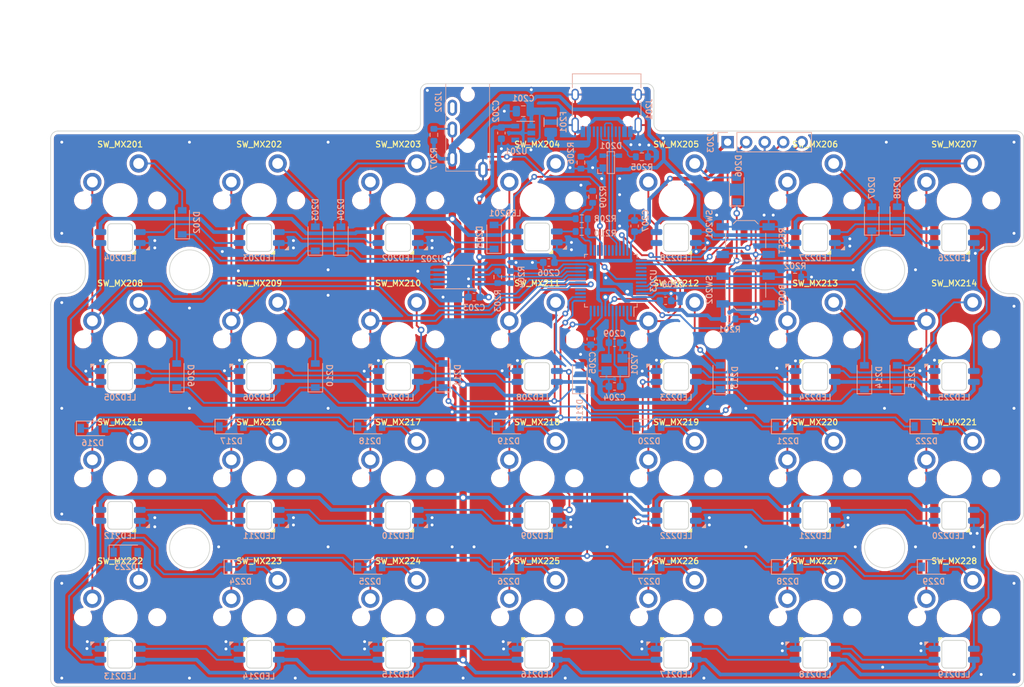
<source format=kicad_pcb>
(kicad_pcb (version 20171130) (host pcbnew "(5.1.7)-1")
  (layers (0 F.Cu signal) (31 B.Cu signal) (34 B.Paste user) (35 F.Paste user) (36 B.SilkS user) (37 F.SilkS user) (38 B.Mask user) (39 F.Mask user) (44 Edge.Cuts user))
  (net 0 "")
  (net 1 +5V)
  (net 2 GND)
  (net 3 +3V3)
  (net 4 /USB_D+)
  (net 5 /USB_D-)
  (net 6 /ROW0)
  (net 7 /ROW1)
  (net 8 /ROW2)
  (net 9 /ROW3)
  (net 10 /SPLIT_DATA)
  (net 11 /RESET)
  (net 12 /SWDIO)
  (net 13 /SWCLK)
  (net 14 /LED)
  (net 15 /COL0)
  (net 16 /COL1)
  (net 17 /COL2)
  (net 18 /COL3)
  (net 19 /COL4)
  (net 20 /COL5)
  (net 21 /COL6)
  (net 22 /I2C_SDA)
  (net 23 /I2C_SCL)
  (net 24 "Net-(D202-Pad2)")
  (net 25 "Net-(D203-Pad2)")
  (net 26 "Net-(D204-Pad2)")
  (net 27 "Net-(D205-Pad2)")
  (net 28 "Net-(D206-Pad2)")
  (net 29 "Net-(D207-Pad2)")
  (net 30 "Net-(D208-Pad2)")
  (net 31 "Net-(D209-Pad2)")
  (net 32 "Net-(D210-Pad2)")
  (net 33 "Net-(D211-Pad2)")
  (net 34 "Net-(D212-Pad2)")
  (net 35 "Net-(D213-Pad2)")
  (net 36 "Net-(D214-Pad2)")
  (net 37 "Net-(D215-Pad2)")
  (net 38 "Net-(D216-Pad2)")
  (net 39 "Net-(D217-Pad2)")
  (net 40 "Net-(D218-Pad2)")
  (net 41 "Net-(D219-Pad2)")
  (net 42 "Net-(D220-Pad2)")
  (net 43 "Net-(D221-Pad2)")
  (net 44 "Net-(D222-Pad2)")
  (net 45 "Net-(D223-Pad2)")
  (net 46 "Net-(D224-Pad2)")
  (net 47 "Net-(D225-Pad2)")
  (net 48 "Net-(D226-Pad2)")
  (net 49 "Net-(D227-Pad2)")
  (net 50 "Net-(D228-Pad2)")
  (net 51 "Net-(D229-Pad2)")
  (net 52 "Net-(F201-Pad2)")
  (net 53 "Net-(J201-PadA5)")
  (net 54 "Net-(J201-PadB5)")
  (net 55 "Net-(LED201-Pad2)")
  (net 56 "Net-(LED201-Pad4)")
  (net 57 "Net-(LED202-Pad2)")
  (net 58 "Net-(LED203-Pad2)")
  (net 59 "Net-(LED204-Pad2)")
  (net 60 "Net-(LED205-Pad2)")
  (net 61 "Net-(LED206-Pad2)")
  (net 62 "Net-(LED207-Pad2)")
  (net 63 "Net-(LED208-Pad2)")
  (net 64 "Net-(LED209-Pad2)")
  (net 65 "Net-(LED210-Pad2)")
  (net 66 "Net-(LED211-Pad2)")
  (net 67 "Net-(LED212-Pad2)")
  (net 68 "Net-(LED213-Pad2)")
  (net 69 "Net-(LED214-Pad2)")
  (net 70 "Net-(LED215-Pad2)")
  (net 71 "Net-(LED216-Pad2)")
  (net 72 "Net-(LED217-Pad2)")
  (net 73 "Net-(LED218-Pad2)")
  (net 74 "Net-(LED219-Pad2)")
  (net 75 "Net-(LED220-Pad2)")
  (net 76 "Net-(LED221-Pad2)")
  (net 77 "Net-(LED222-Pad2)")
  (net 78 "Net-(LED223-Pad2)")
  (net 79 "Net-(LED224-Pad2)")
  (net 80 "Net-(LED225-Pad2)")
  (net 81 "Net-(LED226-Pad2)")
  (net 82 "Net-(LED227-Pad2)")
  (net 83 "Net-(R202-Pad1)")
  (net 84 "Net-(C204-Pad1)")
  (net 85 "Net-(C209-Pad1)")
  (net 86 "Net-(R209-Pad1)")
  (module SMKiJ_keyboard:SW_Cherry_MX_1.00u_PCB (layer F.Cu) (at 126.2 69.05)
    (fp_text reference SW_MX212 (at 0 -7.7) (layer F.SilkS) (effects (font (size 0.8 0.8))))
    (fp_text value SW_MX hide)
    (pad 2 thru_hole circle (at 2.54 -5.08) (size 2.5 2.5) (drill 1.5) (layers *.Cu *.Mask) (net 35 "Net-(D213-Pad2)"))
    (pad 1 thru_hole circle (at -3.81 -2.54) (size 2.5 2.5) (drill 1.5) (layers *.Cu *.Mask) (net 19 /COL4))
    (pad "" np_thru_hole circle (at 0 0) (size 4 4) (drill 4) (layers *.Cu *.Mask))
    (pad "" np_thru_hole circle (at -5.08 0) (size 1.7 1.7) (drill 1.7) (layers *.Cu *.Mask))
    (pad "" np_thru_hole circle (at 5.08 0) (size 1.7 1.7) (drill 1.7) (layers *.Cu *.Mask))
  )
  (module Resistor_SMD:R_0603_1608Metric (layer B.Cu) (at 114.75 49.5 90)
    (fp_text reference R209 (at 0 1.43 90) (layer B.SilkS) (effects (font (size 0.8 0.8)) (justify mirror)))
    (fp_text value 5.11k)
    (pad 2 smd roundrect (at 0.825 0 90) (size 0.8 0.95) (layers B.Cu B.Paste B.Mask) (net 2 GND))
    (pad 1 smd roundrect (at -0.825 0 90) (size 0.8 0.95) (layers B.Cu B.Paste B.Mask) (net 86 "Net-(R209-Pad1)"))
  )
  (module SMKiJ_keyboard:SW_Cherry_MX_1.00u_PCB (layer F.Cu) (at 107.15 69.05)
    (fp_text reference SW_MX211 (at 0 -7.7) (layer F.SilkS) (effects (font (size 0.8 0.8))))
    (fp_text value SW_MX hide)
    (pad 2 thru_hole circle (at 2.54 -5.08) (size 2.5 2.5) (drill 1.5) (layers *.Cu *.Mask) (net 34 "Net-(D212-Pad2)"))
    (pad 1 thru_hole circle (at -3.81 -2.54) (size 2.5 2.5) (drill 1.5) (layers *.Cu *.Mask) (net 18 /COL3))
    (pad "" np_thru_hole circle (at 0 0) (size 4 4) (drill 4) (layers *.Cu *.Mask))
    (pad "" np_thru_hole circle (at -5.08 0) (size 1.7 1.7) (drill 1.7) (layers *.Cu *.Mask))
    (pad "" np_thru_hole circle (at 5.08 0) (size 1.7 1.7) (drill 1.7) (layers *.Cu *.Mask))
  )
  (module Package_QFP:LQFP-48_7x7mm_P0.5mm (layer B.Cu) (at 117.25 61 90)
    (fp_text reference U203 (at 0 5.85 90) (layer B.SilkS) (effects (font (size 0.8 0.8)) (justify mirror)))
    (fp_text value STM32F072C8Tx)
    (pad 48 smd roundrect (at -2.75 4.1625 90) (size 0.3 1.475) (layers B.Cu B.Paste B.Mask) (net 3 +3V3))
    (pad 47 smd roundrect (at -2.25 4.1625 90) (size 0.3 1.475) (layers B.Cu B.Paste B.Mask) (net 2 GND))
    (pad 46 smd roundrect (at -1.75 4.1625 90) (size 0.3 1.475) (layers B.Cu B.Paste B.Mask) (net 20 /COL5))
    (pad 45 smd roundrect (at -1.25 4.1625 90) (size 0.3 1.475) (layers B.Cu B.Paste B.Mask) (net 21 /COL6))
    (pad 44 smd roundrect (at -0.75 4.1625 90) (size 0.3 1.475) (layers B.Cu B.Paste B.Mask) (net 83 "Net-(R202-Pad1)"))
    (pad 43 smd roundrect (at -0.25 4.1625 90) (size 0.3 1.475) (layers B.Cu B.Paste B.Mask))
    (pad 42 smd roundrect (at 0.25 4.1625 90) (size 0.3 1.475) (layers B.Cu B.Paste B.Mask) (net 10 /SPLIT_DATA))
    (pad 41 smd roundrect (at 0.75 4.1625 90) (size 0.3 1.475) (layers B.Cu B.Paste B.Mask))
    (pad 40 smd roundrect (at 1.25 4.1625 90) (size 0.3 1.475) (layers B.Cu B.Paste B.Mask))
    (pad 39 smd roundrect (at 1.75 4.1625 90) (size 0.3 1.475) (layers B.Cu B.Paste B.Mask))
    (pad 38 smd roundrect (at 2.25 4.1625 90) (size 0.3 1.475) (layers B.Cu B.Paste B.Mask) (net 6 /ROW0))
    (pad 37 smd roundrect (at 2.75 4.1625 90) (size 0.3 1.475) (layers B.Cu B.Paste B.Mask) (net 13 /SWCLK))
    (pad 36 smd roundrect (at 4.1625 2.75 90) (size 1.475 0.3) (layers B.Cu B.Paste B.Mask) (net 3 +3V3))
    (pad 35 smd roundrect (at 4.1625 2.25 90) (size 1.475 0.3) (layers B.Cu B.Paste B.Mask) (net 2 GND))
    (pad 34 smd roundrect (at 4.1625 1.75 90) (size 1.475 0.3) (layers B.Cu B.Paste B.Mask) (net 12 /SWDIO))
    (pad 33 smd roundrect (at 4.1625 1.25 90) (size 1.475 0.3) (layers B.Cu B.Paste B.Mask) (net 4 /USB_D+))
    (pad 32 smd roundrect (at 4.1625 0.75 90) (size 1.475 0.3) (layers B.Cu B.Paste B.Mask) (net 5 /USB_D-))
    (pad 31 smd roundrect (at 4.1625 0.25 90) (size 1.475 0.3) (layers B.Cu B.Paste B.Mask))
    (pad 30 smd roundrect (at 4.1625 -0.25 90) (size 1.475 0.3) (layers B.Cu B.Paste B.Mask))
    (pad 29 smd roundrect (at 4.1625 -0.75 90) (size 1.475 0.3) (layers B.Cu B.Paste B.Mask))
    (pad 28 smd roundrect (at 4.1625 -1.25 90) (size 1.475 0.3) (layers B.Cu B.Paste B.Mask) (net 14 /LED))
    (pad 27 smd roundrect (at 4.1625 -1.75 90) (size 1.475 0.3) (layers B.Cu B.Paste B.Mask))
    (pad 26 smd roundrect (at 4.1625 -2.25 90) (size 1.475 0.3) (layers B.Cu B.Paste B.Mask))
    (pad 25 smd roundrect (at 4.1625 -2.75 90) (size 1.475 0.3) (layers B.Cu B.Paste B.Mask) (net 86 "Net-(R209-Pad1)"))
    (pad 24 smd roundrect (at 2.75 -4.1625 90) (size 0.3 1.475) (layers B.Cu B.Paste B.Mask) (net 3 +3V3))
    (pad 23 smd roundrect (at 2.25 -4.1625 90) (size 0.3 1.475) (layers B.Cu B.Paste B.Mask) (net 2 GND))
    (pad 22 smd roundrect (at 1.75 -4.1625 90) (size 0.3 1.475) (layers B.Cu B.Paste B.Mask) (net 22 /I2C_SDA))
    (pad 21 smd roundrect (at 1.25 -4.1625 90) (size 0.3 1.475) (layers B.Cu B.Paste B.Mask) (net 23 /I2C_SCL))
    (pad 20 smd roundrect (at 0.75 -4.1625 90) (size 0.3 1.475) (layers B.Cu B.Paste B.Mask) (net 15 /COL0))
    (pad 19 smd roundrect (at 0.25 -4.1625 90) (size 0.3 1.475) (layers B.Cu B.Paste B.Mask) (net 16 /COL1))
    (pad 18 smd roundrect (at -0.25 -4.1625 90) (size 0.3 1.475) (layers B.Cu B.Paste B.Mask) (net 17 /COL2))
    (pad 17 smd roundrect (at -0.75 -4.1625 90) (size 0.3 1.475) (layers B.Cu B.Paste B.Mask) (net 18 /COL3))
    (pad 16 smd roundrect (at -1.25 -4.1625 90) (size 0.3 1.475) (layers B.Cu B.Paste B.Mask))
    (pad 15 smd roundrect (at -1.75 -4.1625 90) (size 0.3 1.475) (layers B.Cu B.Paste B.Mask))
    (pad 14 smd roundrect (at -2.25 -4.1625 90) (size 0.3 1.475) (layers B.Cu B.Paste B.Mask) (net 7 /ROW1))
    (pad 13 smd roundrect (at -2.75 -4.1625 90) (size 0.3 1.475) (layers B.Cu B.Paste B.Mask) (net 8 /ROW2))
    (pad 12 smd roundrect (at -4.1625 -2.75 90) (size 1.475 0.3) (layers B.Cu B.Paste B.Mask) (net 9 /ROW3))
    (pad 11 smd roundrect (at -4.1625 -2.25 90) (size 1.475 0.3) (layers B.Cu B.Paste B.Mask))
    (pad 10 smd roundrect (at -4.1625 -1.75 90) (size 1.475 0.3) (layers B.Cu B.Paste B.Mask))
    (pad 9 smd roundrect (at -4.1625 -1.25 90) (size 1.475 0.3) (layers B.Cu B.Paste B.Mask) (net 3 +3V3))
    (pad 8 smd roundrect (at -4.1625 -0.75 90) (size 1.475 0.3) (layers B.Cu B.Paste B.Mask) (net 2 GND))
    (pad 7 smd roundrect (at -4.1625 -0.25 90) (size 1.475 0.3) (layers B.Cu B.Paste B.Mask) (net 11 /RESET))
    (pad 6 smd roundrect (at -4.1625 0.25 90) (size 1.475 0.3) (layers B.Cu B.Paste B.Mask) (net 85 "Net-(C209-Pad1)"))
    (pad 5 smd roundrect (at -4.1625 0.75 90) (size 1.475 0.3) (layers B.Cu B.Paste B.Mask) (net 84 "Net-(C204-Pad1)"))
    (pad 4 smd roundrect (at -4.1625 1.25 90) (size 1.475 0.3) (layers B.Cu B.Paste B.Mask))
    (pad 3 smd roundrect (at -4.1625 1.75 90) (size 1.475 0.3) (layers B.Cu B.Paste B.Mask))
    (pad 2 smd roundrect (at -4.1625 2.25 90) (size 1.475 0.3) (layers B.Cu B.Paste B.Mask) (net 19 /COL4))
    (pad 1 smd roundrect (at -4.1625 2.75 90) (size 1.475 0.3) (layers B.Cu B.Paste B.Mask))
  )
  (module Diode_SMD:D_SOD-123 (layer B.Cu) (at 103.25 81)
    (fp_text reference D219 (at 0 2) (layer B.SilkS) (effects (font (size 0.8 0.8)) (justify mirror)))
    (fp_text value 1N4148)
    (pad 2 smd rect (at 1.65 0) (size 0.9 1.2) (layers B.Cu B.Paste B.Mask) (net 41 "Net-(D219-Pad2)"))
    (pad 1 smd rect (at -1.65 0) (size 0.9 1.2) (layers B.Cu B.Paste B.Mask) (net 8 /ROW2))
  )
  (module SMKiJ_keyboard:LED_YS-SK6812MINI-E (layer B.Cu) (at 126.2 55.08 180)
    (fp_text reference LED228 (at 0 -2.8) (layer B.SilkS) (effects (font (size 0.8 0.8)) (justify mirror)))
    (fp_text value SK6812-MINI-E hide)
    (fp_line (start -1.7 1.4) (end -1.7 -1.4) (layer Edge.Cuts) (width 0.12))
    (fp_line (start 1.7 -1.4) (end 1.7 1.4) (layer Edge.Cuts) (width 0.12))
    (fp_line (start -1.2 -1.9) (end 1.2 -1.9) (layer Edge.Cuts) (width 0.12))
    (fp_line (start -1.2 1.9) (end 1.2 1.9) (layer Edge.Cuts) (width 0.12))
    (fp_arc (start -1.2 -1.4) (end -1.7 -1.4) (angle 90) (layer Edge.Cuts) (width 0.12))
    (fp_arc (start 1.2 -1.4) (end 1.2 -1.9) (angle 90) (layer Edge.Cuts) (width 0.12))
    (fp_arc (start 1.2 1.4) (end 1.7 1.4) (angle 90) (layer Edge.Cuts) (width 0.12))
    (fp_arc (start -1.2 1.4) (end -1.2 1.9) (angle 90) (layer Edge.Cuts) (width 0.12))
    (pad 3 smd roundrect (at -2.7 -0.75 180) (size 1.6 0.82) (layers B.Cu B.Paste B.Mask) (net 2 GND))
    (pad 2 smd roundrect (at 2.7 -0.75 180) (size 1.6 0.82) (layers B.Cu B.Paste B.Mask))
    (pad 1 smd roundrect (at 2.7 0.75 180) (size 1.6 0.82) (layers B.Cu B.Paste B.Mask) (net 1 +5V))
    (pad 4 smd roundrect (at -2.7 0.75 180) (size 1.6 0.82) (layers B.Cu B.Paste B.Mask) (net 82 "Net-(LED227-Pad2)"))
  )
  (module SMKiJ_keyboard:LED_YS-SK6812MINI-E (layer B.Cu) (at 145.25 55.08 180)
    (fp_text reference LED227 (at 0 -2.8) (layer B.SilkS) (effects (font (size 0.8 0.8)) (justify mirror)))
    (fp_text value SK6812-MINI-E hide)
    (fp_line (start -1.7 1.4) (end -1.7 -1.4) (layer Edge.Cuts) (width 0.12))
    (fp_line (start 1.7 -1.4) (end 1.7 1.4) (layer Edge.Cuts) (width 0.12))
    (fp_line (start -1.2 -1.9) (end 1.2 -1.9) (layer Edge.Cuts) (width 0.12))
    (fp_line (start -1.2 1.9) (end 1.2 1.9) (layer Edge.Cuts) (width 0.12))
    (fp_arc (start -1.2 -1.4) (end -1.7 -1.4) (angle 90) (layer Edge.Cuts) (width 0.12))
    (fp_arc (start 1.2 -1.4) (end 1.2 -1.9) (angle 90) (layer Edge.Cuts) (width 0.12))
    (fp_arc (start 1.2 1.4) (end 1.7 1.4) (angle 90) (layer Edge.Cuts) (width 0.12))
    (fp_arc (start -1.2 1.4) (end -1.2 1.9) (angle 90) (layer Edge.Cuts) (width 0.12))
    (pad 3 smd roundrect (at -2.7 -0.75 180) (size 1.6 0.82) (layers B.Cu B.Paste B.Mask) (net 2 GND))
    (pad 2 smd roundrect (at 2.7 -0.75 180) (size 1.6 0.82) (layers B.Cu B.Paste B.Mask) (net 82 "Net-(LED227-Pad2)"))
    (pad 1 smd roundrect (at 2.7 0.75 180) (size 1.6 0.82) (layers B.Cu B.Paste B.Mask) (net 1 +5V))
    (pad 4 smd roundrect (at -2.7 0.75 180) (size 1.6 0.82) (layers B.Cu B.Paste B.Mask) (net 81 "Net-(LED226-Pad2)"))
  )
  (module SMKiJ_keyboard:LED_YS-SK6812MINI-E (layer B.Cu) (at 164.3 55.08 180)
    (fp_text reference LED226 (at 0 -2.8) (layer B.SilkS) (effects (font (size 0.8 0.8)) (justify mirror)))
    (fp_text value SK6812-MINI-E hide)
    (fp_line (start -1.7 1.4) (end -1.7 -1.4) (layer Edge.Cuts) (width 0.12))
    (fp_line (start 1.7 -1.4) (end 1.7 1.4) (layer Edge.Cuts) (width 0.12))
    (fp_line (start -1.2 -1.9) (end 1.2 -1.9) (layer Edge.Cuts) (width 0.12))
    (fp_line (start -1.2 1.9) (end 1.2 1.9) (layer Edge.Cuts) (width 0.12))
    (fp_arc (start -1.2 -1.4) (end -1.7 -1.4) (angle 90) (layer Edge.Cuts) (width 0.12))
    (fp_arc (start 1.2 -1.4) (end 1.2 -1.9) (angle 90) (layer Edge.Cuts) (width 0.12))
    (fp_arc (start 1.2 1.4) (end 1.7 1.4) (angle 90) (layer Edge.Cuts) (width 0.12))
    (fp_arc (start -1.2 1.4) (end -1.2 1.9) (angle 90) (layer Edge.Cuts) (width 0.12))
    (pad 3 smd roundrect (at -2.7 -0.75 180) (size 1.6 0.82) (layers B.Cu B.Paste B.Mask) (net 2 GND))
    (pad 2 smd roundrect (at 2.7 -0.75 180) (size 1.6 0.82) (layers B.Cu B.Paste B.Mask) (net 81 "Net-(LED226-Pad2)"))
    (pad 1 smd roundrect (at 2.7 0.75 180) (size 1.6 0.82) (layers B.Cu B.Paste B.Mask) (net 1 +5V))
    (pad 4 smd roundrect (at -2.7 0.75 180) (size 1.6 0.82) (layers B.Cu B.Paste B.Mask) (net 80 "Net-(LED225-Pad2)"))
  )
  (module SMKiJ_keyboard:LED_YS-SK6812MINI-E (layer B.Cu) (at 164.3 74.13)
    (fp_text reference LED225 (at 0 2.87) (layer B.SilkS) (effects (font (size 0.8 0.8)) (justify mirror)))
    (fp_text value SK6812-MINI-E hide)
    (fp_line (start -1.7 1.4) (end -1.7 -1.4) (layer Edge.Cuts) (width 0.12))
    (fp_line (start 1.7 -1.4) (end 1.7 1.4) (layer Edge.Cuts) (width 0.12))
    (fp_line (start -1.2 -1.9) (end 1.2 -1.9) (layer Edge.Cuts) (width 0.12))
    (fp_line (start -1.2 1.9) (end 1.2 1.9) (layer Edge.Cuts) (width 0.12))
    (fp_arc (start -1.2 -1.4) (end -1.7 -1.4) (angle 90) (layer Edge.Cuts) (width 0.12))
    (fp_arc (start 1.2 -1.4) (end 1.2 -1.9) (angle 90) (layer Edge.Cuts) (width 0.12))
    (fp_arc (start 1.2 1.4) (end 1.7 1.4) (angle 90) (layer Edge.Cuts) (width 0.12))
    (fp_arc (start -1.2 1.4) (end -1.2 1.9) (angle 90) (layer Edge.Cuts) (width 0.12))
    (pad 3 smd roundrect (at -2.7 -0.75) (size 1.6 0.82) (layers B.Cu B.Paste B.Mask) (net 2 GND))
    (pad 2 smd roundrect (at 2.7 -0.75) (size 1.6 0.82) (layers B.Cu B.Paste B.Mask) (net 80 "Net-(LED225-Pad2)"))
    (pad 1 smd roundrect (at 2.7 0.75) (size 1.6 0.82) (layers B.Cu B.Paste B.Mask) (net 1 +5V))
    (pad 4 smd roundrect (at -2.7 0.75) (size 1.6 0.82) (layers B.Cu B.Paste B.Mask) (net 79 "Net-(LED224-Pad2)"))
  )
  (module SMKiJ_keyboard:LED_YS-SK6812MINI-E (layer B.Cu) (at 145.25 74.13)
    (fp_text reference LED224 (at 0 2.87) (layer B.SilkS) (effects (font (size 0.8 0.8)) (justify mirror)))
    (fp_text value SK6812-MINI-E hide)
    (fp_line (start -1.7 1.4) (end -1.7 -1.4) (layer Edge.Cuts) (width 0.12))
    (fp_line (start 1.7 -1.4) (end 1.7 1.4) (layer Edge.Cuts) (width 0.12))
    (fp_line (start -1.2 -1.9) (end 1.2 -1.9) (layer Edge.Cuts) (width 0.12))
    (fp_line (start -1.2 1.9) (end 1.2 1.9) (layer Edge.Cuts) (width 0.12))
    (fp_arc (start -1.2 -1.4) (end -1.7 -1.4) (angle 90) (layer Edge.Cuts) (width 0.12))
    (fp_arc (start 1.2 -1.4) (end 1.2 -1.9) (angle 90) (layer Edge.Cuts) (width 0.12))
    (fp_arc (start 1.2 1.4) (end 1.7 1.4) (angle 90) (layer Edge.Cuts) (width 0.12))
    (fp_arc (start -1.2 1.4) (end -1.2 1.9) (angle 90) (layer Edge.Cuts) (width 0.12))
    (pad 3 smd roundrect (at -2.7 -0.75) (size 1.6 0.82) (layers B.Cu B.Paste B.Mask) (net 2 GND))
    (pad 2 smd roundrect (at 2.7 -0.75) (size 1.6 0.82) (layers B.Cu B.Paste B.Mask) (net 79 "Net-(LED224-Pad2)"))
    (pad 1 smd roundrect (at 2.7 0.75) (size 1.6 0.82) (layers B.Cu B.Paste B.Mask) (net 1 +5V))
    (pad 4 smd roundrect (at -2.7 0.75) (size 1.6 0.82) (layers B.Cu B.Paste B.Mask) (net 78 "Net-(LED223-Pad2)"))
  )
  (module SMKiJ_keyboard:LED_YS-SK6812MINI-E (layer B.Cu) (at 126.2 74.13)
    (fp_text reference LED223 (at 0 2.87) (layer B.SilkS) (effects (font (size 0.8 0.8)) (justify mirror)))
    (fp_text value SK6812-MINI-E hide)
    (fp_line (start -1.7 1.4) (end -1.7 -1.4) (layer Edge.Cuts) (width 0.12))
    (fp_line (start 1.7 -1.4) (end 1.7 1.4) (layer Edge.Cuts) (width 0.12))
    (fp_line (start -1.2 -1.9) (end 1.2 -1.9) (layer Edge.Cuts) (width 0.12))
    (fp_line (start -1.2 1.9) (end 1.2 1.9) (layer Edge.Cuts) (width 0.12))
    (fp_arc (start -1.2 -1.4) (end -1.7 -1.4) (angle 90) (layer Edge.Cuts) (width 0.12))
    (fp_arc (start 1.2 -1.4) (end 1.2 -1.9) (angle 90) (layer Edge.Cuts) (width 0.12))
    (fp_arc (start 1.2 1.4) (end 1.7 1.4) (angle 90) (layer Edge.Cuts) (width 0.12))
    (fp_arc (start -1.2 1.4) (end -1.2 1.9) (angle 90) (layer Edge.Cuts) (width 0.12))
    (pad 3 smd roundrect (at -2.7 -0.75) (size 1.6 0.82) (layers B.Cu B.Paste B.Mask) (net 2 GND))
    (pad 2 smd roundrect (at 2.7 -0.75) (size 1.6 0.82) (layers B.Cu B.Paste B.Mask) (net 78 "Net-(LED223-Pad2)"))
    (pad 1 smd roundrect (at 2.7 0.75) (size 1.6 0.82) (layers B.Cu B.Paste B.Mask) (net 1 +5V))
    (pad 4 smd roundrect (at -2.7 0.75) (size 1.6 0.82) (layers B.Cu B.Paste B.Mask) (net 77 "Net-(LED222-Pad2)"))
  )
  (module SMKiJ_keyboard:LED_YS-SK6812MINI-E (layer B.Cu) (at 126.2 93.18 180)
    (fp_text reference LED222 (at 0 -2.8) (layer B.SilkS) (effects (font (size 0.8 0.8)) (justify mirror)))
    (fp_text value SK6812-MINI-E hide)
    (fp_line (start -1.7 1.4) (end -1.7 -1.4) (layer Edge.Cuts) (width 0.12))
    (fp_line (start 1.7 -1.4) (end 1.7 1.4) (layer Edge.Cuts) (width 0.12))
    (fp_line (start -1.2 -1.9) (end 1.2 -1.9) (layer Edge.Cuts) (width 0.12))
    (fp_line (start -1.2 1.9) (end 1.2 1.9) (layer Edge.Cuts) (width 0.12))
    (fp_arc (start -1.2 -1.4) (end -1.7 -1.4) (angle 90) (layer Edge.Cuts) (width 0.12))
    (fp_arc (start 1.2 -1.4) (end 1.2 -1.9) (angle 90) (layer Edge.Cuts) (width 0.12))
    (fp_arc (start 1.2 1.4) (end 1.7 1.4) (angle 90) (layer Edge.Cuts) (width 0.12))
    (fp_arc (start -1.2 1.4) (end -1.2 1.9) (angle 90) (layer Edge.Cuts) (width 0.12))
    (pad 3 smd roundrect (at -2.7 -0.75 180) (size 1.6 0.82) (layers B.Cu B.Paste B.Mask) (net 2 GND))
    (pad 2 smd roundrect (at 2.7 -0.75 180) (size 1.6 0.82) (layers B.Cu B.Paste B.Mask) (net 77 "Net-(LED222-Pad2)"))
    (pad 1 smd roundrect (at 2.7 0.75 180) (size 1.6 0.82) (layers B.Cu B.Paste B.Mask) (net 1 +5V))
    (pad 4 smd roundrect (at -2.7 0.75 180) (size 1.6 0.82) (layers B.Cu B.Paste B.Mask) (net 76 "Net-(LED221-Pad2)"))
  )
  (module SMKiJ_keyboard:LED_YS-SK6812MINI-E (layer B.Cu) (at 145.25 93.18 180)
    (fp_text reference LED221 (at 0 -2.8) (layer B.SilkS) (effects (font (size 0.8 0.8)) (justify mirror)))
    (fp_text value SK6812-MINI-E hide)
    (fp_line (start -1.7 1.4) (end -1.7 -1.4) (layer Edge.Cuts) (width 0.12))
    (fp_line (start 1.7 -1.4) (end 1.7 1.4) (layer Edge.Cuts) (width 0.12))
    (fp_line (start -1.2 -1.9) (end 1.2 -1.9) (layer Edge.Cuts) (width 0.12))
    (fp_line (start -1.2 1.9) (end 1.2 1.9) (layer Edge.Cuts) (width 0.12))
    (fp_arc (start -1.2 -1.4) (end -1.7 -1.4) (angle 90) (layer Edge.Cuts) (width 0.12))
    (fp_arc (start 1.2 -1.4) (end 1.2 -1.9) (angle 90) (layer Edge.Cuts) (width 0.12))
    (fp_arc (start 1.2 1.4) (end 1.7 1.4) (angle 90) (layer Edge.Cuts) (width 0.12))
    (fp_arc (start -1.2 1.4) (end -1.2 1.9) (angle 90) (layer Edge.Cuts) (width 0.12))
    (pad 3 smd roundrect (at -2.7 -0.75 180) (size 1.6 0.82) (layers B.Cu B.Paste B.Mask) (net 2 GND))
    (pad 2 smd roundrect (at 2.7 -0.75 180) (size 1.6 0.82) (layers B.Cu B.Paste B.Mask) (net 76 "Net-(LED221-Pad2)"))
    (pad 1 smd roundrect (at 2.7 0.75 180) (size 1.6 0.82) (layers B.Cu B.Paste B.Mask) (net 1 +5V))
    (pad 4 smd roundrect (at -2.7 0.75 180) (size 1.6 0.82) (layers B.Cu B.Paste B.Mask) (net 75 "Net-(LED220-Pad2)"))
  )
  (module SMKiJ_keyboard:LED_YS-SK6812MINI-E (layer B.Cu) (at 164.3 93.18 180)
    (fp_text reference LED220 (at 0.8 -2.8) (layer B.SilkS) (effects (font (size 0.8 0.8)) (justify mirror)))
    (fp_text value SK6812-MINI-E hide)
    (fp_line (start -1.7 1.4) (end -1.7 -1.4) (layer Edge.Cuts) (width 0.12))
    (fp_line (start 1.7 -1.4) (end 1.7 1.4) (layer Edge.Cuts) (width 0.12))
    (fp_line (start -1.2 -1.9) (end 1.2 -1.9) (layer Edge.Cuts) (width 0.12))
    (fp_line (start -1.2 1.9) (end 1.2 1.9) (layer Edge.Cuts) (width 0.12))
    (fp_arc (start -1.2 -1.4) (end -1.7 -1.4) (angle 90) (layer Edge.Cuts) (width 0.12))
    (fp_arc (start 1.2 -1.4) (end 1.2 -1.9) (angle 90) (layer Edge.Cuts) (width 0.12))
    (fp_arc (start 1.2 1.4) (end 1.7 1.4) (angle 90) (layer Edge.Cuts) (width 0.12))
    (fp_arc (start -1.2 1.4) (end -1.2 1.9) (angle 90) (layer Edge.Cuts) (width 0.12))
    (pad 3 smd roundrect (at -2.7 -0.75 180) (size 1.6 0.82) (layers B.Cu B.Paste B.Mask) (net 2 GND))
    (pad 2 smd roundrect (at 2.7 -0.75 180) (size 1.6 0.82) (layers B.Cu B.Paste B.Mask) (net 75 "Net-(LED220-Pad2)"))
    (pad 1 smd roundrect (at 2.7 0.75 180) (size 1.6 0.82) (layers B.Cu B.Paste B.Mask) (net 1 +5V))
    (pad 4 smd roundrect (at -2.7 0.75 180) (size 1.6 0.82) (layers B.Cu B.Paste B.Mask) (net 74 "Net-(LED219-Pad2)"))
  )
  (module SMKiJ_keyboard:LED_YS-SK6812MINI-E (layer B.Cu) (at 164.3 112.23)
    (fp_text reference LED219 (at 0 2.77) (layer B.SilkS) (effects (font (size 0.8 0.8)) (justify mirror)))
    (fp_text value SK6812-MINI-E hide)
    (fp_line (start -1.7 1.4) (end -1.7 -1.4) (layer Edge.Cuts) (width 0.12))
    (fp_line (start 1.7 -1.4) (end 1.7 1.4) (layer Edge.Cuts) (width 0.12))
    (fp_line (start -1.2 -1.9) (end 1.2 -1.9) (layer Edge.Cuts) (width 0.12))
    (fp_line (start -1.2 1.9) (end 1.2 1.9) (layer Edge.Cuts) (width 0.12))
    (fp_arc (start -1.2 -1.4) (end -1.7 -1.4) (angle 90) (layer Edge.Cuts) (width 0.12))
    (fp_arc (start 1.2 -1.4) (end 1.2 -1.9) (angle 90) (layer Edge.Cuts) (width 0.12))
    (fp_arc (start 1.2 1.4) (end 1.7 1.4) (angle 90) (layer Edge.Cuts) (width 0.12))
    (fp_arc (start -1.2 1.4) (end -1.2 1.9) (angle 90) (layer Edge.Cuts) (width 0.12))
    (pad 3 smd roundrect (at -2.7 -0.75) (size 1.6 0.82) (layers B.Cu B.Paste B.Mask) (net 2 GND))
    (pad 2 smd roundrect (at 2.7 -0.75) (size 1.6 0.82) (layers B.Cu B.Paste B.Mask) (net 74 "Net-(LED219-Pad2)"))
    (pad 1 smd roundrect (at 2.7 0.75) (size 1.6 0.82) (layers B.Cu B.Paste B.Mask) (net 1 +5V))
    (pad 4 smd roundrect (at -2.7 0.75) (size 1.6 0.82) (layers B.Cu B.Paste B.Mask) (net 73 "Net-(LED218-Pad2)"))
  )
  (module SMKiJ_keyboard:LED_YS-SK6812MINI-E (layer B.Cu) (at 145.25 112.23)
    (fp_text reference LED218 (at 0 2.77) (layer B.SilkS) (effects (font (size 0.8 0.8)) (justify mirror)))
    (fp_text value SK6812-MINI-E hide)
    (fp_line (start -1.7 1.4) (end -1.7 -1.4) (layer Edge.Cuts) (width 0.12))
    (fp_line (start 1.7 -1.4) (end 1.7 1.4) (layer Edge.Cuts) (width 0.12))
    (fp_line (start -1.2 -1.9) (end 1.2 -1.9) (layer Edge.Cuts) (width 0.12))
    (fp_line (start -1.2 1.9) (end 1.2 1.9) (layer Edge.Cuts) (width 0.12))
    (fp_arc (start -1.2 -1.4) (end -1.7 -1.4) (angle 90) (layer Edge.Cuts) (width 0.12))
    (fp_arc (start 1.2 -1.4) (end 1.2 -1.9) (angle 90) (layer Edge.Cuts) (width 0.12))
    (fp_arc (start 1.2 1.4) (end 1.7 1.4) (angle 90) (layer Edge.Cuts) (width 0.12))
    (fp_arc (start -1.2 1.4) (end -1.2 1.9) (angle 90) (layer Edge.Cuts) (width 0.12))
    (pad 3 smd roundrect (at -2.7 -0.75) (size 1.6 0.82) (layers B.Cu B.Paste B.Mask) (net 2 GND))
    (pad 2 smd roundrect (at 2.7 -0.75) (size 1.6 0.82) (layers B.Cu B.Paste B.Mask) (net 73 "Net-(LED218-Pad2)"))
    (pad 1 smd roundrect (at 2.7 0.75) (size 1.6 0.82) (layers B.Cu B.Paste B.Mask) (net 1 +5V))
    (pad 4 smd roundrect (at -2.7 0.75) (size 1.6 0.82) (layers B.Cu B.Paste B.Mask) (net 72 "Net-(LED217-Pad2)"))
  )
  (module SMKiJ_keyboard:LED_YS-SK6812MINI-E (layer B.Cu) (at 126.2 112.23)
    (fp_text reference LED217 (at 0 2.77) (layer B.SilkS) (effects (font (size 0.8 0.8)) (justify mirror)))
    (fp_text value SK6812-MINI-E hide)
    (fp_line (start -1.7 1.4) (end -1.7 -1.4) (layer Edge.Cuts) (width 0.12))
    (fp_line (start 1.7 -1.4) (end 1.7 1.4) (layer Edge.Cuts) (width 0.12))
    (fp_line (start -1.2 -1.9) (end 1.2 -1.9) (layer Edge.Cuts) (width 0.12))
    (fp_line (start -1.2 1.9) (end 1.2 1.9) (layer Edge.Cuts) (width 0.12))
    (fp_arc (start -1.2 -1.4) (end -1.7 -1.4) (angle 90) (layer Edge.Cuts) (width 0.12))
    (fp_arc (start 1.2 -1.4) (end 1.2 -1.9) (angle 90) (layer Edge.Cuts) (width 0.12))
    (fp_arc (start 1.2 1.4) (end 1.7 1.4) (angle 90) (layer Edge.Cuts) (width 0.12))
    (fp_arc (start -1.2 1.4) (end -1.2 1.9) (angle 90) (layer Edge.Cuts) (width 0.12))
    (pad 3 smd roundrect (at -2.7 -0.75) (size 1.6 0.82) (layers B.Cu B.Paste B.Mask) (net 2 GND))
    (pad 2 smd roundrect (at 2.7 -0.75) (size 1.6 0.82) (layers B.Cu B.Paste B.Mask) (net 72 "Net-(LED217-Pad2)"))
    (pad 1 smd roundrect (at 2.7 0.75) (size 1.6 0.82) (layers B.Cu B.Paste B.Mask) (net 1 +5V))
    (pad 4 smd roundrect (at -2.7 0.75) (size 1.6 0.82) (layers B.Cu B.Paste B.Mask) (net 71 "Net-(LED216-Pad2)"))
  )
  (module SMKiJ_keyboard:LED_YS-SK6812MINI-E (layer B.Cu) (at 107.15 112.23)
    (fp_text reference LED216 (at 0 2.77) (layer B.SilkS) (effects (font (size 0.8 0.8)) (justify mirror)))
    (fp_text value SK6812-MINI-E hide)
    (fp_line (start -1.7 1.4) (end -1.7 -1.4) (layer Edge.Cuts) (width 0.12))
    (fp_line (start 1.7 -1.4) (end 1.7 1.4) (layer Edge.Cuts) (width 0.12))
    (fp_line (start -1.2 -1.9) (end 1.2 -1.9) (layer Edge.Cuts) (width 0.12))
    (fp_line (start -1.2 1.9) (end 1.2 1.9) (layer Edge.Cuts) (width 0.12))
    (fp_arc (start -1.2 -1.4) (end -1.7 -1.4) (angle 90) (layer Edge.Cuts) (width 0.12))
    (fp_arc (start 1.2 -1.4) (end 1.2 -1.9) (angle 90) (layer Edge.Cuts) (width 0.12))
    (fp_arc (start 1.2 1.4) (end 1.7 1.4) (angle 90) (layer Edge.Cuts) (width 0.12))
    (fp_arc (start -1.2 1.4) (end -1.2 1.9) (angle 90) (layer Edge.Cuts) (width 0.12))
    (pad 3 smd roundrect (at -2.7 -0.75) (size 1.6 0.82) (layers B.Cu B.Paste B.Mask) (net 2 GND))
    (pad 2 smd roundrect (at 2.7 -0.75) (size 1.6 0.82) (layers B.Cu B.Paste B.Mask) (net 71 "Net-(LED216-Pad2)"))
    (pad 1 smd roundrect (at 2.7 0.75) (size 1.6 0.82) (layers B.Cu B.Paste B.Mask) (net 1 +5V))
    (pad 4 smd roundrect (at -2.7 0.75) (size 1.6 0.82) (layers B.Cu B.Paste B.Mask) (net 70 "Net-(LED215-Pad2)"))
  )
  (module SMKiJ_keyboard:LED_YS-SK6812MINI-E (layer B.Cu) (at 88.1 112.23)
    (fp_text reference LED215 (at 0 2.77) (layer B.SilkS) (effects (font (size 0.8 0.8)) (justify mirror)))
    (fp_text value SK6812-MINI-E hide)
    (fp_line (start -1.7 1.4) (end -1.7 -1.4) (layer Edge.Cuts) (width 0.12))
    (fp_line (start 1.7 -1.4) (end 1.7 1.4) (layer Edge.Cuts) (width 0.12))
    (fp_line (start -1.2 -1.9) (end 1.2 -1.9) (layer Edge.Cuts) (width 0.12))
    (fp_line (start -1.2 1.9) (end 1.2 1.9) (layer Edge.Cuts) (width 0.12))
    (fp_arc (start -1.2 -1.4) (end -1.7 -1.4) (angle 90) (layer Edge.Cuts) (width 0.12))
    (fp_arc (start 1.2 -1.4) (end 1.2 -1.9) (angle 90) (layer Edge.Cuts) (width 0.12))
    (fp_arc (start 1.2 1.4) (end 1.7 1.4) (angle 90) (layer Edge.Cuts) (width 0.12))
    (fp_arc (start -1.2 1.4) (end -1.2 1.9) (angle 90) (layer Edge.Cuts) (width 0.12))
    (pad 3 smd roundrect (at -2.7 -0.75) (size 1.6 0.82) (layers B.Cu B.Paste B.Mask) (net 2 GND))
    (pad 2 smd roundrect (at 2.7 -0.75) (size 1.6 0.82) (layers B.Cu B.Paste B.Mask) (net 70 "Net-(LED215-Pad2)"))
    (pad 1 smd roundrect (at 2.7 0.75) (size 1.6 0.82) (layers B.Cu B.Paste B.Mask) (net 1 +5V))
    (pad 4 smd roundrect (at -2.7 0.75) (size 1.6 0.82) (layers B.Cu B.Paste B.Mask) (net 69 "Net-(LED214-Pad2)"))
  )
  (module SMKiJ_keyboard:LED_YS-SK6812MINI-E (layer B.Cu) (at 69.05 112.23)
    (fp_text reference LED214 (at -0.05 3.02) (layer B.SilkS) (effects (font (size 0.8 0.8)) (justify mirror)))
    (fp_text value SK6812-MINI-E hide)
    (fp_line (start -1.7 1.4) (end -1.7 -1.4) (layer Edge.Cuts) (width 0.12))
    (fp_line (start 1.7 -1.4) (end 1.7 1.4) (layer Edge.Cuts) (width 0.12))
    (fp_line (start -1.2 -1.9) (end 1.2 -1.9) (layer Edge.Cuts) (width 0.12))
    (fp_line (start -1.2 1.9) (end 1.2 1.9) (layer Edge.Cuts) (width 0.12))
    (fp_arc (start -1.2 -1.4) (end -1.7 -1.4) (angle 90) (layer Edge.Cuts) (width 0.12))
    (fp_arc (start 1.2 -1.4) (end 1.2 -1.9) (angle 90) (layer Edge.Cuts) (width 0.12))
    (fp_arc (start 1.2 1.4) (end 1.7 1.4) (angle 90) (layer Edge.Cuts) (width 0.12))
    (fp_arc (start -1.2 1.4) (end -1.2 1.9) (angle 90) (layer Edge.Cuts) (width 0.12))
    (pad 3 smd roundrect (at -2.7 -0.75) (size 1.6 0.82) (layers B.Cu B.Paste B.Mask) (net 2 GND))
    (pad 2 smd roundrect (at 2.7 -0.75) (size 1.6 0.82) (layers B.Cu B.Paste B.Mask) (net 69 "Net-(LED214-Pad2)"))
    (pad 1 smd roundrect (at 2.7 0.75) (size 1.6 0.82) (layers B.Cu B.Paste B.Mask) (net 1 +5V))
    (pad 4 smd roundrect (at -2.7 0.75) (size 1.6 0.82) (layers B.Cu B.Paste B.Mask) (net 68 "Net-(LED213-Pad2)"))
  )
  (module SMKiJ_keyboard:LED_YS-SK6812MINI-E (layer B.Cu) (at 50 112.23)
    (fp_text reference LED213 (at 0 3.02) (layer B.SilkS) (effects (font (size 0.8 0.8)) (justify mirror)))
    (fp_text value SK6812-MINI-E hide)
    (fp_line (start -1.7 1.4) (end -1.7 -1.4) (layer Edge.Cuts) (width 0.12))
    (fp_line (start 1.7 -1.4) (end 1.7 1.4) (layer Edge.Cuts) (width 0.12))
    (fp_line (start -1.2 -1.9) (end 1.2 -1.9) (layer Edge.Cuts) (width 0.12))
    (fp_line (start -1.2 1.9) (end 1.2 1.9) (layer Edge.Cuts) (width 0.12))
    (fp_arc (start -1.2 -1.4) (end -1.7 -1.4) (angle 90) (layer Edge.Cuts) (width 0.12))
    (fp_arc (start 1.2 -1.4) (end 1.2 -1.9) (angle 90) (layer Edge.Cuts) (width 0.12))
    (fp_arc (start 1.2 1.4) (end 1.7 1.4) (angle 90) (layer Edge.Cuts) (width 0.12))
    (fp_arc (start -1.2 1.4) (end -1.2 1.9) (angle 90) (layer Edge.Cuts) (width 0.12))
    (pad 3 smd roundrect (at -2.7 -0.75) (size 1.6 0.82) (layers B.Cu B.Paste B.Mask) (net 2 GND))
    (pad 2 smd roundrect (at 2.7 -0.75) (size 1.6 0.82) (layers B.Cu B.Paste B.Mask) (net 68 "Net-(LED213-Pad2)"))
    (pad 1 smd roundrect (at 2.7 0.75) (size 1.6 0.82) (layers B.Cu B.Paste B.Mask) (net 1 +5V))
    (pad 4 smd roundrect (at -2.7 0.75) (size 1.6 0.82) (layers B.Cu B.Paste B.Mask) (net 67 "Net-(LED212-Pad2)"))
  )
  (module SMKiJ_keyboard:LED_YS-SK6812MINI-E (layer B.Cu) (at 50 93.18 180)
    (fp_text reference LED212 (at 0 -2.8) (layer B.SilkS) (effects (font (size 0.8 0.8)) (justify mirror)))
    (fp_text value SK6812-MINI-E hide)
    (fp_line (start -1.7 1.4) (end -1.7 -1.4) (layer Edge.Cuts) (width 0.12))
    (fp_line (start 1.7 -1.4) (end 1.7 1.4) (layer Edge.Cuts) (width 0.12))
    (fp_line (start -1.2 -1.9) (end 1.2 -1.9) (layer Edge.Cuts) (width 0.12))
    (fp_line (start -1.2 1.9) (end 1.2 1.9) (layer Edge.Cuts) (width 0.12))
    (fp_arc (start -1.2 -1.4) (end -1.7 -1.4) (angle 90) (layer Edge.Cuts) (width 0.12))
    (fp_arc (start 1.2 -1.4) (end 1.2 -1.9) (angle 90) (layer Edge.Cuts) (width 0.12))
    (fp_arc (start 1.2 1.4) (end 1.7 1.4) (angle 90) (layer Edge.Cuts) (width 0.12))
    (fp_arc (start -1.2 1.4) (end -1.2 1.9) (angle 90) (layer Edge.Cuts) (width 0.12))
    (pad 3 smd roundrect (at -2.7 -0.75 180) (size 1.6 0.82) (layers B.Cu B.Paste B.Mask) (net 2 GND))
    (pad 2 smd roundrect (at 2.7 -0.75 180) (size 1.6 0.82) (layers B.Cu B.Paste B.Mask) (net 67 "Net-(LED212-Pad2)"))
    (pad 1 smd roundrect (at 2.7 0.75 180) (size 1.6 0.82) (layers B.Cu B.Paste B.Mask) (net 1 +5V))
    (pad 4 smd roundrect (at -2.7 0.75 180) (size 1.6 0.82) (layers B.Cu B.Paste B.Mask) (net 66 "Net-(LED211-Pad2)"))
  )
  (module SMKiJ_keyboard:LED_YS-SK6812MINI-E (layer B.Cu) (at 69.05 93.18 180)
    (fp_text reference LED211 (at 0 -2.8) (layer B.SilkS) (effects (font (size 0.8 0.8)) (justify mirror)))
    (fp_text value SK6812-MINI-E hide)
    (fp_line (start -1.7 1.4) (end -1.7 -1.4) (layer Edge.Cuts) (width 0.12))
    (fp_line (start 1.7 -1.4) (end 1.7 1.4) (layer Edge.Cuts) (width 0.12))
    (fp_line (start -1.2 -1.9) (end 1.2 -1.9) (layer Edge.Cuts) (width 0.12))
    (fp_line (start -1.2 1.9) (end 1.2 1.9) (layer Edge.Cuts) (width 0.12))
    (fp_arc (start -1.2 -1.4) (end -1.7 -1.4) (angle 90) (layer Edge.Cuts) (width 0.12))
    (fp_arc (start 1.2 -1.4) (end 1.2 -1.9) (angle 90) (layer Edge.Cuts) (width 0.12))
    (fp_arc (start 1.2 1.4) (end 1.7 1.4) (angle 90) (layer Edge.Cuts) (width 0.12))
    (fp_arc (start -1.2 1.4) (end -1.2 1.9) (angle 90) (layer Edge.Cuts) (width 0.12))
    (pad 3 smd roundrect (at -2.7 -0.75 180) (size 1.6 0.82) (layers B.Cu B.Paste B.Mask) (net 2 GND))
    (pad 2 smd roundrect (at 2.7 -0.75 180) (size 1.6 0.82) (layers B.Cu B.Paste B.Mask) (net 66 "Net-(LED211-Pad2)"))
    (pad 1 smd roundrect (at 2.7 0.75 180) (size 1.6 0.82) (layers B.Cu B.Paste B.Mask) (net 1 +5V))
    (pad 4 smd roundrect (at -2.7 0.75 180) (size 1.6 0.82) (layers B.Cu B.Paste B.Mask) (net 65 "Net-(LED210-Pad2)"))
  )
  (module SMKiJ_keyboard:LED_YS-SK6812MINI-E (layer B.Cu) (at 88.1 93.18 180)
    (fp_text reference LED210 (at 0 -2.8) (layer B.SilkS) (effects (font (size 0.8 0.8)) (justify mirror)))
    (fp_text value SK6812-MINI-E hide)
    (fp_line (start -1.7 1.4) (end -1.7 -1.4) (layer Edge.Cuts) (width 0.12))
    (fp_line (start 1.7 -1.4) (end 1.7 1.4) (layer Edge.Cuts) (width 0.12))
    (fp_line (start -1.2 -1.9) (end 1.2 -1.9) (layer Edge.Cuts) (width 0.12))
    (fp_line (start -1.2 1.9) (end 1.2 1.9) (layer Edge.Cuts) (width 0.12))
    (fp_arc (start -1.2 -1.4) (end -1.7 -1.4) (angle 90) (layer Edge.Cuts) (width 0.12))
    (fp_arc (start 1.2 -1.4) (end 1.2 -1.9) (angle 90) (layer Edge.Cuts) (width 0.12))
    (fp_arc (start 1.2 1.4) (end 1.7 1.4) (angle 90) (layer Edge.Cuts) (width 0.12))
    (fp_arc (start -1.2 1.4) (end -1.2 1.9) (angle 90) (layer Edge.Cuts) (width 0.12))
    (pad 3 smd roundrect (at -2.7 -0.75 180) (size 1.6 0.82) (layers B.Cu B.Paste B.Mask) (net 2 GND))
    (pad 2 smd roundrect (at 2.7 -0.75 180) (size 1.6 0.82) (layers B.Cu B.Paste B.Mask) (net 65 "Net-(LED210-Pad2)"))
    (pad 1 smd roundrect (at 2.7 0.75 180) (size 1.6 0.82) (layers B.Cu B.Paste B.Mask) (net 1 +5V))
    (pad 4 smd roundrect (at -2.7 0.75 180) (size 1.6 0.82) (layers B.Cu B.Paste B.Mask) (net 64 "Net-(LED209-Pad2)"))
  )
  (module SMKiJ_keyboard:LED_YS-SK6812MINI-E (layer B.Cu) (at 107.15 93.18 180)
    (fp_text reference LED209 (at 0 -2.8) (layer B.SilkS) (effects (font (size 0.8 0.8)) (justify mirror)))
    (fp_text value SK6812-MINI-E hide)
    (fp_line (start -1.7 1.4) (end -1.7 -1.4) (layer Edge.Cuts) (width 0.12))
    (fp_line (start 1.7 -1.4) (end 1.7 1.4) (layer Edge.Cuts) (width 0.12))
    (fp_line (start -1.2 -1.9) (end 1.2 -1.9) (layer Edge.Cuts) (width 0.12))
    (fp_line (start -1.2 1.9) (end 1.2 1.9) (layer Edge.Cuts) (width 0.12))
    (fp_arc (start -1.2 -1.4) (end -1.7 -1.4) (angle 90) (layer Edge.Cuts) (width 0.12))
    (fp_arc (start 1.2 -1.4) (end 1.2 -1.9) (angle 90) (layer Edge.Cuts) (width 0.12))
    (fp_arc (start 1.2 1.4) (end 1.7 1.4) (angle 90) (layer Edge.Cuts) (width 0.12))
    (fp_arc (start -1.2 1.4) (end -1.2 1.9) (angle 90) (layer Edge.Cuts) (width 0.12))
    (pad 3 smd roundrect (at -2.7 -0.75 180) (size 1.6 0.82) (layers B.Cu B.Paste B.Mask) (net 2 GND))
    (pad 2 smd roundrect (at 2.7 -0.75 180) (size 1.6 0.82) (layers B.Cu B.Paste B.Mask) (net 64 "Net-(LED209-Pad2)"))
    (pad 1 smd roundrect (at 2.7 0.75 180) (size 1.6 0.82) (layers B.Cu B.Paste B.Mask) (net 1 +5V))
    (pad 4 smd roundrect (at -2.7 0.75 180) (size 1.6 0.82) (layers B.Cu B.Paste B.Mask) (net 63 "Net-(LED208-Pad2)"))
  )
  (module SMKiJ_keyboard:LED_YS-SK6812MINI-E (layer B.Cu) (at 107.15 74.13)
    (fp_text reference LED208 (at -0.65 2.87) (layer B.SilkS) (effects (font (size 0.8 0.8)) (justify mirror)))
    (fp_text value SK6812-MINI-E hide)
    (fp_line (start -1.7 1.4) (end -1.7 -1.4) (layer Edge.Cuts) (width 0.12))
    (fp_line (start 1.7 -1.4) (end 1.7 1.4) (layer Edge.Cuts) (width 0.12))
    (fp_line (start -1.2 -1.9) (end 1.2 -1.9) (layer Edge.Cuts) (width 0.12))
    (fp_line (start -1.2 1.9) (end 1.2 1.9) (layer Edge.Cuts) (width 0.12))
    (fp_arc (start -1.2 -1.4) (end -1.7 -1.4) (angle 90) (layer Edge.Cuts) (width 0.12))
    (fp_arc (start 1.2 -1.4) (end 1.2 -1.9) (angle 90) (layer Edge.Cuts) (width 0.12))
    (fp_arc (start 1.2 1.4) (end 1.7 1.4) (angle 90) (layer Edge.Cuts) (width 0.12))
    (fp_arc (start -1.2 1.4) (end -1.2 1.9) (angle 90) (layer Edge.Cuts) (width 0.12))
    (pad 3 smd roundrect (at -2.7 -0.75) (size 1.6 0.82) (layers B.Cu B.Paste B.Mask) (net 2 GND))
    (pad 2 smd roundrect (at 2.7 -0.75) (size 1.6 0.82) (layers B.Cu B.Paste B.Mask) (net 63 "Net-(LED208-Pad2)"))
    (pad 1 smd roundrect (at 2.7 0.75) (size 1.6 0.82) (layers B.Cu B.Paste B.Mask) (net 1 +5V))
    (pad 4 smd roundrect (at -2.7 0.75) (size 1.6 0.82) (layers B.Cu B.Paste B.Mask) (net 62 "Net-(LED207-Pad2)"))
  )
  (module SMKiJ_keyboard:LED_YS-SK6812MINI-E (layer B.Cu) (at 88.1 74.13)
    (fp_text reference LED207 (at 0 2.87) (layer B.SilkS) (effects (font (size 0.8 0.8)) (justify mirror)))
    (fp_text value SK6812-MINI-E hide)
    (fp_line (start -1.7 1.4) (end -1.7 -1.4) (layer Edge.Cuts) (width 0.12))
    (fp_line (start 1.7 -1.4) (end 1.7 1.4) (layer Edge.Cuts) (width 0.12))
    (fp_line (start -1.2 -1.9) (end 1.2 -1.9) (layer Edge.Cuts) (width 0.12))
    (fp_line (start -1.2 1.9) (end 1.2 1.9) (layer Edge.Cuts) (width 0.12))
    (fp_arc (start -1.2 -1.4) (end -1.7 -1.4) (angle 90) (layer Edge.Cuts) (width 0.12))
    (fp_arc (start 1.2 -1.4) (end 1.2 -1.9) (angle 90) (layer Edge.Cuts) (width 0.12))
    (fp_arc (start 1.2 1.4) (end 1.7 1.4) (angle 90) (layer Edge.Cuts) (width 0.12))
    (fp_arc (start -1.2 1.4) (end -1.2 1.9) (angle 90) (layer Edge.Cuts) (width 0.12))
    (pad 3 smd roundrect (at -2.7 -0.75) (size 1.6 0.82) (layers B.Cu B.Paste B.Mask) (net 2 GND))
    (pad 2 smd roundrect (at 2.7 -0.75) (size 1.6 0.82) (layers B.Cu B.Paste B.Mask) (net 62 "Net-(LED207-Pad2)"))
    (pad 1 smd roundrect (at 2.7 0.75) (size 1.6 0.82) (layers B.Cu B.Paste B.Mask) (net 1 +5V))
    (pad 4 smd roundrect (at -2.7 0.75) (size 1.6 0.82) (layers B.Cu B.Paste B.Mask) (net 61 "Net-(LED206-Pad2)"))
  )
  (module SMKiJ_keyboard:LED_YS-SK6812MINI-E (layer B.Cu) (at 69.05 74.13)
    (fp_text reference LED206 (at 0 2.87) (layer B.SilkS) (effects (font (size 0.8 0.8)) (justify mirror)))
    (fp_text value SK6812-MINI-E hide)
    (fp_line (start -1.7 1.4) (end -1.7 -1.4) (layer Edge.Cuts) (width 0.12))
    (fp_line (start 1.7 -1.4) (end 1.7 1.4) (layer Edge.Cuts) (width 0.12))
    (fp_line (start -1.2 -1.9) (end 1.2 -1.9) (layer Edge.Cuts) (width 0.12))
    (fp_line (start -1.2 1.9) (end 1.2 1.9) (layer Edge.Cuts) (width 0.12))
    (fp_arc (start -1.2 -1.4) (end -1.7 -1.4) (angle 90) (layer Edge.Cuts) (width 0.12))
    (fp_arc (start 1.2 -1.4) (end 1.2 -1.9) (angle 90) (layer Edge.Cuts) (width 0.12))
    (fp_arc (start 1.2 1.4) (end 1.7 1.4) (angle 90) (layer Edge.Cuts) (width 0.12))
    (fp_arc (start -1.2 1.4) (end -1.2 1.9) (angle 90) (layer Edge.Cuts) (width 0.12))
    (pad 3 smd roundrect (at -2.7 -0.75) (size 1.6 0.82) (layers B.Cu B.Paste B.Mask) (net 2 GND))
    (pad 2 smd roundrect (at 2.7 -0.75) (size 1.6 0.82) (layers B.Cu B.Paste B.Mask) (net 61 "Net-(LED206-Pad2)"))
    (pad 1 smd roundrect (at 2.7 0.75) (size 1.6 0.82) (layers B.Cu B.Paste B.Mask) (net 1 +5V))
    (pad 4 smd roundrect (at -2.7 0.75) (size 1.6 0.82) (layers B.Cu B.Paste B.Mask) (net 60 "Net-(LED205-Pad2)"))
  )
  (module SMKiJ_keyboard:LED_YS-SK6812MINI-E (layer B.Cu) (at 50 74.13)
    (fp_text reference LED205 (at 0 2.87) (layer B.SilkS) (effects (font (size 0.8 0.8)) (justify mirror)))
    (fp_text value SK6812-MINI-E hide)
    (fp_line (start -1.7 1.4) (end -1.7 -1.4) (layer Edge.Cuts) (width 0.12))
    (fp_line (start 1.7 -1.4) (end 1.7 1.4) (layer Edge.Cuts) (width 0.12))
    (fp_line (start -1.2 -1.9) (end 1.2 -1.9) (layer Edge.Cuts) (width 0.12))
    (fp_line (start -1.2 1.9) (end 1.2 1.9) (layer Edge.Cuts) (width 0.12))
    (fp_arc (start -1.2 -1.4) (end -1.7 -1.4) (angle 90) (layer Edge.Cuts) (width 0.12))
    (fp_arc (start 1.2 -1.4) (end 1.2 -1.9) (angle 90) (layer Edge.Cuts) (width 0.12))
    (fp_arc (start 1.2 1.4) (end 1.7 1.4) (angle 90) (layer Edge.Cuts) (width 0.12))
    (fp_arc (start -1.2 1.4) (end -1.2 1.9) (angle 90) (layer Edge.Cuts) (width 0.12))
    (pad 3 smd roundrect (at -2.7 -0.75) (size 1.6 0.82) (layers B.Cu B.Paste B.Mask) (net 2 GND))
    (pad 2 smd roundrect (at 2.7 -0.75) (size 1.6 0.82) (layers B.Cu B.Paste B.Mask) (net 60 "Net-(LED205-Pad2)"))
    (pad 1 smd roundrect (at 2.7 0.75) (size 1.6 0.82) (layers B.Cu B.Paste B.Mask) (net 1 +5V))
    (pad 4 smd roundrect (at -2.7 0.75) (size 1.6 0.82) (layers B.Cu B.Paste B.Mask) (net 59 "Net-(LED204-Pad2)"))
  )
  (module SMKiJ_keyboard:LED_YS-SK6812MINI-E (layer B.Cu) (at 50 55.08 180)
    (fp_text reference LED204 (at 0 -2.8) (layer B.SilkS) (effects (font (size 0.8 0.8)) (justify mirror)))
    (fp_text value SK6812-MINI-E hide)
    (fp_line (start -1.7 1.4) (end -1.7 -1.4) (layer Edge.Cuts) (width 0.12))
    (fp_line (start 1.7 -1.4) (end 1.7 1.4) (layer Edge.Cuts) (width 0.12))
    (fp_line (start -1.2 -1.9) (end 1.2 -1.9) (layer Edge.Cuts) (width 0.12))
    (fp_line (start -1.2 1.9) (end 1.2 1.9) (layer Edge.Cuts) (width 0.12))
    (fp_arc (start -1.2 -1.4) (end -1.7 -1.4) (angle 90) (layer Edge.Cuts) (width 0.12))
    (fp_arc (start 1.2 -1.4) (end 1.2 -1.9) (angle 90) (layer Edge.Cuts) (width 0.12))
    (fp_arc (start 1.2 1.4) (end 1.7 1.4) (angle 90) (layer Edge.Cuts) (width 0.12))
    (fp_arc (start -1.2 1.4) (end -1.2 1.9) (angle 90) (layer Edge.Cuts) (width 0.12))
    (pad 3 smd roundrect (at -2.7 -0.75 180) (size 1.6 0.82) (layers B.Cu B.Paste B.Mask) (net 2 GND))
    (pad 2 smd roundrect (at 2.7 -0.75 180) (size 1.6 0.82) (layers B.Cu B.Paste B.Mask) (net 59 "Net-(LED204-Pad2)"))
    (pad 1 smd roundrect (at 2.7 0.75 180) (size 1.6 0.82) (layers B.Cu B.Paste B.Mask) (net 1 +5V))
    (pad 4 smd roundrect (at -2.7 0.75 180) (size 1.6 0.82) (layers B.Cu B.Paste B.Mask) (net 58 "Net-(LED203-Pad2)"))
  )
  (module SMKiJ_keyboard:LED_YS-SK6812MINI-E (layer B.Cu) (at 69.05 55.08 180)
    (fp_text reference LED203 (at 0 -2.8) (layer B.SilkS) (effects (font (size 0.8 0.8)) (justify mirror)))
    (fp_text value SK6812-MINI-E hide)
    (fp_line (start -1.7 1.4) (end -1.7 -1.4) (layer Edge.Cuts) (width 0.12))
    (fp_line (start 1.7 -1.4) (end 1.7 1.4) (layer Edge.Cuts) (width 0.12))
    (fp_line (start -1.2 -1.9) (end 1.2 -1.9) (layer Edge.Cuts) (width 0.12))
    (fp_line (start -1.2 1.9) (end 1.2 1.9) (layer Edge.Cuts) (width 0.12))
    (fp_arc (start -1.2 -1.4) (end -1.7 -1.4) (angle 90) (layer Edge.Cuts) (width 0.12))
    (fp_arc (start 1.2 -1.4) (end 1.2 -1.9) (angle 90) (layer Edge.Cuts) (width 0.12))
    (fp_arc (start 1.2 1.4) (end 1.7 1.4) (angle 90) (layer Edge.Cuts) (width 0.12))
    (fp_arc (start -1.2 1.4) (end -1.2 1.9) (angle 90) (layer Edge.Cuts) (width 0.12))
    (pad 3 smd roundrect (at -2.7 -0.75 180) (size 1.6 0.82) (layers B.Cu B.Paste B.Mask) (net 2 GND))
    (pad 2 smd roundrect (at 2.7 -0.75 180) (size 1.6 0.82) (layers B.Cu B.Paste B.Mask) (net 58 "Net-(LED203-Pad2)"))
    (pad 1 smd roundrect (at 2.7 0.75 180) (size 1.6 0.82) (layers B.Cu B.Paste B.Mask) (net 1 +5V))
    (pad 4 smd roundrect (at -2.7 0.75 180) (size 1.6 0.82) (layers B.Cu B.Paste B.Mask) (net 57 "Net-(LED202-Pad2)"))
  )
  (module SMKiJ_keyboard:LED_YS-SK6812MINI-E (layer B.Cu) (at 88.1 55.08 180)
    (fp_text reference LED202 (at 0 -2.8) (layer B.SilkS) (effects (font (size 0.8 0.8)) (justify mirror)))
    (fp_text value SK6812-MINI-E hide)
    (fp_line (start -1.7 1.4) (end -1.7 -1.4) (layer Edge.Cuts) (width 0.12))
    (fp_line (start 1.7 -1.4) (end 1.7 1.4) (layer Edge.Cuts) (width 0.12))
    (fp_line (start -1.2 -1.9) (end 1.2 -1.9) (layer Edge.Cuts) (width 0.12))
    (fp_line (start -1.2 1.9) (end 1.2 1.9) (layer Edge.Cuts) (width 0.12))
    (fp_arc (start -1.2 -1.4) (end -1.7 -1.4) (angle 90) (layer Edge.Cuts) (width 0.12))
    (fp_arc (start 1.2 -1.4) (end 1.2 -1.9) (angle 90) (layer Edge.Cuts) (width 0.12))
    (fp_arc (start 1.2 1.4) (end 1.7 1.4) (angle 90) (layer Edge.Cuts) (width 0.12))
    (fp_arc (start -1.2 1.4) (end -1.2 1.9) (angle 90) (layer Edge.Cuts) (width 0.12))
    (pad 3 smd roundrect (at -2.7 -0.75 180) (size 1.6 0.82) (layers B.Cu B.Paste B.Mask) (net 2 GND))
    (pad 2 smd roundrect (at 2.7 -0.75 180) (size 1.6 0.82) (layers B.Cu B.Paste B.Mask) (net 57 "Net-(LED202-Pad2)"))
    (pad 1 smd roundrect (at 2.7 0.75 180) (size 1.6 0.82) (layers B.Cu B.Paste B.Mask) (net 1 +5V))
    (pad 4 smd roundrect (at -2.7 0.75 180) (size 1.6 0.82) (layers B.Cu B.Paste B.Mask) (net 55 "Net-(LED201-Pad2)"))
  )
  (module SMKiJ_keyboard:LED_YS-SK6812MINI-E (layer B.Cu) (at 107.15 55 180)
    (fp_text reference LED201 (at 4.4 3.25) (layer B.SilkS) (effects (font (size 0.8 0.8)) (justify mirror)))
    (fp_text value SK6812-MINI-E hide)
    (fp_line (start -1.7 1.4) (end -1.7 -1.4) (layer Edge.Cuts) (width 0.12))
    (fp_line (start 1.7 -1.4) (end 1.7 1.4) (layer Edge.Cuts) (width 0.12))
    (fp_line (start -1.2 -1.9) (end 1.2 -1.9) (layer Edge.Cuts) (width 0.12))
    (fp_line (start -1.2 1.9) (end 1.2 1.9) (layer Edge.Cuts) (width 0.12))
    (fp_arc (start -1.2 -1.4) (end -1.7 -1.4) (angle 90) (layer Edge.Cuts) (width 0.12))
    (fp_arc (start 1.2 -1.4) (end 1.2 -1.9) (angle 90) (layer Edge.Cuts) (width 0.12))
    (fp_arc (start 1.2 1.4) (end 1.7 1.4) (angle 90) (layer Edge.Cuts) (width 0.12))
    (fp_arc (start -1.2 1.4) (end -1.2 1.9) (angle 90) (layer Edge.Cuts) (width 0.12))
    (pad 3 smd roundrect (at -2.7 -0.75 180) (size 1.6 0.82) (layers B.Cu B.Paste B.Mask) (net 2 GND))
    (pad 2 smd roundrect (at 2.7 -0.75 180) (size 1.6 0.82) (layers B.Cu B.Paste B.Mask) (net 55 "Net-(LED201-Pad2)"))
    (pad 1 smd roundrect (at 2.7 0.75 180) (size 1.6 0.82) (layers B.Cu B.Paste B.Mask) (net 1 +5V))
    (pad 4 smd roundrect (at -2.7 0.75 180) (size 1.6 0.82) (layers B.Cu B.Paste B.Mask) (net 56 "Net-(LED201-Pad4)"))
  )
  (module Diode_SMD:D_SOD-123 (layer B.Cu) (at 161.5 100.25)
    (fp_text reference D229 (at 0 2) (layer B.SilkS) (effects (font (size 0.8 0.8)) (justify mirror)))
    (fp_text value 1N4148)
    (pad 2 smd rect (at 1.65 0) (size 0.9 1.2) (layers B.Cu B.Paste B.Mask) (net 51 "Net-(D229-Pad2)"))
    (pad 1 smd rect (at -1.65 0) (size 0.9 1.2) (layers B.Cu B.Paste B.Mask) (net 9 /ROW3))
  )
  (module Diode_SMD:D_SOD-123 (layer B.Cu) (at 141.5 100.25)
    (fp_text reference D228 (at 0 2) (layer B.SilkS) (effects (font (size 0.8 0.8)) (justify mirror)))
    (fp_text value 1N4148)
    (pad 2 smd rect (at 1.65 0) (size 0.9 1.2) (layers B.Cu B.Paste B.Mask) (net 50 "Net-(D228-Pad2)"))
    (pad 1 smd rect (at -1.65 0) (size 0.9 1.2) (layers B.Cu B.Paste B.Mask) (net 9 /ROW3))
  )
  (module Diode_SMD:D_SOD-123 (layer B.Cu) (at 122.5 100.25)
    (fp_text reference D227 (at 0 2) (layer B.SilkS) (effects (font (size 0.8 0.8)) (justify mirror)))
    (fp_text value 1N4148)
    (pad 2 smd rect (at 1.65 0) (size 0.9 1.2) (layers B.Cu B.Paste B.Mask) (net 49 "Net-(D227-Pad2)"))
    (pad 1 smd rect (at -1.65 0) (size 0.9 1.2) (layers B.Cu B.Paste B.Mask) (net 9 /ROW3))
  )
  (module Diode_SMD:D_SOD-123 (layer B.Cu) (at 103.25 100.25)
    (fp_text reference D226 (at 0 2) (layer B.SilkS) (effects (font (size 0.8 0.8)) (justify mirror)))
    (fp_text value 1N4148)
    (pad 2 smd rect (at 1.65 0) (size 0.9 1.2) (layers B.Cu B.Paste B.Mask) (net 48 "Net-(D226-Pad2)"))
    (pad 1 smd rect (at -1.65 0) (size 0.9 1.2) (layers B.Cu B.Paste B.Mask) (net 9 /ROW3))
  )
  (module Diode_SMD:D_SOD-123 (layer B.Cu) (at 84.25 100.25)
    (fp_text reference D225 (at 0 2) (layer B.SilkS) (effects (font (size 0.8 0.8)) (justify mirror)))
    (fp_text value 1N4148)
    (pad 2 smd rect (at 1.65 0) (size 0.9 1.2) (layers B.Cu B.Paste B.Mask) (net 47 "Net-(D225-Pad2)"))
    (pad 1 smd rect (at -1.65 0) (size 0.9 1.2) (layers B.Cu B.Paste B.Mask) (net 9 /ROW3))
  )
  (module Diode_SMD:D_SOD-123 (layer B.Cu) (at 66.5 100.25)
    (fp_text reference D224 (at 0 2) (layer B.SilkS) (effects (font (size 0.8 0.8)) (justify mirror)))
    (fp_text value 1N4148)
    (pad 2 smd rect (at 1.65 0) (size 0.9 1.2) (layers B.Cu B.Paste B.Mask) (net 46 "Net-(D224-Pad2)"))
    (pad 1 smd rect (at -1.65 0) (size 0.9 1.2) (layers B.Cu B.Paste B.Mask) (net 9 /ROW3))
  )
  (module Diode_SMD:D_SOD-123 (layer B.Cu) (at 50.75 98.25)
    (fp_text reference D223 (at 0 2) (layer B.SilkS) (effects (font (size 0.8 0.8)) (justify mirror)))
    (fp_text value 1N4148)
    (pad 2 smd rect (at 1.65 0) (size 0.9 1.2) (layers B.Cu B.Paste B.Mask) (net 45 "Net-(D223-Pad2)"))
    (pad 1 smd rect (at -1.65 0) (size 0.9 1.2) (layers B.Cu B.Paste B.Mask) (net 9 /ROW3))
  )
  (module Diode_SMD:D_SOD-123 (layer B.Cu) (at 160.5 81)
    (fp_text reference D222 (at 0 2) (layer B.SilkS) (effects (font (size 0.8 0.8)) (justify mirror)))
    (fp_text value 1N4148)
    (pad 2 smd rect (at 1.65 0) (size 0.9 1.2) (layers B.Cu B.Paste B.Mask) (net 44 "Net-(D222-Pad2)"))
    (pad 1 smd rect (at -1.65 0) (size 0.9 1.2) (layers B.Cu B.Paste B.Mask) (net 8 /ROW2))
  )
  (module Diode_SMD:D_SOD-123 (layer B.Cu) (at 141.5 81)
    (fp_text reference D221 (at 0 2) (layer B.SilkS) (effects (font (size 0.8 0.8)) (justify mirror)))
    (fp_text value 1N4148)
    (pad 2 smd rect (at 1.65 0) (size 0.9 1.2) (layers B.Cu B.Paste B.Mask) (net 43 "Net-(D221-Pad2)"))
    (pad 1 smd rect (at -1.65 0) (size 0.9 1.2) (layers B.Cu B.Paste B.Mask) (net 8 /ROW2))
  )
  (module Diode_SMD:D_SOD-123 (layer B.Cu) (at 122.5 81)
    (fp_text reference D220 (at 0 2) (layer B.SilkS) (effects (font (size 0.8 0.8)) (justify mirror)))
    (fp_text value 1N4148)
    (pad 2 smd rect (at 1.65 0) (size 0.9 1.2) (layers B.Cu B.Paste B.Mask) (net 42 "Net-(D220-Pad2)"))
    (pad 1 smd rect (at -1.65 0) (size 0.9 1.2) (layers B.Cu B.Paste B.Mask) (net 8 /ROW2))
  )
  (module Diode_SMD:D_SOD-123 (layer B.Cu) (at 84.25 81)
    (fp_text reference D218 (at 0 2) (layer B.SilkS) (effects (font (size 0.8 0.8)) (justify mirror)))
    (fp_text value 1N4148)
    (pad 2 smd rect (at 1.65 0) (size 0.9 1.2) (layers B.Cu B.Paste B.Mask) (net 40 "Net-(D218-Pad2)"))
    (pad 1 smd rect (at -1.65 0) (size 0.9 1.2) (layers B.Cu B.Paste B.Mask) (net 8 /ROW2))
  )
  (module Diode_SMD:D_SOD-123 (layer B.Cu) (at 65.25 81)
    (fp_text reference D217 (at 0 2) (layer B.SilkS) (effects (font (size 0.8 0.8)) (justify mirror)))
    (fp_text value 1N4148)
    (pad 2 smd rect (at 1.65 0) (size 0.9 1.2) (layers B.Cu B.Paste B.Mask) (net 39 "Net-(D217-Pad2)"))
    (pad 1 smd rect (at -1.65 0) (size 0.9 1.2) (layers B.Cu B.Paste B.Mask) (net 8 /ROW2))
  )
  (module Diode_SMD:D_SOD-123 (layer B.Cu) (at 46.25 81.25)
    (fp_text reference D216 (at 0 2) (layer B.SilkS) (effects (font (size 0.8 0.8)) (justify mirror)))
    (fp_text value 1N4148)
    (pad 2 smd rect (at 1.65 0) (size 0.9 1.2) (layers B.Cu B.Paste B.Mask) (net 38 "Net-(D216-Pad2)"))
    (pad 1 smd rect (at -1.65 0) (size 0.9 1.2) (layers B.Cu B.Paste B.Mask) (net 8 /ROW2))
  )
  (module Diode_SMD:D_SOD-123 (layer B.Cu) (at 156.5 74.25 90)
    (fp_text reference D215 (at 0 2 90) (layer B.SilkS) (effects (font (size 0.8 0.8)) (justify mirror)))
    (fp_text value 1N4148)
    (pad 2 smd rect (at 1.65 0 90) (size 0.9 1.2) (layers B.Cu B.Paste B.Mask) (net 37 "Net-(D215-Pad2)"))
    (pad 1 smd rect (at -1.65 0 90) (size 0.9 1.2) (layers B.Cu B.Paste B.Mask) (net 7 /ROW1))
  )
  (module Diode_SMD:D_SOD-123 (layer B.Cu) (at 152 74.25 90)
    (fp_text reference D214 (at 0 2 90) (layer B.SilkS) (effects (font (size 0.8 0.8)) (justify mirror)))
    (fp_text value 1N4148)
    (pad 2 smd rect (at 1.65 0 90) (size 0.9 1.2) (layers B.Cu B.Paste B.Mask) (net 36 "Net-(D214-Pad2)"))
    (pad 1 smd rect (at -1.65 0 90) (size 0.9 1.2) (layers B.Cu B.Paste B.Mask) (net 7 /ROW1))
  )
  (module Diode_SMD:D_SOD-123 (layer B.Cu) (at 132.25 74.25 90)
    (fp_text reference D213 (at 0 2 90) (layer B.SilkS) (effects (font (size 0.8 0.8)) (justify mirror)))
    (fp_text value 1N4148)
    (pad 2 smd rect (at 1.65 0 90) (size 0.9 1.2) (layers B.Cu B.Paste B.Mask) (net 35 "Net-(D213-Pad2)"))
    (pad 1 smd rect (at -1.65 0 90) (size 0.9 1.2) (layers B.Cu B.Paste B.Mask) (net 7 /ROW1))
  )
  (module Diode_SMD:D_SOD-123 (layer B.Cu) (at 113 74.25 90)
    (fp_text reference D212 (at -4.5 0 90) (layer B.SilkS) (effects (font (size 0.8 0.8)) (justify mirror)))
    (fp_text value 1N4148)
    (pad 2 smd rect (at 1.65 0 90) (size 0.9 1.2) (layers B.Cu B.Paste B.Mask) (net 34 "Net-(D212-Pad2)"))
    (pad 1 smd rect (at -1.65 0 90) (size 0.9 1.2) (layers B.Cu B.Paste B.Mask) (net 7 /ROW1))
  )
  (module Diode_SMD:D_SOD-123 (layer B.Cu) (at 94.25 74 90)
    (fp_text reference D211 (at 0 2 90) (layer B.SilkS) (effects (font (size 0.8 0.8)) (justify mirror)))
    (fp_text value 1N4148)
    (pad 2 smd rect (at 1.65 0 90) (size 0.9 1.2) (layers B.Cu B.Paste B.Mask) (net 33 "Net-(D211-Pad2)"))
    (pad 1 smd rect (at -1.65 0 90) (size 0.9 1.2) (layers B.Cu B.Paste B.Mask) (net 7 /ROW1))
  )
  (module Diode_SMD:D_SOD-123 (layer B.Cu) (at 76.75 74 90)
    (fp_text reference D210 (at 0 2 90) (layer B.SilkS) (effects (font (size 0.8 0.8)) (justify mirror)))
    (fp_text value 1N4148)
    (pad 2 smd rect (at 1.65 0 90) (size 0.9 1.2) (layers B.Cu B.Paste B.Mask) (net 32 "Net-(D210-Pad2)"))
    (pad 1 smd rect (at -1.65 0 90) (size 0.9 1.2) (layers B.Cu B.Paste B.Mask) (net 7 /ROW1))
  )
  (module Diode_SMD:D_SOD-123 (layer B.Cu) (at 57.75 74 90)
    (fp_text reference D209 (at 0 2 90) (layer B.SilkS) (effects (font (size 0.8 0.8)) (justify mirror)))
    (fp_text value 1N4148)
    (pad 2 smd rect (at 1.65 0 90) (size 0.9 1.2) (layers B.Cu B.Paste B.Mask) (net 31 "Net-(D209-Pad2)"))
    (pad 1 smd rect (at -1.65 0 90) (size 0.9 1.2) (layers B.Cu B.Paste B.Mask) (net 7 /ROW1))
  )
  (module Diode_SMD:D_SOD-123 (layer B.Cu) (at 156.5 52.5 90)
    (fp_text reference D208 (at 4.25 0 90) (layer B.SilkS) (effects (font (size 0.8 0.8)) (justify mirror)))
    (fp_text value 1N4148)
    (pad 2 smd rect (at 1.65 0 90) (size 0.9 1.2) (layers B.Cu B.Paste B.Mask) (net 30 "Net-(D208-Pad2)"))
    (pad 1 smd rect (at -1.65 0 90) (size 0.9 1.2) (layers B.Cu B.Paste B.Mask) (net 6 /ROW0))
  )
  (module Diode_SMD:D_SOD-123 (layer B.Cu) (at 153 52.5 90)
    (fp_text reference D207 (at 4.25 0 90) (layer B.SilkS) (effects (font (size 0.8 0.8)) (justify mirror)))
    (fp_text value 1N4148)
    (pad 2 smd rect (at 1.65 0 90) (size 0.9 1.2) (layers B.Cu B.Paste B.Mask) (net 29 "Net-(D207-Pad2)"))
    (pad 1 smd rect (at -1.65 0 90) (size 0.9 1.2) (layers B.Cu B.Paste B.Mask) (net 6 /ROW0))
  )
  (module Diode_SMD:D_SOD-123 (layer B.Cu) (at 134.5 48.5 90)
    (fp_text reference D206 (at 3.25 0.25 90) (layer B.SilkS) (effects (font (size 0.8 0.8)) (justify mirror)))
    (fp_text value 1N4148)
    (pad 2 smd rect (at 1.65 0 90) (size 0.9 1.2) (layers B.Cu B.Paste B.Mask) (net 28 "Net-(D206-Pad2)"))
    (pad 1 smd rect (at -1.65 0 90) (size 0.9 1.2) (layers B.Cu B.Paste B.Mask) (net 6 /ROW0))
  )
  (module Diode_SMD:D_SOD-123 (layer B.Cu) (at 101.25 55 90)
    (fp_text reference D205 (at 0 -2 90) (layer B.SilkS) (effects (font (size 0.8 0.8)) (justify mirror)))
    (fp_text value 1N4148)
    (pad 2 smd rect (at 1.65 0 90) (size 0.9 1.2) (layers B.Cu B.Paste B.Mask) (net 27 "Net-(D205-Pad2)"))
    (pad 1 smd rect (at -1.65 0 90) (size 0.9 1.2) (layers B.Cu B.Paste B.Mask) (net 6 /ROW0))
  )
  (module Diode_SMD:D_SOD-123 (layer B.Cu) (at 80.25 55.25 90)
    (fp_text reference D204 (at 4 0 90) (layer B.SilkS) (effects (font (size 0.8 0.8)) (justify mirror)))
    (fp_text value 1N4148)
    (pad 2 smd rect (at 1.65 0 90) (size 0.9 1.2) (layers B.Cu B.Paste B.Mask) (net 26 "Net-(D204-Pad2)"))
    (pad 1 smd rect (at -1.65 0 90) (size 0.9 1.2) (layers B.Cu B.Paste B.Mask) (net 6 /ROW0))
  )
  (module Diode_SMD:D_SOD-123 (layer B.Cu) (at 76.75 55.25 90)
    (fp_text reference D203 (at 4 0 90) (layer B.SilkS) (effects (font (size 0.8 0.8)) (justify mirror)))
    (fp_text value 1N4148)
    (pad 2 smd rect (at 1.65 0 90) (size 0.9 1.2) (layers B.Cu B.Paste B.Mask) (net 25 "Net-(D203-Pad2)"))
    (pad 1 smd rect (at -1.65 0 90) (size 0.9 1.2) (layers B.Cu B.Paste B.Mask) (net 6 /ROW0))
  )
  (module Diode_SMD:D_SOD-123 (layer B.Cu) (at 58.5 53 90)
    (fp_text reference D202 (at 0 2 90) (layer B.SilkS) (effects (font (size 0.8 0.8)) (justify mirror)))
    (fp_text value 1N4148)
    (pad 2 smd rect (at 1.65 0 90) (size 0.9 1.2) (layers B.Cu B.Paste B.Mask) (net 24 "Net-(D202-Pad2)"))
    (pad 1 smd rect (at -1.65 0 90) (size 0.9 1.2) (layers B.Cu B.Paste B.Mask) (net 6 /ROW0))
  )
  (module SMKiJ_keyboard:SW_Cherry_MX_1.00u_PCB (layer F.Cu) (at 164.3 107.15)
    (fp_text reference SW_MX228 (at 0 -7.7) (layer F.SilkS) (effects (font (size 0.8 0.8))))
    (fp_text value SW_MX hide)
    (pad 2 thru_hole circle (at 2.54 -5.08) (size 2.5 2.5) (drill 1.5) (layers *.Cu *.Mask) (net 51 "Net-(D229-Pad2)"))
    (pad 1 thru_hole circle (at -3.81 -2.54) (size 2.5 2.5) (drill 1.5) (layers *.Cu *.Mask) (net 21 /COL6))
    (pad "" np_thru_hole circle (at 0 0) (size 4 4) (drill 4) (layers *.Cu *.Mask))
    (pad "" np_thru_hole circle (at -5.08 0) (size 1.7 1.7) (drill 1.7) (layers *.Cu *.Mask))
    (pad "" np_thru_hole circle (at 5.08 0) (size 1.7 1.7) (drill 1.7) (layers *.Cu *.Mask))
  )
  (module SMKiJ_keyboard:SW_Cherry_MX_1.00u_PCB (layer F.Cu) (at 145.25 107.15)
    (fp_text reference SW_MX227 (at 0 -7.7) (layer F.SilkS) (effects (font (size 0.8 0.8))))
    (fp_text value SW_MX hide)
    (pad 2 thru_hole circle (at 2.54 -5.08) (size 2.5 2.5) (drill 1.5) (layers *.Cu *.Mask) (net 50 "Net-(D228-Pad2)"))
    (pad 1 thru_hole circle (at -3.81 -2.54) (size 2.5 2.5) (drill 1.5) (layers *.Cu *.Mask) (net 20 /COL5))
    (pad "" np_thru_hole circle (at 0 0) (size 4 4) (drill 4) (layers *.Cu *.Mask))
    (pad "" np_thru_hole circle (at -5.08 0) (size 1.7 1.7) (drill 1.7) (layers *.Cu *.Mask))
    (pad "" np_thru_hole circle (at 5.08 0) (size 1.7 1.7) (drill 1.7) (layers *.Cu *.Mask))
  )
  (module SMKiJ_keyboard:SW_Cherry_MX_1.00u_PCB (layer F.Cu) (at 126.2 107.15)
    (fp_text reference SW_MX226 (at 0 -7.7) (layer F.SilkS) (effects (font (size 0.8 0.8))))
    (fp_text value SW_MX hide)
    (pad 2 thru_hole circle (at 2.54 -5.08) (size 2.5 2.5) (drill 1.5) (layers *.Cu *.Mask) (net 49 "Net-(D227-Pad2)"))
    (pad 1 thru_hole circle (at -3.81 -2.54) (size 2.5 2.5) (drill 1.5) (layers *.Cu *.Mask) (net 19 /COL4))
    (pad "" np_thru_hole circle (at 0 0) (size 4 4) (drill 4) (layers *.Cu *.Mask))
    (pad "" np_thru_hole circle (at -5.08 0) (size 1.7 1.7) (drill 1.7) (layers *.Cu *.Mask))
    (pad "" np_thru_hole circle (at 5.08 0) (size 1.7 1.7) (drill 1.7) (layers *.Cu *.Mask))
  )
  (module SMKiJ_keyboard:SW_Cherry_MX_1.00u_PCB (layer F.Cu) (at 107.15 107.15)
    (fp_text reference SW_MX225 (at 0 -7.7) (layer F.SilkS) (effects (font (size 0.8 0.8))))
    (fp_text value SW_MX hide)
    (pad 2 thru_hole circle (at 2.54 -5.08) (size 2.5 2.5) (drill 1.5) (layers *.Cu *.Mask) (net 48 "Net-(D226-Pad2)"))
    (pad 1 thru_hole circle (at -3.81 -2.54) (size 2.5 2.5) (drill 1.5) (layers *.Cu *.Mask) (net 18 /COL3))
    (pad "" np_thru_hole circle (at 0 0) (size 4 4) (drill 4) (layers *.Cu *.Mask))
    (pad "" np_thru_hole circle (at -5.08 0) (size 1.7 1.7) (drill 1.7) (layers *.Cu *.Mask))
    (pad "" np_thru_hole circle (at 5.08 0) (size 1.7 1.7) (drill 1.7) (layers *.Cu *.Mask))
  )
  (module SMKiJ_keyboard:SW_Cherry_MX_1.00u_PCB (layer F.Cu) (at 88.1 107.15)
    (fp_text reference SW_MX224 (at 0 -7.7) (layer F.SilkS) (effects (font (size 0.8 0.8))))
    (fp_text value SW_MX hide)
    (pad 2 thru_hole circle (at 2.54 -5.08) (size 2.5 2.5) (drill 1.5) (layers *.Cu *.Mask) (net 47 "Net-(D225-Pad2)"))
    (pad 1 thru_hole circle (at -3.81 -2.54) (size 2.5 2.5) (drill 1.5) (layers *.Cu *.Mask) (net 17 /COL2))
    (pad "" np_thru_hole circle (at 0 0) (size 4 4) (drill 4) (layers *.Cu *.Mask))
    (pad "" np_thru_hole circle (at -5.08 0) (size 1.7 1.7) (drill 1.7) (layers *.Cu *.Mask))
    (pad "" np_thru_hole circle (at 5.08 0) (size 1.7 1.7) (drill 1.7) (layers *.Cu *.Mask))
  )
  (module SMKiJ_keyboard:SW_Cherry_MX_1.00u_PCB (layer F.Cu) (at 69.05 107.15)
    (fp_text reference SW_MX223 (at 0 -7.7) (layer F.SilkS) (effects (font (size 0.8 0.8))))
    (fp_text value SW_MX hide)
    (pad 2 thru_hole circle (at 2.54 -5.08) (size 2.5 2.5) (drill 1.5) (layers *.Cu *.Mask) (net 46 "Net-(D224-Pad2)"))
    (pad 1 thru_hole circle (at -3.81 -2.54) (size 2.5 2.5) (drill 1.5) (layers *.Cu *.Mask) (net 16 /COL1))
    (pad "" np_thru_hole circle (at 0 0) (size 4 4) (drill 4) (layers *.Cu *.Mask))
    (pad "" np_thru_hole circle (at -5.08 0) (size 1.7 1.7) (drill 1.7) (layers *.Cu *.Mask))
    (pad "" np_thru_hole circle (at 5.08 0) (size 1.7 1.7) (drill 1.7) (layers *.Cu *.Mask))
  )
  (module SMKiJ_keyboard:SW_Cherry_MX_1.00u_PCB (layer F.Cu) (at 50 107.15)
    (fp_text reference SW_MX222 (at 0 -7.7) (layer F.SilkS) (effects (font (size 0.8 0.8))))
    (fp_text value SW_MX hide)
    (pad 2 thru_hole circle (at 2.54 -5.08) (size 2.5 2.5) (drill 1.5) (layers *.Cu *.Mask) (net 45 "Net-(D223-Pad2)"))
    (pad 1 thru_hole circle (at -3.81 -2.54) (size 2.5 2.5) (drill 1.5) (layers *.Cu *.Mask) (net 15 /COL0))
    (pad "" np_thru_hole circle (at 0 0) (size 4 4) (drill 4) (layers *.Cu *.Mask))
    (pad "" np_thru_hole circle (at -5.08 0) (size 1.7 1.7) (drill 1.7) (layers *.Cu *.Mask))
    (pad "" np_thru_hole circle (at 5.08 0) (size 1.7 1.7) (drill 1.7) (layers *.Cu *.Mask))
  )
  (module SMKiJ_keyboard:SW_Cherry_MX_1.00u_PCB (layer F.Cu) (at 164.3 88.1)
    (fp_text reference SW_MX221 (at 0 -7.7) (layer F.SilkS) (effects (font (size 0.8 0.8))))
    (fp_text value SW_MX hide)
    (pad 2 thru_hole circle (at 2.54 -5.08) (size 2.5 2.5) (drill 1.5) (layers *.Cu *.Mask) (net 44 "Net-(D222-Pad2)"))
    (pad 1 thru_hole circle (at -3.81 -2.54) (size 2.5 2.5) (drill 1.5) (layers *.Cu *.Mask) (net 21 /COL6))
    (pad "" np_thru_hole circle (at 0 0) (size 4 4) (drill 4) (layers *.Cu *.Mask))
    (pad "" np_thru_hole circle (at -5.08 0) (size 1.7 1.7) (drill 1.7) (layers *.Cu *.Mask))
    (pad "" np_thru_hole circle (at 5.08 0) (size 1.7 1.7) (drill 1.7) (layers *.Cu *.Mask))
  )
  (module SMKiJ_keyboard:SW_Cherry_MX_1.00u_PCB (layer F.Cu) (at 145.25 88.1)
    (fp_text reference SW_MX220 (at 0 -7.7) (layer F.SilkS) (effects (font (size 0.8 0.8))))
    (fp_text value SW_MX hide)
    (pad 2 thru_hole circle (at 2.54 -5.08) (size 2.5 2.5) (drill 1.5) (layers *.Cu *.Mask) (net 43 "Net-(D221-Pad2)"))
    (pad 1 thru_hole circle (at -3.81 -2.54) (size 2.5 2.5) (drill 1.5) (layers *.Cu *.Mask) (net 20 /COL5))
    (pad "" np_thru_hole circle (at 0 0) (size 4 4) (drill 4) (layers *.Cu *.Mask))
    (pad "" np_thru_hole circle (at -5.08 0) (size 1.7 1.7) (drill 1.7) (layers *.Cu *.Mask))
    (pad "" np_thru_hole circle (at 5.08 0) (size 1.7 1.7) (drill 1.7) (layers *.Cu *.Mask))
  )
  (module SMKiJ_keyboard:SW_Cherry_MX_1.00u_PCB (layer F.Cu) (at 126.2 88.1)
    (fp_text reference SW_MX219 (at 0 -7.7) (layer F.SilkS) (effects (font (size 0.8 0.8))))
    (fp_text value SW_MX hide)
    (pad 2 thru_hole circle (at 2.54 -5.08) (size 2.5 2.5) (drill 1.5) (layers *.Cu *.Mask) (net 42 "Net-(D220-Pad2)"))
    (pad 1 thru_hole circle (at -3.81 -2.54) (size 2.5 2.5) (drill 1.5) (layers *.Cu *.Mask) (net 19 /COL4))
    (pad "" np_thru_hole circle (at 0 0) (size 4 4) (drill 4) (layers *.Cu *.Mask))
    (pad "" np_thru_hole circle (at -5.08 0) (size 1.7 1.7) (drill 1.7) (layers *.Cu *.Mask))
    (pad "" np_thru_hole circle (at 5.08 0) (size 1.7 1.7) (drill 1.7) (layers *.Cu *.Mask))
  )
  (module SMKiJ_keyboard:SW_Cherry_MX_1.00u_PCB (layer F.Cu) (at 107.15 88.1)
    (fp_text reference SW_MX218 (at 0 -7.7) (layer F.SilkS) (effects (font (size 0.8 0.8))))
    (fp_text value SW_MX hide)
    (pad 2 thru_hole circle (at 2.54 -5.08) (size 2.5 2.5) (drill 1.5) (layers *.Cu *.Mask) (net 41 "Net-(D219-Pad2)"))
    (pad 1 thru_hole circle (at -3.81 -2.54) (size 2.5 2.5) (drill 1.5) (layers *.Cu *.Mask) (net 18 /COL3))
    (pad "" np_thru_hole circle (at 0 0) (size 4 4) (drill 4) (layers *.Cu *.Mask))
    (pad "" np_thru_hole circle (at -5.08 0) (size 1.7 1.7) (drill 1.7) (layers *.Cu *.Mask))
    (pad "" np_thru_hole circle (at 5.08 0) (size 1.7 1.7) (drill 1.7) (layers *.Cu *.Mask))
  )
  (module SMKiJ_keyboard:SW_Cherry_MX_1.00u_PCB (layer F.Cu) (at 88.1 88.1)
    (fp_text reference SW_MX217 (at 0 -7.7) (layer F.SilkS) (effects (font (size 0.8 0.8))))
    (fp_text value SW_MX hide)
    (pad 2 thru_hole circle (at 2.54 -5.08) (size 2.5 2.5) (drill 1.5) (layers *.Cu *.Mask) (net 40 "Net-(D218-Pad2)"))
    (pad 1 thru_hole circle (at -3.81 -2.54) (size 2.5 2.5) (drill 1.5) (layers *.Cu *.Mask) (net 17 /COL2))
    (pad "" np_thru_hole circle (at 0 0) (size 4 4) (drill 4) (layers *.Cu *.Mask))
    (pad "" np_thru_hole circle (at -5.08 0) (size 1.7 1.7) (drill 1.7) (layers *.Cu *.Mask))
    (pad "" np_thru_hole circle (at 5.08 0) (size 1.7 1.7) (drill 1.7) (layers *.Cu *.Mask))
  )
  (module SMKiJ_keyboard:SW_Cherry_MX_1.00u_PCB (layer F.Cu) (at 69.05 88.1)
    (fp_text reference SW_MX216 (at 0 -7.7) (layer F.SilkS) (effects (font (size 0.8 0.8))))
    (fp_text value SW_MX hide)
    (pad 2 thru_hole circle (at 2.54 -5.08) (size 2.5 2.5) (drill 1.5) (layers *.Cu *.Mask) (net 39 "Net-(D217-Pad2)"))
    (pad 1 thru_hole circle (at -3.81 -2.54) (size 2.5 2.5) (drill 1.5) (layers *.Cu *.Mask) (net 16 /COL1))
    (pad "" np_thru_hole circle (at 0 0) (size 4 4) (drill 4) (layers *.Cu *.Mask))
    (pad "" np_thru_hole circle (at -5.08 0) (size 1.7 1.7) (drill 1.7) (layers *.Cu *.Mask))
    (pad "" np_thru_hole circle (at 5.08 0) (size 1.7 1.7) (drill 1.7) (layers *.Cu *.Mask))
  )
  (module SMKiJ_keyboard:SW_Cherry_MX_1.00u_PCB (layer F.Cu) (at 50 88.1)
    (fp_text reference SW_MX215 (at 0 -7.7) (layer F.SilkS) (effects (font (size 0.8 0.8))))
    (fp_text value SW_MX hide)
    (pad 2 thru_hole circle (at 2.54 -5.08) (size 2.5 2.5) (drill 1.5) (layers *.Cu *.Mask) (net 38 "Net-(D216-Pad2)"))
    (pad 1 thru_hole circle (at -3.81 -2.54) (size 2.5 2.5) (drill 1.5) (layers *.Cu *.Mask) (net 15 /COL0))
    (pad "" np_thru_hole circle (at 0 0) (size 4 4) (drill 4) (layers *.Cu *.Mask))
    (pad "" np_thru_hole circle (at -5.08 0) (size 1.7 1.7) (drill 1.7) (layers *.Cu *.Mask))
    (pad "" np_thru_hole circle (at 5.08 0) (size 1.7 1.7) (drill 1.7) (layers *.Cu *.Mask))
  )
  (module SMKiJ_keyboard:SW_Cherry_MX_1.00u_PCB (layer F.Cu) (at 164.3 69.05)
    (fp_text reference SW_MX214 (at 0 -7.7) (layer F.SilkS) (effects (font (size 0.8 0.8))))
    (fp_text value SW_MX hide)
    (pad 2 thru_hole circle (at 2.54 -5.08) (size 2.5 2.5) (drill 1.5) (layers *.Cu *.Mask) (net 37 "Net-(D215-Pad2)"))
    (pad 1 thru_hole circle (at -3.81 -2.54) (size 2.5 2.5) (drill 1.5) (layers *.Cu *.Mask) (net 21 /COL6))
    (pad "" np_thru_hole circle (at 0 0) (size 4 4) (drill 4) (layers *.Cu *.Mask))
    (pad "" np_thru_hole circle (at -5.08 0) (size 1.7 1.7) (drill 1.7) (layers *.Cu *.Mask))
    (pad "" np_thru_hole circle (at 5.08 0) (size 1.7 1.7) (drill 1.7) (layers *.Cu *.Mask))
  )
  (module SMKiJ_keyboard:SW_Cherry_MX_1.00u_PCB (layer F.Cu) (at 145.25 69.05)
    (fp_text reference SW_MX213 (at 0 -7.7) (layer F.SilkS) (effects (font (size 0.8 0.8))))
    (fp_text value SW_MX hide)
    (pad 2 thru_hole circle (at 2.54 -5.08) (size 2.5 2.5) (drill 1.5) (layers *.Cu *.Mask) (net 36 "Net-(D214-Pad2)"))
    (pad 1 thru_hole circle (at -3.81 -2.54) (size 2.5 2.5) (drill 1.5) (layers *.Cu *.Mask) (net 20 /COL5))
    (pad "" np_thru_hole circle (at 0 0) (size 4 4) (drill 4) (layers *.Cu *.Mask))
    (pad "" np_thru_hole circle (at -5.08 0) (size 1.7 1.7) (drill 1.7) (layers *.Cu *.Mask))
    (pad "" np_thru_hole circle (at 5.08 0) (size 1.7 1.7) (drill 1.7) (layers *.Cu *.Mask))
  )
  (module SMKiJ_keyboard:SW_Cherry_MX_1.00u_PCB (layer F.Cu) (at 88.1 69.05)
    (fp_text reference SW_MX210 (at 0 -7.7) (layer F.SilkS) (effects (font (size 0.8 0.8))))
    (fp_text value SW_MX hide)
    (pad 2 thru_hole circle (at 2.54 -5.08) (size 2.5 2.5) (drill 1.5) (layers *.Cu *.Mask) (net 33 "Net-(D211-Pad2)"))
    (pad 1 thru_hole circle (at -3.81 -2.54) (size 2.5 2.5) (drill 1.5) (layers *.Cu *.Mask) (net 17 /COL2))
    (pad "" np_thru_hole circle (at 0 0) (size 4 4) (drill 4) (layers *.Cu *.Mask))
    (pad "" np_thru_hole circle (at -5.08 0) (size 1.7 1.7) (drill 1.7) (layers *.Cu *.Mask))
    (pad "" np_thru_hole circle (at 5.08 0) (size 1.7 1.7) (drill 1.7) (layers *.Cu *.Mask))
  )
  (module SMKiJ_keyboard:SW_Cherry_MX_1.00u_PCB (layer F.Cu) (at 69.05 69.05)
    (fp_text reference SW_MX209 (at 0 -7.7) (layer F.SilkS) (effects (font (size 0.8 0.8))))
    (fp_text value SW_MX hide)
    (pad 2 thru_hole circle (at 2.54 -5.08) (size 2.5 2.5) (drill 1.5) (layers *.Cu *.Mask) (net 32 "Net-(D210-Pad2)"))
    (pad 1 thru_hole circle (at -3.81 -2.54) (size 2.5 2.5) (drill 1.5) (layers *.Cu *.Mask) (net 16 /COL1))
    (pad "" np_thru_hole circle (at 0 0) (size 4 4) (drill 4) (layers *.Cu *.Mask))
    (pad "" np_thru_hole circle (at -5.08 0) (size 1.7 1.7) (drill 1.7) (layers *.Cu *.Mask))
    (pad "" np_thru_hole circle (at 5.08 0) (size 1.7 1.7) (drill 1.7) (layers *.Cu *.Mask))
  )
  (module SMKiJ_keyboard:SW_Cherry_MX_1.00u_PCB (layer F.Cu) (at 50 69.05)
    (fp_text reference SW_MX208 (at 0 -7.7) (layer F.SilkS) (effects (font (size 0.8 0.8))))
    (fp_text value SW_MX hide)
    (pad 2 thru_hole circle (at 2.54 -5.08) (size 2.5 2.5) (drill 1.5) (layers *.Cu *.Mask) (net 31 "Net-(D209-Pad2)"))
    (pad 1 thru_hole circle (at -3.81 -2.54) (size 2.5 2.5) (drill 1.5) (layers *.Cu *.Mask) (net 15 /COL0))
    (pad "" np_thru_hole circle (at 0 0) (size 4 4) (drill 4) (layers *.Cu *.Mask))
    (pad "" np_thru_hole circle (at -5.08 0) (size 1.7 1.7) (drill 1.7) (layers *.Cu *.Mask))
    (pad "" np_thru_hole circle (at 5.08 0) (size 1.7 1.7) (drill 1.7) (layers *.Cu *.Mask))
  )
  (module SMKiJ_keyboard:SW_Cherry_MX_1.00u_PCB (layer F.Cu) (at 164.3 50)
    (fp_text reference SW_MX207 (at 0 -7.7) (layer F.SilkS) (effects (font (size 0.8 0.8))))
    (fp_text value SW_MX hide)
    (pad 2 thru_hole circle (at 2.54 -5.08) (size 2.5 2.5) (drill 1.5) (layers *.Cu *.Mask) (net 30 "Net-(D208-Pad2)"))
    (pad 1 thru_hole circle (at -3.81 -2.54) (size 2.5 2.5) (drill 1.5) (layers *.Cu *.Mask) (net 21 /COL6))
    (pad "" np_thru_hole circle (at 0 0) (size 4 4) (drill 4) (layers *.Cu *.Mask))
    (pad "" np_thru_hole circle (at -5.08 0) (size 1.7 1.7) (drill 1.7) (layers *.Cu *.Mask))
    (pad "" np_thru_hole circle (at 5.08 0) (size 1.7 1.7) (drill 1.7) (layers *.Cu *.Mask))
  )
  (module SMKiJ_keyboard:SW_Cherry_MX_1.00u_PCB (layer F.Cu) (at 145.25 50)
    (fp_text reference SW_MX206 (at 0 -7.7) (layer F.SilkS) (effects (font (size 0.8 0.8))))
    (fp_text value SW_MX hide)
    (pad 2 thru_hole circle (at 2.54 -5.08) (size 2.5 2.5) (drill 1.5) (layers *.Cu *.Mask) (net 29 "Net-(D207-Pad2)"))
    (pad 1 thru_hole circle (at -3.81 -2.54) (size 2.5 2.5) (drill 1.5) (layers *.Cu *.Mask) (net 20 /COL5))
    (pad "" np_thru_hole circle (at 0 0) (size 4 4) (drill 4) (layers *.Cu *.Mask))
    (pad "" np_thru_hole circle (at -5.08 0) (size 1.7 1.7) (drill 1.7) (layers *.Cu *.Mask))
    (pad "" np_thru_hole circle (at 5.08 0) (size 1.7 1.7) (drill 1.7) (layers *.Cu *.Mask))
  )
  (module SMKiJ_keyboard:SW_Cherry_MX_1.00u_PCB (layer F.Cu) (at 126.2 50)
    (fp_text reference SW_MX205 (at 0 -7.7) (layer F.SilkS) (effects (font (size 0.8 0.8))))
    (fp_text value SW_MX hide)
    (pad 2 thru_hole circle (at 2.54 -5.08) (size 2.5 2.5) (drill 1.5) (layers *.Cu *.Mask) (net 28 "Net-(D206-Pad2)"))
    (pad 1 thru_hole circle (at -3.81 -2.54) (size 2.5 2.5) (drill 1.5) (layers *.Cu *.Mask) (net 19 /COL4))
    (pad "" np_thru_hole circle (at 0 0) (size 4 4) (drill 4) (layers *.Cu *.Mask))
    (pad "" np_thru_hole circle (at -5.08 0) (size 1.7 1.7) (drill 1.7) (layers *.Cu *.Mask))
    (pad "" np_thru_hole circle (at 5.08 0) (size 1.7 1.7) (drill 1.7) (layers *.Cu *.Mask))
  )
  (module SMKiJ_keyboard:SW_Cherry_MX_1.00u_PCB (layer F.Cu) (at 107.15 50)
    (fp_text reference SW_MX204 (at 0 -7.7) (layer F.SilkS) (effects (font (size 0.8 0.8))))
    (fp_text value SW_MX hide)
    (pad 2 thru_hole circle (at 2.54 -5.08) (size 2.5 2.5) (drill 1.5) (layers *.Cu *.Mask) (net 27 "Net-(D205-Pad2)"))
    (pad 1 thru_hole circle (at -3.81 -2.54) (size 2.5 2.5) (drill 1.5) (layers *.Cu *.Mask) (net 18 /COL3))
    (pad "" np_thru_hole circle (at 0 0) (size 4 4) (drill 4) (layers *.Cu *.Mask))
    (pad "" np_thru_hole circle (at -5.08 0) (size 1.7 1.7) (drill 1.7) (layers *.Cu *.Mask))
    (pad "" np_thru_hole circle (at 5.08 0) (size 1.7 1.7) (drill 1.7) (layers *.Cu *.Mask))
  )
  (module SMKiJ_keyboard:SW_Cherry_MX_1.00u_PCB (layer F.Cu) (at 88.1 50)
    (fp_text reference SW_MX203 (at 0 -7.7) (layer F.SilkS) (effects (font (size 0.8 0.8))))
    (fp_text value SW_MX hide)
    (pad 2 thru_hole circle (at 2.54 -5.08) (size 2.5 2.5) (drill 1.5) (layers *.Cu *.Mask) (net 26 "Net-(D204-Pad2)"))
    (pad 1 thru_hole circle (at -3.81 -2.54) (size 2.5 2.5) (drill 1.5) (layers *.Cu *.Mask) (net 17 /COL2))
    (pad "" np_thru_hole circle (at 0 0) (size 4 4) (drill 4) (layers *.Cu *.Mask))
    (pad "" np_thru_hole circle (at -5.08 0) (size 1.7 1.7) (drill 1.7) (layers *.Cu *.Mask))
    (pad "" np_thru_hole circle (at 5.08 0) (size 1.7 1.7) (drill 1.7) (layers *.Cu *.Mask))
  )
  (module SMKiJ_keyboard:SW_Cherry_MX_1.00u_PCB (layer F.Cu) (at 69.05 50)
    (fp_text reference SW_MX202 (at 0 -7.7) (layer F.SilkS) (effects (font (size 0.8 0.8))))
    (fp_text value SW_MX hide)
    (pad 2 thru_hole circle (at 2.54 -5.08) (size 2.5 2.5) (drill 1.5) (layers *.Cu *.Mask) (net 25 "Net-(D203-Pad2)"))
    (pad 1 thru_hole circle (at -3.81 -2.54) (size 2.5 2.5) (drill 1.5) (layers *.Cu *.Mask) (net 16 /COL1))
    (pad "" np_thru_hole circle (at 0 0) (size 4 4) (drill 4) (layers *.Cu *.Mask))
    (pad "" np_thru_hole circle (at -5.08 0) (size 1.7 1.7) (drill 1.7) (layers *.Cu *.Mask))
    (pad "" np_thru_hole circle (at 5.08 0) (size 1.7 1.7) (drill 1.7) (layers *.Cu *.Mask))
  )
  (module SMKiJ_keyboard:SW_Cherry_MX_1.00u_PCB (layer F.Cu) (at 50 50)
    (fp_text reference SW_MX201 (at 0 -7.7) (layer F.SilkS) (effects (font (size 0.8 0.8))))
    (fp_text value SW_MX hide)
    (pad 2 thru_hole circle (at 2.54 -5.08) (size 2.5 2.5) (drill 1.5) (layers *.Cu *.Mask) (net 24 "Net-(D202-Pad2)"))
    (pad 1 thru_hole circle (at -3.81 -2.54) (size 2.5 2.5) (drill 1.5) (layers *.Cu *.Mask) (net 15 /COL0))
    (pad "" np_thru_hole circle (at 0 0) (size 4 4) (drill 4) (layers *.Cu *.Mask))
    (pad "" np_thru_hole circle (at -5.08 0) (size 1.7 1.7) (drill 1.7) (layers *.Cu *.Mask))
    (pad "" np_thru_hole circle (at 5.08 0) (size 1.7 1.7) (drill 1.7) (layers *.Cu *.Mask))
  )
  (module SMKiJ_keyboard:TRRS_MJ-4PP-9 (layer B.Cu) (at 97.625 33.975 270)
    (fp_text reference J202 (at 2.5 4 90) (layer B.SilkS) (effects (font (size 0.8 0.8)) (justify mirror)))
    (fp_text value AudioJack4)
    (pad "" np_thru_hole circle (at 1.5 0 270) (size 1.2 1.2) (drill 1.2) (layers *.Cu *.Mask))
    (pad "" np_thru_hole circle (at 8.5 0 270) (size 1.2 1.2) (drill 1.2) (layers *.Cu *.Mask))
    (pad R2 thru_hole oval (at 3.3 2.1 270) (size 2.2 1.3) (drill oval 1.5 0.6) (layers *.Cu *.Mask))
    (pad R1 thru_hole oval (at 6.3 2.1 270) (size 2.2 1.3) (drill oval 1.5 0.6) (layers *.Cu *.Mask) (net 10 /SPLIT_DATA))
    (pad T thru_hole oval (at 10.3 2.1 270) (size 2.2 1.3) (drill oval 1.5 0.6) (layers *.Cu *.Mask) (net 1 +5V))
    (pad S thru_hole oval (at 11.8 -2.1 270) (size 2.2 1.3) (drill oval 1.5 0.6) (layers *.Cu *.Mask) (net 2 GND))
  )
  (module SMKiJ_keyboard:IC_SOT-143 (layer B.Cu) (at 117.25 44.8 90)
    (fp_text reference D201 (at 2.3 0 180) (layer B.SilkS) (effects (font (size 0.8 0.8)) (justify mirror)))
    (fp_text value PRTR5V0U2X)
    (pad 1 smd rect (at -0.75 -1.1 90) (size 1 0.9) (layers B.Cu B.Paste B.Mask) (net 2 GND))
    (pad 4 smd rect (at -0.95 1.1 90) (size 0.6 0.9) (layers B.Cu B.Paste B.Mask) (net 1 +5V))
    (pad 2 smd rect (at 0.95 -1.1 90) (size 0.6 0.9) (layers B.Cu B.Paste B.Mask) (net 5 /USB_D-))
    (pad 3 smd rect (at 0.95 1.1 90) (size 0.6 0.9) (layers B.Cu B.Paste B.Mask) (net 4 /USB_D+))
  )
  (module Connector_USB:USB_C_Receptacle_HRO_TYPE-C-31-M-12 (layer B.Cu) (at 116.675 36.525)
    (fp_text reference J201 (at 5.825 0.975 270) (layer B.SilkS) (effects (font (size 0.8 0.8)) (justify mirror)))
    (fp_text value USB_C_Receptacle_USB2.0 hide)
    (pad B1 smd rect (at 3.25 4.045) (size 0.6 1.45) (layers B.Cu B.Paste B.Mask) (net 2 GND))
    (pad A9 smd rect (at 2.45 4.045) (size 0.6 1.45) (layers B.Cu B.Paste B.Mask) (net 52 "Net-(F201-Pad2)"))
    (pad B9 smd rect (at -2.45 4.045) (size 0.6 1.45) (layers B.Cu B.Paste B.Mask) (net 52 "Net-(F201-Pad2)"))
    (pad B12 smd rect (at -3.25 4.045) (size 0.6 1.45) (layers B.Cu B.Paste B.Mask) (net 2 GND))
    (pad A1 smd rect (at -3.25 4.045) (size 0.6 1.45) (layers B.Cu B.Paste B.Mask) (net 2 GND))
    (pad A4 smd rect (at -2.45 4.045) (size 0.6 1.45) (layers B.Cu B.Paste B.Mask) (net 52 "Net-(F201-Pad2)"))
    (pad B4 smd rect (at 2.45 4.045) (size 0.6 1.45) (layers B.Cu B.Paste B.Mask) (net 52 "Net-(F201-Pad2)"))
    (pad A12 smd rect (at 3.25 4.045) (size 0.6 1.45) (layers B.Cu B.Paste B.Mask) (net 2 GND))
    (pad B8 smd rect (at -1.75 4.045) (size 0.3 1.45) (layers B.Cu B.Paste B.Mask))
    (pad A5 smd rect (at -1.25 4.045) (size 0.3 1.45) (layers B.Cu B.Paste B.Mask) (net 53 "Net-(J201-PadA5)"))
    (pad B7 smd rect (at -0.75 4.045) (size 0.3 1.45) (layers B.Cu B.Paste B.Mask) (net 5 /USB_D-))
    (pad A7 smd rect (at 0.25 4.045) (size 0.3 1.45) (layers B.Cu B.Paste B.Mask) (net 5 /USB_D-))
    (pad B6 smd rect (at 0.75 4.045) (size 0.3 1.45) (layers B.Cu B.Paste B.Mask) (net 4 /USB_D+))
    (pad A8 smd rect (at 1.25 4.045) (size 0.3 1.45) (layers B.Cu B.Paste B.Mask))
    (pad B5 smd rect (at 1.75 4.045) (size 0.3 1.45) (layers B.Cu B.Paste B.Mask) (net 54 "Net-(J201-PadB5)"))
    (pad A6 smd rect (at -0.25 4.045) (size 0.3 1.45) (layers B.Cu B.Paste B.Mask) (net 4 /USB_D+))
    (pad S1 thru_hole oval (at 4.32 3.13) (size 1 2.1) (drill oval 0.6 1.7) (layers *.Cu *.Mask) (net 2 GND))
    (pad S1 thru_hole oval (at -4.32 3.13) (size 1 2.1) (drill oval 0.6 1.7) (layers *.Cu *.Mask) (net 2 GND))
    (pad "" np_thru_hole circle (at -2.89 2.6) (size 0.65 0.65) (drill 0.65) (layers *.Cu *.Mask))
    (pad S1 thru_hole oval (at -4.32 -1.05) (size 1 1.6) (drill oval 0.6 1.2) (layers *.Cu *.Mask) (net 2 GND))
    (pad "" np_thru_hole circle (at 2.89 2.6) (size 0.65 0.65) (drill 0.65) (layers *.Cu *.Mask))
    (pad S1 thru_hole oval (at 4.32 -1.05) (size 1 1.6) (drill oval 0.6 1.2) (layers *.Cu *.Mask) (net 2 GND))
  )
  (module Button_Switch_SMD:SW_SPST_TL3342 (layer B.Cu) (at 135.725 55.5 180)
    (fp_text reference SW201 (at 4.975 2.25 90) (layer B.SilkS) (effects (font (size 0.8 0.8)) (justify mirror)))
    (fp_text value RESET (at -5.025 0 90) (layer B.SilkS) (effects (font (size 0.8 0.8)) (justify mirror)))
    (pad 2 smd rect (at 3.15 -1.9 180) (size 1.7 1) (layers B.Cu B.Paste B.Mask) (net 11 /RESET))
    (pad 2 smd rect (at -3.15 -1.9 180) (size 1.7 1) (layers B.Cu B.Paste B.Mask) (net 11 /RESET))
    (pad 1 smd rect (at 3.15 1.9 180) (size 1.7 1) (layers B.Cu B.Paste B.Mask) (net 2 GND))
    (pad 1 smd rect (at -3.15 1.9 180) (size 1.7 1) (layers B.Cu B.Paste B.Mask) (net 2 GND))
  )
  (module Button_Switch_SMD:SW_SPST_TL3342 (layer B.Cu) (at 135.725 62.275)
    (fp_text reference SW202 (at -4.975 -0.025 90) (layer B.SilkS) (effects (font (size 0.8 0.8)) (justify mirror)))
    (fp_text value BOOT (at 5.025 0.725 90) (layer B.SilkS) (effects (font (size 0.8 0.8)) (justify mirror)))
    (pad 2 smd rect (at 3.15 -1.9) (size 1.7 1) (layers B.Cu B.Paste B.Mask) (net 83 "Net-(R202-Pad1)"))
    (pad 2 smd rect (at -3.15 -1.9) (size 1.7 1) (layers B.Cu B.Paste B.Mask) (net 83 "Net-(R202-Pad1)"))
    (pad 1 smd rect (at 3.15 1.9) (size 1.7 1) (layers B.Cu B.Paste B.Mask) (net 3 +3V3))
    (pad 1 smd rect (at -3.15 1.9) (size 1.7 1) (layers B.Cu B.Paste B.Mask) (net 3 +3V3))
  )
  (module Resistor_SMD:R_0603_1608Metric (layer B.Cu) (at 142.5 60.5)
    (fp_text reference R202 (at 0 -1.5) (layer B.SilkS) (effects (font (size 0.8 0.8)) (justify mirror)))
    (fp_text value 5.11k)
    (pad 2 smd roundrect (at 0.825 0) (size 0.8 0.95) (layers B.Cu B.Paste B.Mask) (net 2 GND))
    (pad 1 smd roundrect (at -0.825 0) (size 0.8 0.95) (layers B.Cu B.Paste B.Mask) (net 83 "Net-(R202-Pad1)"))
  )
  (module Connector_PinHeader_2.54mm:PinHeader_1x05_P2.54mm_Vertical (layer B.Cu) (at 133.25 42 270)
    (fp_text reference J203 (at 0 2.33 270) (layer B.SilkS) (effects (font (size 0.8 0.8)) (justify mirror)))
    (fp_text value Conn_01x05)
    (pad 5 thru_hole oval (at 0 -10.16 270) (size 1.7 1.7) (drill 1) (layers *.Cu *.Mask) (net 11 /RESET))
    (pad 4 thru_hole oval (at 0 -7.62 270) (size 1.7 1.7) (drill 1) (layers *.Cu *.Mask) (net 12 /SWDIO))
    (pad 3 thru_hole oval (at 0 -5.08 270) (size 1.7 1.7) (drill 1) (layers *.Cu *.Mask) (net 2 GND))
    (pad 2 thru_hole oval (at 0 -2.54 270) (size 1.7 1.7) (drill 1) (layers *.Cu *.Mask) (net 13 /SWCLK))
    (pad 1 thru_hole rect (at 0 0 270) (size 1.7 1.7) (drill 1) (layers *.Cu *.Mask) (net 3 +3V3))
  )
  (module Capacitor_SMD:C_0603_1608Metric (layer B.Cu) (at 108.75 58.5)
    (fp_text reference C206 (at 0 1.43) (layer B.SilkS) (effects (font (size 0.8 0.8)) (justify mirror)))
    (fp_text value 0.1uF)
    (pad 2 smd roundrect (at 0.775 0) (size 0.9 0.95) (layers B.Cu B.Paste B.Mask) (net 3 +3V3))
    (pad 1 smd roundrect (at -0.775 0) (size 0.9 0.95) (layers B.Cu B.Paste B.Mask) (net 2 GND))
  )
  (module Capacitor_SMD:C_0603_1608Metric (layer B.Cu) (at 98.5 63.25)
    (fp_text reference C203 (at 0 1.43) (layer B.SilkS) (effects (font (size 0.8 0.8)) (justify mirror)))
    (fp_text value 0.1uF)
    (pad 2 smd roundrect (at 0.775 0) (size 0.9 0.95) (layers B.Cu B.Paste B.Mask) (net 3 +3V3))
    (pad 1 smd roundrect (at -0.775 0) (size 0.9 0.95) (layers B.Cu B.Paste B.Mask) (net 2 GND))
  )
  (module Package_SO:TSSOP-8_4.4x3mm_P0.65mm (layer B.Cu) (at 96.5 60.5)
    (fp_text reference U202 (at -3.75 -2.5) (layer B.SilkS) (effects (font (size 0.8 0.8)) (justify mirror)))
    (fp_text value AT24CS32-XHM)
    (pad 8 smd roundrect (at 2.8625 0.975) (size 1.475 0.4) (layers B.Cu B.Paste B.Mask) (net 3 +3V3))
    (pad 7 smd roundrect (at 2.8625 0.325) (size 1.475 0.4) (layers B.Cu B.Paste B.Mask) (net 2 GND))
    (pad 6 smd roundrect (at 2.8625 -0.325) (size 1.475 0.4) (layers B.Cu B.Paste B.Mask) (net 23 /I2C_SCL))
    (pad 5 smd roundrect (at 2.8625 -0.975) (size 1.475 0.4) (layers B.Cu B.Paste B.Mask) (net 22 /I2C_SDA))
    (pad 4 smd roundrect (at -2.8625 -0.975) (size 1.475 0.4) (layers B.Cu B.Paste B.Mask) (net 2 GND))
    (pad 3 smd roundrect (at -2.8625 -0.325) (size 1.475 0.4) (layers B.Cu B.Paste B.Mask) (net 2 GND))
    (pad 2 smd roundrect (at -2.8625 0.325) (size 1.475 0.4) (layers B.Cu B.Paste B.Mask) (net 2 GND))
    (pad 1 smd roundrect (at -2.8625 0.975) (size 1.475 0.4) (layers B.Cu B.Paste B.Mask) (net 2 GND))
  )
  (module Resistor_SMD:R_0603_1608Metric (layer B.Cu) (at 103.5 60.5 90)
    (fp_text reference R204 (at 0 1.5 270) (layer B.SilkS) (effects (font (size 0.8 0.8)) (justify mirror)))
    (fp_text value 5.11k)
    (pad 2 smd roundrect (at 0.825 0 90) (size 0.8 0.95) (layers B.Cu B.Paste B.Mask) (net 22 /I2C_SDA))
    (pad 1 smd roundrect (at -0.825 0 90) (size 0.8 0.95) (layers B.Cu B.Paste B.Mask) (net 3 +3V3))
  )
  (module Resistor_SMD:R_0603_1608Metric (layer B.Cu) (at 101.75 60.5 90)
    (fp_text reference R203 (at -3.25 0 90) (layer B.SilkS) (effects (font (size 0.8 0.8)) (justify mirror)))
    (fp_text value 5.11k)
    (pad 2 smd roundrect (at 0.825 0 90) (size 0.8 0.95) (layers B.Cu B.Paste B.Mask) (net 23 /I2C_SCL))
    (pad 1 smd roundrect (at -0.825 0 90) (size 0.8 0.95) (layers B.Cu B.Paste B.Mask) (net 3 +3V3))
  )
  (module Crystal:Crystal_SMD_3225-4Pin_3.2x2.5mm (layer B.Cu) (at 117.75 72.5 180)
    (fp_text reference Y201 (at -2.75 0 90) (layer B.SilkS) (effects (font (size 0.8 0.8)) (justify mirror)))
    (fp_text value 8MHz)
    (pad 4 smd rect (at -1.1 0.85 180) (size 1.4 1.2) (layers B.Cu B.Paste B.Mask) (net 2 GND))
    (pad 3 smd rect (at 1.1 0.85 180) (size 1.4 1.2) (layers B.Cu B.Paste B.Mask) (net 85 "Net-(C209-Pad1)"))
    (pad 2 smd rect (at 1.1 -0.85 180) (size 1.4 1.2) (layers B.Cu B.Paste B.Mask) (net 2 GND))
    (pad 1 smd rect (at -1.1 -0.85 180) (size 1.4 1.2) (layers B.Cu B.Paste B.Mask) (net 84 "Net-(C204-Pad1)"))
  )
  (module Package_TO_SOT_SMD:SOT-23-5 (layer B.Cu) (at 105.25 40.75 180)
    (fp_text reference U201 (at 1 -2.5 180) (layer B.SilkS) (effects (font (size 0.8 0.8)) (justify mirror)))
    (fp_text value TLV73333PDBV)
    (pad 5 smd rect (at 1.1 0.95 180) (size 1.06 0.65) (layers B.Cu B.Paste B.Mask) (net 3 +3V3))
    (pad 4 smd rect (at 1.1 -0.95 180) (size 1.06 0.65) (layers B.Cu B.Paste B.Mask))
    (pad 3 smd rect (at -1.1 -0.95 180) (size 1.06 0.65) (layers B.Cu B.Paste B.Mask) (net 1 +5V))
    (pad 2 smd rect (at -1.1 0 180) (size 1.06 0.65) (layers B.Cu B.Paste B.Mask) (net 2 GND))
    (pad 1 smd rect (at -1.1 0.95 180) (size 1.06 0.65) (layers B.Cu B.Paste B.Mask) (net 1 +5V))
  )
  (module Resistor_SMD:R_0603_1608Metric (layer B.Cu) (at 113.25 54.25 180)
    (fp_text reference R210 (at -3.25 -0.25) (layer B.SilkS) (effects (font (size 0.8 0.8)) (justify mirror)))
    (fp_text value 470R)
    (pad 2 smd roundrect (at 0.825 0 180) (size 0.8 0.95) (layers B.Cu B.Paste B.Mask) (net 56 "Net-(LED201-Pad4)"))
    (pad 1 smd roundrect (at -0.825 0 180) (size 0.8 0.95) (layers B.Cu B.Paste B.Mask) (net 14 /LED))
  )
  (module Resistor_SMD:R_0603_1608Metric (layer B.Cu) (at 93 41 90)
    (fp_text reference R207 (at -3.25 0 90) (layer B.SilkS) (effects (font (size 0.8 0.8)) (justify mirror)))
    (fp_text value 5.11k)
    (pad 2 smd roundrect (at 0.825 0 90) (size 0.8 0.95) (layers B.Cu B.Paste B.Mask) (net 10 /SPLIT_DATA))
    (pad 1 smd roundrect (at -0.825 0 90) (size 0.8 0.95) (layers B.Cu B.Paste B.Mask) (net 1 +5V))
  )
  (module Resistor_SMD:R_0603_1608Metric (layer B.Cu) (at 113.25 52.5)
    (fp_text reference R208 (at 3.25 0) (layer B.SilkS) (effects (font (size 0.8 0.8)) (justify mirror)))
    (fp_text value 5.11k)
    (pad 2 smd roundrect (at 0.825 0) (size 0.8 0.95) (layers B.Cu B.Paste B.Mask) (net 14 /LED))
    (pad 1 smd roundrect (at -0.825 0) (size 0.8 0.95) (layers B.Cu B.Paste B.Mask) (net 1 +5V))
  )
  (module Resistor_SMD:R_0603_1608Metric (layer B.Cu) (at 113.15 44.8 270)
    (fp_text reference R206 (at -1.3 1.4 90) (layer B.SilkS) (effects (font (size 0.8 0.8)) (justify mirror)))
    (fp_text value 5.11k)
    (pad 2 smd roundrect (at 0.825 0 270) (size 0.8 0.95) (layers B.Cu B.Paste B.Mask) (net 2 GND))
    (pad 1 smd roundrect (at -0.825 0 270) (size 0.8 0.95) (layers B.Cu B.Paste B.Mask) (net 53 "Net-(J201-PadA5)"))
  )
  (module Resistor_SMD:R_0603_1608Metric (layer B.Cu) (at 121.5 44)
    (fp_text reference R205 (at 0 1.43) (layer B.SilkS) (effects (font (size 0.8 0.8)) (justify mirror)))
    (fp_text value 5.11k)
    (pad 2 smd roundrect (at 0.825 0) (size 0.8 0.95) (layers B.Cu B.Paste B.Mask) (net 2 GND))
    (pad 1 smd roundrect (at -0.825 0) (size 0.8 0.95) (layers B.Cu B.Paste B.Mask) (net 54 "Net-(J201-PadB5)"))
  )
  (module Resistor_SMD:R_0603_1608Metric (layer B.Cu) (at 133.5 66.25)
    (fp_text reference R201 (at 0 1.43) (layer B.SilkS) (effects (font (size 0.8 0.8)) (justify mirror)))
    (fp_text value 5.11k)
    (pad 2 smd roundrect (at 0.825 0) (size 0.8 0.95) (layers B.Cu B.Paste B.Mask) (net 11 /RESET))
    (pad 1 smd roundrect (at -0.825 0) (size 0.8 0.95) (layers B.Cu B.Paste B.Mask) (net 3 +3V3))
  )
  (module Fuse:Fuse_1206_3216Metric (layer B.Cu) (at 109 39.25 270)
    (fp_text reference F201 (at 0 -1.75 90) (layer B.SilkS) (effects (font (size 0.8 0.8)) (justify mirror)))
    (fp_text value 1A)
    (pad 2 smd roundrect (at 1.4 0 270) (size 1.25 1.75) (layers B.Cu B.Paste B.Mask) (roundrect_rratio 0.2) (net 52 "Net-(F201-Pad2)"))
    (pad 1 smd roundrect (at -1.4 0 270) (size 1.25 1.75) (layers B.Cu B.Paste B.Mask) (roundrect_rratio 0.2) (net 1 +5V))
  )
  (module Capacitor_SMD:C_0603_1608Metric (layer B.Cu) (at 117.75 69.5)
    (fp_text reference C209 (at 0 -1.25 180) (layer B.SilkS) (effects (font (size 0.8 0.8)) (justify mirror)))
    (fp_text value 22pF)
    (pad 2 smd roundrect (at 0.775 0) (size 0.9 0.95) (layers B.Cu B.Paste B.Mask) (net 2 GND))
    (pad 1 smd roundrect (at -0.775 0) (size 0.9 0.95) (layers B.Cu B.Paste B.Mask) (net 85 "Net-(C209-Pad1)"))
  )
  (module Capacitor_SMD:C_0603_1608Metric (layer B.Cu) (at 117.75 75.5 180)
    (fp_text reference C204 (at 0 -1.5) (layer B.SilkS) (effects (font (size 0.8 0.8)) (justify mirror)))
    (fp_text value 22pF)
    (pad 2 smd roundrect (at 0.775 0 180) (size 0.9 0.95) (layers B.Cu B.Paste B.Mask) (net 2 GND))
    (pad 1 smd roundrect (at -0.775 0 180) (size 0.9 0.95) (layers B.Cu B.Paste B.Mask) (net 84 "Net-(C204-Pad1)"))
  )
  (module Capacitor_SMD:C_0603_1608Metric (layer B.Cu) (at 124.75 63.75 180)
    (fp_text reference C208 (at -1 2.25) (layer B.SilkS) (effects (font (size 0.8 0.8)) (justify mirror)))
    (fp_text value 0.1uF)
    (pad 2 smd roundrect (at 0.775 0 180) (size 0.9 0.95) (layers B.Cu B.Paste B.Mask) (net 3 +3V3))
    (pad 1 smd roundrect (at -0.775 0 180) (size 0.9 0.95) (layers B.Cu B.Paste B.Mask) (net 2 GND))
  )
  (module Capacitor_SMD:C_0603_1608Metric (layer B.Cu) (at 120.5 53.5 270)
    (fp_text reference C207 (at -0.75 -1.5 90) (layer B.SilkS) (effects (font (size 0.8 0.8)) (justify mirror)))
    (fp_text value 0.1uF)
    (pad 2 smd roundrect (at 0.775 0 270) (size 0.9 0.95) (layers B.Cu B.Paste B.Mask) (net 3 +3V3))
    (pad 1 smd roundrect (at -0.775 0 270) (size 0.9 0.95) (layers B.Cu B.Paste B.Mask) (net 2 GND))
  )
  (module Capacitor_SMD:C_0603_1608Metric (layer B.Cu) (at 114.5 69 90)
    (fp_text reference C205 (at -3.25 0.25 90) (layer B.SilkS) (effects (font (size 0.8 0.8)) (justify mirror)))
    (fp_text value 0.1uF)
    (pad 2 smd roundrect (at 0.775 0 90) (size 0.9 0.95) (layers B.Cu B.Paste B.Mask) (net 3 +3V3))
    (pad 1 smd roundrect (at -0.775 0 90) (size 0.9 0.95) (layers B.Cu B.Paste B.Mask) (net 2 GND))
  )
  (module Capacitor_SMD:C_0603_1608Metric (layer B.Cu) (at 102.25 40.75 90)
    (fp_text reference C202 (at 3 -0.75 90) (layer B.SilkS) (effects (font (size 0.8 0.8)) (justify mirror)))
    (fp_text value 1uF)
    (pad 2 smd roundrect (at 0.775 0 90) (size 0.9 0.95) (layers B.Cu B.Paste B.Mask) (net 3 +3V3))
    (pad 1 smd roundrect (at -0.775 0 90) (size 0.9 0.95) (layers B.Cu B.Paste B.Mask) (net 2 GND))
  )
  (module Capacitor_SMD:C_0805_2012Metric (layer B.Cu) (at 105.25 37.75)
    (fp_text reference C201 (at 0 -1.75) (layer B.SilkS) (effects (font (size 0.8 0.8)) (justify mirror)))
    (fp_text value 10uF)
    (pad 2 smd roundrect (at 0.95 0) (size 1 1.45) (layers B.Cu B.Paste B.Mask) (net 1 +5V))
    (pad 1 smd roundrect (at -0.95 0) (size 1 1.45) (layers B.Cu B.Paste B.Mask) (net 2 GND))
  )
  (gr_arc (start 171.824998 60.025) (end 169.074998 60.024999) (angle -90) (layer Edge.Cuts) (width 0.1))
  (gr_arc (start 171.824998 59.025) (end 171.824999 56.275) (angle -90) (layer Edge.Cuts) (width 0.1))
  (gr_line (start 169.074998 60.024999) (end 169.074999 59.024999) (layer Edge.Cuts) (width 0.1))
  (gr_arc (start 171.824999 98.125) (end 169.074999 98.124999) (angle -90) (layer Edge.Cuts) (width 0.1))
  (gr_arc (start 171.824999 97.125) (end 171.825 94.375) (angle -90) (layer Edge.Cuts) (width 0.1))
  (gr_line (start 169.074999 98.124999) (end 169.075 97.124999) (layer Edge.Cuts) (width 0.1))
  (gr_arc (start 42.475001 97.125) (end 45.225001 97.125001) (angle -90) (layer Edge.Cuts) (width 0.1))
  (gr_arc (start 42.475001 98.125) (end 42.475 100.875) (angle -90) (layer Edge.Cuts) (width 0.1))
  (gr_line (start 45.225001 97.125001) (end 45.225001 98.125001) (layer Edge.Cuts) (width 0.1))
  (gr_line (start 45.225 59.025001) (end 45.225 60.025001) (layer Edge.Cuts) (width 0.1))
  (gr_arc (start 42.475 59.025) (end 45.225 59.025001) (angle -90) (layer Edge.Cuts) (width 0.1))
  (gr_arc (start 124.15 39.475) (end 123.15 39.475) (angle -90) (layer Edge.Cuts) (width 0.1))
  (gr_arc (start 122.15 34.975) (end 123.15 34.975) (angle -90) (layer Edge.Cuts) (width 0.1))
  (gr_arc (start 92.15 34.975) (end 92.15 33.975) (angle -90) (layer Edge.Cuts) (width 0.1))
  (gr_arc (start 90.15 39.475) (end 90.15 40.475) (angle -90) (layer Edge.Cuts) (width 0.1))
  (gr_line (start 172.825 40.475) (end 124.15 40.475) (layer Edge.Cuts) (width 0.1))
  (gr_line (start 92.15 33.975) (end 122.15 33.975) (layer Edge.Cuts) (width 0.1))
  (gr_line (start 123.15 39.475) (end 123.15 34.975) (layer Edge.Cuts) (width 0.1))
  (gr_line (start 91.15 39.475) (end 91.15 34.975) (layer Edge.Cuts) (width 0.1))
  (gr_arc (start 41.475 115.675) (end 40.475 115.675) (angle -90) (layer Edge.Cuts) (width 0.1))
  (gr_line (start 41.475 116.675) (end 172.825 116.675) (layer Edge.Cuts) (width 0.1))
  (gr_arc (start 172.825 115.675) (end 172.825 116.675) (angle -90) (layer Edge.Cuts) (width 0.1))
  (gr_arc (start 172.825 41.475) (end 173.825 41.475) (angle -90) (layer Edge.Cuts) (width 0.1))
  (gr_arc (start 41.475 41.475) (end 41.475 40.475) (angle -90) (layer Edge.Cuts) (width 0.1))
  (gr_line (start 90.15 40.475) (end 41.475 40.475) (layer Edge.Cuts) (width 0.1))
  (gr_arc (start 42.475 60.025) (end 42.474999 62.775) (angle -90) (layer Edge.Cuts) (width 0.1))
  (gr_line (start 40.475 64.275) (end 40.475 78.575) (layer Edge.Cuts) (width 0.1))
  (gr_line (start 41.975 62.775) (end 42.474999 62.775) (layer Edge.Cuts) (width 0.1))
  (gr_arc (start 41.975 64.275) (end 41.975 62.775) (angle -90) (layer Edge.Cuts) (width 0.1))
  (gr_line (start 40.475 41.475) (end 40.475 54.775) (layer Edge.Cuts) (width 0.1))
  (gr_line (start 41.975 56.275) (end 42.475 56.275) (layer Edge.Cuts) (width 0.1))
  (gr_arc (start 41.975 54.775) (end 40.475 54.775) (angle -90) (layer Edge.Cuts) (width 0.1))
  (gr_line (start 40.475 92.875) (end 40.475 78.575) (layer Edge.Cuts) (width 0.1))
  (gr_line (start 41.975 94.375) (end 42.474999 94.375) (layer Edge.Cuts) (width 0.1))
  (gr_arc (start 41.975 92.875) (end 40.475 92.875) (angle -90) (layer Edge.Cuts) (width 0.1))
  (gr_line (start 40.475 115.675) (end 40.475 102.375) (layer Edge.Cuts) (width 0.1))
  (gr_line (start 41.975 100.875) (end 42.475 100.875) (layer Edge.Cuts) (width 0.1))
  (gr_arc (start 41.975 102.375) (end 41.975 100.875) (angle -90) (layer Edge.Cuts) (width 0.1))
  (gr_line (start 173.825 64.275) (end 173.825 78.575) (layer Edge.Cuts) (width 0.1))
  (gr_line (start 172.325 62.775) (end 171.825 62.775) (layer Edge.Cuts) (width 0.1))
  (gr_arc (start 172.325 64.275) (end 173.825 64.275) (angle -90) (layer Edge.Cuts) (width 0.1))
  (gr_line (start 173.825 41.475) (end 173.825 54.775) (layer Edge.Cuts) (width 0.1))
  (gr_line (start 172.325 56.275) (end 171.824999 56.275) (layer Edge.Cuts) (width 0.1))
  (gr_arc (start 172.325 54.775) (end 172.325 56.275) (angle -90) (layer Edge.Cuts) (width 0.1))
  (gr_line (start 173.825 92.875) (end 173.825 78.575) (layer Edge.Cuts) (width 0.1))
  (gr_line (start 172.325 94.375) (end 171.825 94.375) (layer Edge.Cuts) (width 0.1))
  (gr_arc (start 172.325 92.875) (end 172.325 94.375) (angle -90) (layer Edge.Cuts) (width 0.1))
  (gr_line (start 173.825 115.675) (end 173.825 102.375) (layer Edge.Cuts) (width 0.1))
  (gr_line (start 172.325 100.875) (end 171.824999 100.875) (layer Edge.Cuts) (width 0.1))
  (gr_arc (start 172.325 102.375) (end 173.825 102.375) (angle -90) (layer Edge.Cuts) (width 0.1))
  (gr_circle (center 59.525 59.525) (end 62.275 59.525) (layer Edge.Cuts) (width 0.1))
  (gr_circle (center 59.525 97.625) (end 62.275 97.625) (layer Edge.Cuts) (width 0.1))
  (gr_circle (center 154.775 97.625) (end 157.525 97.625) (layer Edge.Cuts) (width 0.1))
  (gr_circle (center 154.775 59.525) (end 157.525 59.525) (layer Edge.Cuts) (width 0.1))
  (segment (start 112.425 52.5) (end 105.25 52.5) (width 0.5) (layer B.Cu) (net 1))
  (segment (start 104.45 53.3) (end 104.45 54.25) (width 0.5) (layer B.Cu) (net 1))
  (segment (start 105.25 52.5) (end 104.45 53.3) (width 0.5) (layer B.Cu) (net 1))
  (segment (start 124.25 52.5) (end 123.5 53.25) (width 0.5) (layer B.Cu) (net 1))
  (segment (start 129.25 52.5) (end 124.25 52.5) (width 0.5) (layer B.Cu) (net 1))
  (segment (start 131.5 54.75) (end 129.25 52.5) (width 0.5) (layer B.Cu) (net 1))
  (segment (start 140.75 54.75) (end 131.5 54.75) (width 0.5) (layer B.Cu) (net 1))
  (segment (start 141.17 54.33) (end 140.75 54.75) (width 0.5) (layer B.Cu) (net 1))
  (segment (start 123.5 53.25) (end 123.5 54.33) (width 0.5) (layer B.Cu) (net 1))
  (segment (start 142.55 54.33) (end 141.17 54.33) (width 0.5) (layer B.Cu) (net 1))
  (segment (start 108.9 37.75) (end 109 37.85) (width 1) (layer B.Cu) (net 1))
  (segment (start 106.35 37.9) (end 106.2 37.75) (width 0.5) (layer B.Cu) (net 1))
  (segment (start 106.35 39.8) (end 106.35 37.9) (width 0.5) (layer B.Cu) (net 1))
  (segment (start 107.5 38) (end 107.75 37.75) (width 0.25) (layer B.Cu) (net 1))
  (segment (start 107.5 41.4) (end 107.5 38) (width 0.25) (layer B.Cu) (net 1))
  (segment (start 107.2 41.7) (end 107.5 41.4) (width 0.25) (layer B.Cu) (net 1))
  (segment (start 106.35 41.7) (end 107.2 41.7) (width 0.25) (layer B.Cu) (net 1))
  (segment (start 107.75 37.75) (end 108.9 37.75) (width 1) (layer B.Cu) (net 1))
  (segment (start 106.2 37.75) (end 107.75 37.75) (width 1) (layer B.Cu) (net 1))
  (segment (start 106.2 37.75) (end 106.2 36.6) (width 1) (layer B.Cu) (net 1))
  (segment (start 106.2 36.6) (end 105.5 35.9) (width 1) (layer B.Cu) (net 1))
  (segment (start 105.5 35.9) (end 102.35 35.9) (width 1) (layer B.Cu) (net 1))
  (segment (start 95.525 42.725) (end 95.525 44.275) (width 1) (layer B.Cu) (net 1))
  (segment (start 102.35 35.9) (end 95.525 42.725) (width 1) (layer B.Cu) (net 1))
  (segment (start 93 41.825) (end 93 43.4) (width 0.5) (layer B.Cu) (net 1))
  (segment (start 93.875 44.275) (end 95.525 44.275) (width 0.5) (layer B.Cu) (net 1))
  (segment (start 93 43.4) (end 93.875 44.275) (width 0.5) (layer B.Cu) (net 1))
  (segment (start 142.55 52.95) (end 142.55 54.33) (width 0.5) (layer B.Cu) (net 1))
  (segment (start 143 52.5) (end 142.55 52.95) (width 0.5) (layer B.Cu) (net 1))
  (segment (start 158 52.5) (end 143 52.5) (width 0.5) (layer B.Cu) (net 1))
  (segment (start 159.83 54.33) (end 158 52.5) (width 0.5) (layer B.Cu) (net 1))
  (segment (start 161.6 54.33) (end 159.83 54.33) (width 0.5) (layer B.Cu) (net 1))
  (segment (start 119.75 45.75) (end 118.35 45.75) (width 0.5) (layer B.Cu) (net 1))
  (segment (start 124.5 43) (end 124.5 44.5) (width 0.5) (layer B.Cu) (net 1))
  (segment (start 122.5 41) (end 124.5 43) (width 0.5) (layer B.Cu) (net 1))
  (segment (start 122.5 39) (end 122.5 41) (width 0.5) (layer B.Cu) (net 1))
  (segment (start 121 37.5) (end 122.5 39) (width 0.5) (layer B.Cu) (net 1))
  (segment (start 120 45.5) (end 119.75 45.75) (width 0.5) (layer B.Cu) (net 1))
  (segment (start 112 37.5) (end 121 37.5) (width 0.5) (layer B.Cu) (net 1))
  (segment (start 110.25 35.75) (end 112 37.5) (width 0.5) (layer B.Cu) (net 1))
  (segment (start 124.5 44.5) (end 123.5 45.5) (width 0.5) (layer B.Cu) (net 1))
  (segment (start 107.05 35.75) (end 110.25 35.75) (width 0.5) (layer B.Cu) (net 1))
  (segment (start 123.5 45.5) (end 120 45.5) (width 0.5) (layer B.Cu) (net 1))
  (segment (start 106.2 36.6) (end 107.05 35.75) (width 0.5) (layer B.Cu) (net 1))
  (segment (start 129.25 49.25) (end 124.5 44.5) (width 0.5) (layer B.Cu) (net 1))
  (segment (start 129.25 52.5) (end 129.25 49.25) (width 0.5) (layer B.Cu) (net 1))
  (segment (start 104.45 54.25) (end 102.75 54.25) (width 0.5) (layer B.Cu) (net 1))
  (segment (start 102.75 54.25) (end 102.25 54.75) (width 0.5) (layer B.Cu) (net 1))
  (via (at 95.525 52.525) (size 1) (drill 0.6) (layers F.Cu B.Cu) (net 1))
  (segment (start 97.75 54.75) (end 95.525 52.525) (width 0.5) (layer B.Cu) (net 1))
  (segment (start 102.25 54.75) (end 97.75 54.75) (width 0.5) (layer B.Cu) (net 1))
  (segment (start 95.525 44.275) (end 95.525 52.525) (width 1) (layer F.Cu) (net 1))
  (segment (start 95.525 52.525) (end 86.225 52.525) (width 0.5) (layer B.Cu) (net 1))
  (segment (start 85.4 53.35) (end 85.4 54.33) (width 0.5) (layer B.Cu) (net 1))
  (segment (start 86.225 52.525) (end 85.4 53.35) (width 0.5) (layer B.Cu) (net 1))
  (segment (start 127.5 77.75) (end 128.9 76.35) (width 0.5) (layer B.Cu) (net 1))
  (segment (start 115.75 77.75) (end 127.5 77.75) (width 0.5) (layer B.Cu) (net 1))
  (segment (start 114.75 76.75) (end 115.75 77.75) (width 0.5) (layer B.Cu) (net 1))
  (segment (start 114.75 75.5) (end 114.75 76.75) (width 0.5) (layer B.Cu) (net 1))
  (segment (start 114.13 74.88) (end 114.75 75.5) (width 0.5) (layer B.Cu) (net 1))
  (segment (start 128.9 76.35) (end 128.9 74.88) (width 0.5) (layer B.Cu) (net 1))
  (segment (start 109.85 74.88) (end 114.13 74.88) (width 0.5) (layer B.Cu) (net 1))
  (segment (start 66.35 53.15) (end 66.35 54.33) (width 0.5) (layer B.Cu) (net 1))
  (segment (start 67 52.5) (end 66.35 53.15) (width 0.5) (layer B.Cu) (net 1))
  (segment (start 73.5 52.5) (end 67 52.5) (width 0.5) (layer B.Cu) (net 1))
  (segment (start 75.5 54.5) (end 73.5 52.5) (width 0.5) (layer B.Cu) (net 1))
  (segment (start 82.25 54.5) (end 75.5 54.5) (width 0.5) (layer B.Cu) (net 1))
  (segment (start 82.42 54.33) (end 82.25 54.5) (width 0.5) (layer B.Cu) (net 1))
  (segment (start 85.4 54.33) (end 82.42 54.33) (width 0.5) (layer B.Cu) (net 1))
  (segment (start 47.3 53.2) (end 47.3 54.33) (width 0.5) (layer B.Cu) (net 1))
  (segment (start 48 52.5) (end 47.3 53.2) (width 0.5) (layer B.Cu) (net 1))
  (segment (start 61 52.5) (end 48 52.5) (width 0.5) (layer B.Cu) (net 1))
  (segment (start 62.83 54.33) (end 61 52.5) (width 0.5) (layer B.Cu) (net 1))
  (segment (start 66.35 54.33) (end 62.83 54.33) (width 0.5) (layer B.Cu) (net 1))
  (segment (start 71 76.75) (end 71.75 76) (width 0.5) (layer B.Cu) (net 1))
  (segment (start 65.25 76.75) (end 71 76.75) (width 0.5) (layer B.Cu) (net 1))
  (segment (start 63 74.5) (end 65.25 76.75) (width 0.5) (layer B.Cu) (net 1))
  (segment (start 54.5 74.5) (end 63 74.5) (width 0.5) (layer B.Cu) (net 1))
  (segment (start 54.12 74.88) (end 54.5 74.5) (width 0.5) (layer B.Cu) (net 1))
  (segment (start 71.75 76) (end 71.75 74.88) (width 0.5) (layer B.Cu) (net 1))
  (segment (start 52.7 74.88) (end 54.12 74.88) (width 0.5) (layer B.Cu) (net 1))
  (segment (start 90.8 75.95) (end 90.8 74.88) (width 0.5) (layer B.Cu) (net 1))
  (segment (start 90 76.75) (end 90.8 75.95) (width 0.5) (layer B.Cu) (net 1))
  (segment (start 84 76.75) (end 90 76.75) (width 0.5) (layer B.Cu) (net 1))
  (segment (start 82 74.75) (end 84 76.75) (width 0.5) (layer B.Cu) (net 1))
  (segment (start 71.88 74.75) (end 82 74.75) (width 0.5) (layer B.Cu) (net 1))
  (segment (start 71.75 74.88) (end 71.88 74.75) (width 0.5) (layer B.Cu) (net 1))
  (segment (start 109.85 75.65) (end 109.85 74.88) (width 0.5) (layer B.Cu) (net 1))
  (segment (start 108.75 76.75) (end 109.85 75.65) (width 0.5) (layer B.Cu) (net 1))
  (segment (start 102.75 76.75) (end 108.75 76.75) (width 0.5) (layer B.Cu) (net 1))
  (segment (start 90.75 74.83) (end 90.75 74.75) (width 0.5) (layer B.Cu) (net 1))
  (segment (start 90.8 74.88) (end 90.75 74.83) (width 0.5) (layer B.Cu) (net 1))
  (via (at 97 75.25) (size 1) (drill 0.6) (layers F.Cu B.Cu) (net 1))
  (segment (start 101.25 75.25) (end 101.625 75.625) (width 0.5) (layer B.Cu) (net 1))
  (segment (start 97 75.25) (end 101.25 75.25) (width 0.5) (layer B.Cu) (net 1))
  (segment (start 101.625 75.625) (end 102.75 76.75) (width 0.5) (layer B.Cu) (net 1))
  (segment (start 96.25 74.5) (end 97 75.25) (width 0.5) (layer B.Cu) (net 1))
  (segment (start 92.75 74.5) (end 96.25 74.5) (width 0.5) (layer B.Cu) (net 1))
  (segment (start 92.37 74.88) (end 92.75 74.5) (width 0.5) (layer B.Cu) (net 1))
  (segment (start 90.8 74.88) (end 92.37 74.88) (width 0.5) (layer B.Cu) (net 1))
  (segment (start 85.4 92.43) (end 85.4 91.6) (width 0.5) (layer B.Cu) (net 1))
  (segment (start 85.4 91.6) (end 86.25 90.75) (width 0.5) (layer B.Cu) (net 1))
  (via (at 97 90.75) (size 1) (drill 0.6) (layers F.Cu B.Cu) (net 1))
  (segment (start 86.25 90.75) (end 97 90.75) (width 0.5) (layer B.Cu) (net 1))
  (segment (start 97 75.25) (end 97 90.75) (width 1) (layer F.Cu) (net 1))
  (segment (start 97 90.75) (end 100.5 90.75) (width 0.5) (layer B.Cu) (net 1))
  (segment (start 102.18 92.43) (end 104.45 92.43) (width 0.5) (layer B.Cu) (net 1))
  (segment (start 100.5 90.75) (end 102.18 92.43) (width 0.5) (layer B.Cu) (net 1))
  (segment (start 104.45 92.43) (end 104.45 91.8) (width 0.5) (layer B.Cu) (net 1))
  (segment (start 104.45 91.8) (end 105.5 90.75) (width 0.5) (layer B.Cu) (net 1))
  (segment (start 105.5 90.75) (end 120 90.75) (width 0.5) (layer B.Cu) (net 1))
  (segment (start 121.68 92.43) (end 123.5 92.43) (width 0.5) (layer B.Cu) (net 1))
  (segment (start 120 90.75) (end 121.68 92.43) (width 0.5) (layer B.Cu) (net 1))
  (segment (start 123.5 92.43) (end 123.5 91.25) (width 0.5) (layer B.Cu) (net 1))
  (segment (start 123.5 91.25) (end 124 90.75) (width 0.5) (layer B.Cu) (net 1))
  (segment (start 124 90.75) (end 138.75 90.75) (width 0.5) (layer B.Cu) (net 1))
  (segment (start 140.43 92.43) (end 142.55 92.43) (width 0.5) (layer B.Cu) (net 1))
  (segment (start 138.75 90.75) (end 140.43 92.43) (width 0.5) (layer B.Cu) (net 1))
  (segment (start 142.55 92.43) (end 142.55 91.7) (width 0.5) (layer B.Cu) (net 1))
  (segment (start 142.55 91.7) (end 143.5 90.75) (width 0.5) (layer B.Cu) (net 1))
  (segment (start 143.5 90.75) (end 158.25 90.75) (width 0.5) (layer B.Cu) (net 1))
  (segment (start 159.93 92.43) (end 161.6 92.43) (width 0.5) (layer B.Cu) (net 1))
  (segment (start 158.25 90.75) (end 159.93 92.43) (width 0.5) (layer B.Cu) (net 1))
  (segment (start 85.4 92.43) (end 78.93 92.43) (width 0.5) (layer B.Cu) (net 1))
  (segment (start 78.93 92.43) (end 77.25 90.75) (width 0.5) (layer B.Cu) (net 1))
  (segment (start 77.25 90.75) (end 67 90.75) (width 0.5) (layer B.Cu) (net 1))
  (segment (start 66.35 91.4) (end 66.35 92.43) (width 0.5) (layer B.Cu) (net 1))
  (segment (start 67 90.75) (end 66.35 91.4) (width 0.5) (layer B.Cu) (net 1))
  (segment (start 66.35 92.43) (end 64.68 92.43) (width 0.5) (layer B.Cu) (net 1))
  (segment (start 64.68 92.43) (end 63 90.75) (width 0.5) (layer B.Cu) (net 1))
  (segment (start 63 90.75) (end 48 90.75) (width 0.5) (layer B.Cu) (net 1))
  (segment (start 47.3 91.45) (end 47.3 92.43) (width 0.5) (layer B.Cu) (net 1))
  (segment (start 48 90.75) (end 47.3 91.45) (width 0.5) (layer B.Cu) (net 1))
  (segment (start 71.75 114) (end 71.75 112.98) (width 0.5) (layer B.Cu) (net 1))
  (segment (start 71 114.75) (end 71.75 114) (width 0.5) (layer B.Cu) (net 1))
  (segment (start 62.25 114.75) (end 71 114.75) (width 0.5) (layer B.Cu) (net 1))
  (segment (start 60.48 112.98) (end 62.25 114.75) (width 0.5) (layer B.Cu) (net 1))
  (segment (start 52.7 112.98) (end 60.48 112.98) (width 0.5) (layer B.Cu) (net 1))
  (segment (start 71.75 112.98) (end 74.23 112.98) (width 0.5) (layer B.Cu) (net 1))
  (segment (start 74.23 112.98) (end 76 114.75) (width 0.5) (layer B.Cu) (net 1))
  (segment (start 76 114.75) (end 90 114.75) (width 0.5) (layer B.Cu) (net 1))
  (segment (start 90.8 113.95) (end 90.8 112.98) (width 0.5) (layer B.Cu) (net 1))
  (segment (start 90 114.75) (end 90.8 113.95) (width 0.5) (layer B.Cu) (net 1))
  (segment (start 109.85 112.98) (end 111.48 112.98) (width 0.5) (layer B.Cu) (net 1))
  (segment (start 111.48 112.98) (end 113.25 114.75) (width 0.5) (layer B.Cu) (net 1))
  (segment (start 113.25 114.75) (end 128.25 114.75) (width 0.5) (layer B.Cu) (net 1))
  (segment (start 128.9 114.1) (end 128.9 112.98) (width 0.5) (layer B.Cu) (net 1))
  (segment (start 128.25 114.75) (end 128.9 114.1) (width 0.5) (layer B.Cu) (net 1))
  (segment (start 128.9 112.98) (end 130.23 112.98) (width 0.5) (layer B.Cu) (net 1))
  (segment (start 130.23 112.98) (end 132.25 115) (width 0.5) (layer B.Cu) (net 1))
  (segment (start 132.25 115) (end 146.75 115) (width 0.5) (layer B.Cu) (net 1))
  (segment (start 147.95 113.8) (end 147.95 112.98) (width 0.5) (layer B.Cu) (net 1))
  (segment (start 146.75 115) (end 147.95 113.8) (width 0.5) (layer B.Cu) (net 1))
  (segment (start 147.95 112.98) (end 149.48 112.98) (width 0.5) (layer B.Cu) (net 1))
  (segment (start 149.48 112.98) (end 151.5 115) (width 0.5) (layer B.Cu) (net 1))
  (segment (start 151.5 115) (end 166 115) (width 0.5) (layer B.Cu) (net 1))
  (segment (start 167 114) (end 167 112.98) (width 0.5) (layer B.Cu) (net 1))
  (segment (start 166 115) (end 167 114) (width 0.5) (layer B.Cu) (net 1))
  (segment (start 109 114.75) (end 109.85 113.9) (width 0.5) (layer B.Cu) (net 1))
  (segment (start 109.85 113.9) (end 109.85 112.98) (width 0.5) (layer B.Cu) (net 1))
  (segment (start 98.75 114.75) (end 109 114.75) (width 0.5) (layer B.Cu) (net 1))
  (segment (start 97 113) (end 98.75 114.75) (width 0.5) (layer B.Cu) (net 1))
  (segment (start 97 106.25) (end 97 90.75) (width 1) (layer F.Cu) (net 1))
  (segment (start 97 113) (end 97 106.25) (width 1) (layer F.Cu) (net 1))
  (via (at 97 113) (size 1) (drill 0.6) (layers F.Cu B.Cu) (net 1))
  (segment (start 90.82 113) (end 90.8 112.98) (width 0.5) (layer B.Cu) (net 1))
  (segment (start 97 113) (end 90.82 113) (width 0.5) (layer B.Cu) (net 1))
  (segment (start 96.25 74.5) (end 97 75.25) (width 1) (layer F.Cu) (net 1))
  (segment (start 96.25 53.25) (end 96.25 63.25) (width 1) (layer F.Cu) (net 1))
  (segment (start 95.525 52.525) (end 96.25 53.25) (width 1) (layer F.Cu) (net 1))
  (segment (start 128.9 74.88) (end 130.13 74.88) (width 0.5) (layer B.Cu) (net 1))
  (segment (start 130.13 74.88) (end 130.25 75) (width 0.5) (layer B.Cu) (net 1))
  (segment (start 130.25 75) (end 139.5 75) (width 0.5) (layer B.Cu) (net 1))
  (segment (start 139.5 75) (end 141.25 76.75) (width 0.5) (layer B.Cu) (net 1))
  (segment (start 141.25 76.75) (end 147.25 76.75) (width 0.5) (layer B.Cu) (net 1))
  (segment (start 147.95 76.05) (end 147.95 74.88) (width 0.5) (layer B.Cu) (net 1))
  (segment (start 147.25 76.75) (end 147.95 76.05) (width 0.5) (layer B.Cu) (net 1))
  (segment (start 167 76) (end 167 74.88) (width 0.5) (layer B.Cu) (net 1))
  (segment (start 160.75 76.75) (end 166.25 76.75) (width 0.5) (layer B.Cu) (net 1))
  (segment (start 158.88 74.88) (end 160.75 76.75) (width 0.5) (layer B.Cu) (net 1))
  (segment (start 166.25 76.75) (end 167 76) (width 0.5) (layer B.Cu) (net 1))
  (segment (start 147.95 74.88) (end 158.88 74.88) (width 0.5) (layer B.Cu) (net 1))
  (segment (start 96.25 63.25) (end 96.25 74.5) (width 1) (layer F.Cu) (net 1))
  (via (at 116.5 63.25) (size 0.9) (drill 0.5) (layers F.Cu B.Cu) (net 2))
  (segment (start 116.5 65.1625) (end 116.5 63.25) (width 0.25) (layer B.Cu) (net 2))
  (segment (start 119.5 56.8375) (end 119.5 52.75) (width 0.25) (layer B.Cu) (net 2))
  (segment (start 120.475 52.75) (end 120.5 52.725) (width 0.25) (layer B.Cu) (net 2))
  (segment (start 119.5 52.75) (end 120.475 52.75) (width 0.25) (layer B.Cu) (net 2))
  (segment (start 119.5 62.5) (end 120.25 63.25) (width 0.25) (layer B.Cu) (net 2))
  (segment (start 120.25 63.25) (end 121.4125 63.25) (width 0.25) (layer B.Cu) (net 2))
  (via (at 119.5 62.5) (size 0.9) (drill 0.5) (layers F.Cu B.Cu) (net 2))
  (segment (start 125.5 63.725) (end 125.525 63.75) (width 0.25) (layer B.Cu) (net 2))
  (segment (start 125.5 62.75) (end 125.5 62.75) (width 0.25) (layer B.Cu) (net 2))
  (segment (start 123.5 62.75) (end 125.5 62.75) (width 0.25) (layer B.Cu) (net 2))
  (segment (start 123 63.25) (end 123.5 62.75) (width 0.25) (layer B.Cu) (net 2))
  (segment (start 121.4125 63.25) (end 123 63.25) (width 0.25) (layer B.Cu) (net 2))
  (segment (start 107.975 58.5) (end 107.975 59.475) (width 0.25) (layer B.Cu) (net 2))
  (segment (start 107.975 59.475) (end 108 59.5) (width 0.25) (layer B.Cu) (net 2))
  (segment (start 108 59.5) (end 110 59.5) (width 0.25) (layer B.Cu) (net 2))
  (segment (start 110.75 58.75) (end 113.0875 58.75) (width 0.25) (layer B.Cu) (net 2))
  (segment (start 110 59.5) (end 110.75 58.75) (width 0.25) (layer B.Cu) (net 2))
  (via (at 114.5 59.5) (size 0.8) (drill 0.4) (layers F.Cu B.Cu) (net 2))
  (segment (start 114.5 59.25) (end 114.5 59.5) (width 0.25) (layer B.Cu) (net 2))
  (segment (start 114 58.75) (end 114.5 59.25) (width 0.25) (layer B.Cu) (net 2))
  (segment (start 113.0875 58.75) (end 114 58.75) (width 0.25) (layer B.Cu) (net 2))
  (segment (start 125.5 62.75) (end 125.5 63.725) (width 0.25) (layer B.Cu) (net 2))
  (via (at 125.5 62.75) (size 0.8) (drill 0.4) (layers F.Cu B.Cu) (net 2))
  (via (at 114.75 45.5) (size 0.8) (drill 0.4) (layers F.Cu B.Cu) (net 2))
  (via (at 116 47) (size 0.8) (drill 0.4) (layers F.Cu B.Cu) (net 2))
  (via (at 113.15 47.9) (size 0.8) (drill 0.4) (layers F.Cu B.Cu) (net 2))
  (via (at 118.45 47) (size 0.8) (drill 0.4) (layers F.Cu B.Cu) (net 2))
  (via (at 118.45 49.2) (size 0.8) (drill 0.4) (layers F.Cu B.Cu) (net 2))
  (via (at 118.45 51.4) (size 0.8) (drill 0.4) (layers F.Cu B.Cu) (net 2))
  (via (at 118.45 53.5) (size 0.8) (drill 0.4) (layers F.Cu B.Cu) (net 2))
  (via (at 116.55 60.6) (size 0.8) (drill 0.4) (layers F.Cu B.Cu) (net 2))
  (via (at 113.1 71.1) (size 0.8) (drill 0.4) (layers F.Cu B.Cu) (net 2))
  (via (at 111.85 55.75) (size 0.8) (drill 0.4) (layers F.Cu B.Cu) (net 2))
  (via (at 111.85 56.75) (size 0.8) (drill 0.4) (layers F.Cu B.Cu) (net 2))
  (via (at 92.75 55.5) (size 0.8) (drill 0.4) (layers F.Cu B.Cu) (net 2))
  (via (at 92.75 56.5) (size 0.8) (drill 0.4) (layers F.Cu B.Cu) (net 2))
  (via (at 73.75 55.5) (size 0.8) (drill 0.4) (layers F.Cu B.Cu) (net 2))
  (via (at 73.75 56.5) (size 0.8) (drill 0.4) (layers F.Cu B.Cu) (net 2))
  (via (at 45.3 73.4) (size 0.8) (drill 0.4) (layers F.Cu B.Cu) (net 2))
  (via (at 47.3 71.95) (size 0.8) (drill 0.4) (layers F.Cu B.Cu) (net 2))
  (via (at 64.3 73.35) (size 0.8) (drill 0.4) (layers F.Cu B.Cu) (net 2))
  (via (at 66.35 71.9) (size 0.8) (drill 0.4) (layers F.Cu B.Cu) (net 2))
  (via (at 83.45 73.4) (size 0.8) (drill 0.4) (layers F.Cu B.Cu) (net 2))
  (via (at 85.4 71.95) (size 0.8) (drill 0.4) (layers F.Cu B.Cu) (net 2))
  (via (at 102.35 73.35) (size 0.8) (drill 0.4) (layers F.Cu B.Cu) (net 2))
  (via (at 104.45 71.95) (size 0.8) (drill 0.4) (layers F.Cu B.Cu) (net 2))
  (via (at 121.55 73.4) (size 0.8) (drill 0.4) (layers F.Cu B.Cu) (net 2))
  (via (at 123.5 71.9) (size 0.8) (drill 0.4) (layers F.Cu B.Cu) (net 2))
  (via (at 142.55 72) (size 0.8) (drill 0.4) (layers F.Cu B.Cu) (net 2))
  (via (at 159.6 73.35) (size 0.8) (drill 0.4) (layers F.Cu B.Cu) (net 2))
  (via (at 161.6 71.9) (size 0.8) (drill 0.4) (layers F.Cu B.Cu) (net 2))
  (via (at 167.45 95.65) (size 0.8) (drill 0.4) (layers F.Cu B.Cu) (net 2))
  (via (at 166.55 95.65) (size 0.8) (drill 0.4) (layers F.Cu B.Cu) (net 2))
  (via (at 149.75 94.5) (size 0.8) (drill 0.4) (layers F.Cu B.Cu) (net 2))
  (via (at 149.75 93.5) (size 0.8) (drill 0.4) (layers F.Cu B.Cu) (net 2))
  (via (at 130.75 93.5) (size 0.8) (drill 0.4) (layers F.Cu B.Cu) (net 2))
  (via (at 130.75 94.5) (size 0.8) (drill 0.4) (layers F.Cu B.Cu) (net 2))
  (via (at 111.75 93.75) (size 0.8) (drill 0.4) (layers F.Cu B.Cu) (net 2))
  (via (at 111.75 94.75) (size 0.8) (drill 0.4) (layers F.Cu B.Cu) (net 2))
  (via (at 92.75 94.5) (size 0.8) (drill 0.4) (layers F.Cu B.Cu) (net 2))
  (via (at 92.75 93.5) (size 0.8) (drill 0.4) (layers F.Cu B.Cu) (net 2))
  (via (at 73.75 93.5) (size 0.8) (drill 0.4) (layers F.Cu B.Cu) (net 2))
  (via (at 73.75 94.5) (size 0.8) (drill 0.4) (layers F.Cu B.Cu) (net 2))
  (via (at 54.75 94.75) (size 0.8) (drill 0.4) (layers F.Cu B.Cu) (net 2))
  (via (at 54.75 93.5) (size 0.8) (drill 0.4) (layers F.Cu B.Cu) (net 2))
  (via (at 45.45 111.45) (size 0.8) (drill 0.4) (layers F.Cu B.Cu) (net 2))
  (via (at 45.5 110.5) (size 0.8) (drill 0.4) (layers F.Cu B.Cu) (net 2))
  (via (at 64.5 111.5) (size 0.8) (drill 0.4) (layers F.Cu B.Cu) (net 2))
  (via (at 64.5 110.5) (size 0.8) (drill 0.4) (layers F.Cu B.Cu) (net 2))
  (via (at 83.5 111.5) (size 0.8) (drill 0.4) (layers F.Cu B.Cu) (net 2))
  (via (at 83.5 110.5) (size 0.8) (drill 0.4) (layers F.Cu B.Cu) (net 2))
  (via (at 102.55 111.5) (size 0.8) (drill 0.4) (layers F.Cu B.Cu) (net 2))
  (via (at 102.5 110.5) (size 0.8) (drill 0.4) (layers F.Cu B.Cu) (net 2))
  (via (at 121.5 111.5) (size 0.8) (drill 0.4) (layers F.Cu B.Cu) (net 2))
  (via (at 121.5 110.5) (size 0.8) (drill 0.4) (layers F.Cu B.Cu) (net 2))
  (via (at 140.75 111.75) (size 0.8) (drill 0.4) (layers F.Cu B.Cu) (net 2))
  (via (at 140.75 110.75) (size 0.8) (drill 0.4) (layers F.Cu B.Cu) (net 2))
  (via (at 159.75 111.75) (size 0.8) (drill 0.4) (layers F.Cu B.Cu) (net 2))
  (via (at 159.75 110.75) (size 0.8) (drill 0.4) (layers F.Cu B.Cu) (net 2))
  (via (at 139.5 52) (size 0.8) (drill 0.4) (layers F.Cu B.Cu) (net 2))
  (via (at 138.25 52) (size 0.8) (drill 0.4) (layers F.Cu B.Cu) (net 2))
  (via (at 131.75 52) (size 0.8) (drill 0.4) (layers F.Cu B.Cu) (net 2))
  (via (at 144.75 60.5) (size 0.8) (drill 0.4) (layers F.Cu B.Cu) (net 2))
  (via (at 150 56.25) (size 0.8) (drill 0.4) (layers F.Cu B.Cu) (net 2))
  (via (at 150 55.25) (size 0.8) (drill 0.4) (layers F.Cu B.Cu) (net 2))
  (via (at 106.5 58.5) (size 0.8) (drill 0.4) (layers F.Cu B.Cu) (net 2))
  (via (at 104.25 58.5) (size 0.8) (drill 0.4) (layers F.Cu B.Cu) (net 2))
  (via (at 97.75 60.75) (size 0.8) (drill 0.4) (layers F.Cu B.Cu) (net 2))
  (via (at 90.8 59.7) (size 0.8) (drill 0.4) (layers F.Cu B.Cu) (net 2))
  (segment (start 90.975 59.525) (end 90.8 59.7) (width 0.25) (layer B.Cu) (net 2))
  (segment (start 93.6375 59.525) (end 90.975 59.525) (width 0.25) (layer B.Cu) (net 2))
  (segment (start 93.6375 59.525) (end 95.475 59.525) (width 0.25) (layer B.Cu) (net 2))
  (segment (start 93.6375 60.175) (end 92.125 60.175) (width 0.25) (layer B.Cu) (net 2))
  (segment (start 93.6375 60.175) (end 95.575 60.175) (width 0.25) (layer B.Cu) (net 2))
  (segment (start 93.6375 60.825) (end 92.225 60.825) (width 0.25) (layer B.Cu) (net 2))
  (segment (start 93.6375 60.825) (end 95.325 60.825) (width 0.25) (layer B.Cu) (net 2))
  (segment (start 93.6375 61.475) (end 92.225 61.475) (width 0.25) (layer B.Cu) (net 2))
  (segment (start 93.6375 61.475) (end 95.625 61.475) (width 0.25) (layer B.Cu) (net 2))
  (segment (start 95.625 61.475) (end 95.7 61.55) (width 0.25) (layer B.Cu) (net 2))
  (via (at 66.2 59.65) (size 0.8) (drill 0.4) (layers F.Cu B.Cu) (net 2))
  (via (at 150.45 59.5) (size 0.8) (drill 0.4) (layers F.Cu B.Cu) (net 2))
  (via (at 166.3 58.25) (size 0.8) (drill 0.4) (layers F.Cu B.Cu) (net 2))
  (via (at 167.2 57.25) (size 0.8) (drill 0.4) (layers F.Cu B.Cu) (net 2))
  (via (at 42 42) (size 0.8) (drill 0.4) (layers F.Cu B.Cu) (net 2))
  (via (at 59.5 42) (size 0.8) (drill 0.4) (layers F.Cu B.Cu) (net 2))
  (via (at 78.5 42) (size 0.8) (drill 0.4) (layers F.Cu B.Cu) (net 2))
  (via (at 155 42) (size 0.8) (drill 0.4) (layers F.Cu B.Cu) (net 2))
  (via (at 172.5 42) (size 0.8) (drill 0.4) (layers F.Cu B.Cu) (net 2))
  (via (at 172.5 54.5) (size 0.8) (drill 0.4) (layers F.Cu B.Cu) (net 2))
  (via (at 172.5 64.5) (size 0.8) (drill 0.4) (layers F.Cu B.Cu) (net 2))
  (via (at 172.5 78.5) (size 0.8) (drill 0.4) (layers F.Cu B.Cu) (net 2))
  (via (at 167 97.5) (size 0.8) (drill 0.4) (layers F.Cu B.Cu) (net 2))
  (via (at 172.5 102.5) (size 0.8) (drill 0.4) (layers F.Cu B.Cu) (net 2))
  (via (at 172.5 115) (size 0.8) (drill 0.4) (layers F.Cu B.Cu) (net 2))
  (via (at 168 115) (size 0.8) (drill 0.4) (layers F.Cu B.Cu) (net 2))
  (via (at 154.5 114) (size 0.8) (drill 0.4) (layers F.Cu B.Cu) (net 2))
  (via (at 130 115.5) (size 0.8) (drill 0.4) (layers F.Cu B.Cu) (net 2))
  (via (at 111 115.5) (size 0.8) (drill 0.4) (layers F.Cu B.Cu) (net 2))
  (via (at 97 115.5) (size 0.8) (drill 0.4) (layers F.Cu B.Cu) (net 2))
  (via (at 74 115.5) (size 0.8) (drill 0.4) (layers F.Cu B.Cu) (net 2))
  (via (at 59.5 115.5) (size 0.8) (drill 0.4) (layers F.Cu B.Cu) (net 2))
  (via (at 42 115.5) (size 0.8) (drill 0.4) (layers F.Cu B.Cu) (net 2))
  (via (at 42 102.5) (size 0.8) (drill 0.4) (layers F.Cu B.Cu) (net 2))
  (via (at 42 93) (size 0.8) (drill 0.4) (layers F.Cu B.Cu) (net 2))
  (via (at 42 78.5) (size 0.8) (drill 0.4) (layers F.Cu B.Cu) (net 2))
  (via (at 42 64) (size 0.8) (drill 0.4) (layers F.Cu B.Cu) (net 2))
  (via (at 42 54.5) (size 0.8) (drill 0.4) (layers F.Cu B.Cu) (net 2))
  (via (at 140 73) (size 0.8) (drill 0.4) (layers F.Cu B.Cu) (net 2))
  (via (at 130.5 55.8) (size 0.8) (drill 0.4) (layers F.Cu B.Cu) (net 2))
  (via (at 128.95 57) (size 0.8) (drill 0.4) (layers F.Cu B.Cu) (net 2))
  (via (at 120 42.35) (size 0.8) (drill 0.4) (layers F.Cu B.Cu) (net 2))
  (via (at 121.2 42.35) (size 0.8) (drill 0.4) (layers F.Cu B.Cu) (net 2))
  (via (at 122.45 42.4) (size 0.8) (drill 0.4) (layers F.Cu B.Cu) (net 2))
  (via (at 124.4 41.45) (size 0.8) (drill 0.4) (layers F.Cu B.Cu) (net 2))
  (via (at 106.35 34.8) (size 0.8) (drill 0.4) (layers F.Cu B.Cu) (net 2))
  (via (at 92.1 34.9) (size 0.8) (drill 0.4) (layers F.Cu B.Cu) (net 2))
  (via (at 102.25 42.9) (size 0.8) (drill 0.4) (layers F.Cu B.Cu) (net 2))
  (via (at 106.3 43.05) (size 0.8) (drill 0.4) (layers F.Cu B.Cu) (net 2))
  (via (at 102.65 37.75) (size 0.8) (drill 0.4) (layers F.Cu B.Cu) (net 2))
  (via (at 111.65 45.5) (size 0.8) (drill 0.4) (layers F.Cu B.Cu) (net 2))
  (segment (start 113.425 40.57) (end 112.68 40.57) (width 0.5) (layer B.Cu) (net 2))
  (segment (start 112.355 40.245) (end 112.355 39.655) (width 0.5) (layer B.Cu) (net 2))
  (segment (start 112.68 40.57) (end 112.355 40.245) (width 0.5) (layer B.Cu) (net 2))
  (segment (start 119.925 40.57) (end 120.57 40.57) (width 0.5) (layer B.Cu) (net 2))
  (segment (start 120.995 40.145) (end 120.995 39.655) (width 0.5) (layer B.Cu) (net 2))
  (segment (start 120.57 40.57) (end 120.995 40.145) (width 0.5) (layer B.Cu) (net 2))
  (segment (start 97.825 60.825) (end 97.75 60.75) (width 0.25) (layer B.Cu) (net 2))
  (segment (start 99.3625 60.825) (end 97.825 60.825) (width 0.25) (layer B.Cu) (net 2))
  (via (at 97.75 61.75) (size 0.8) (drill 0.4) (layers F.Cu B.Cu) (net 2))
  (via (at 94.25 63.25) (size 0.8) (drill 0.4) (layers F.Cu B.Cu) (net 2))
  (via (at 78.5 59.5) (size 0.8) (drill 0.4) (layers F.Cu B.Cu) (net 2))
  (via (at 54.75 56.5) (size 0.8) (drill 0.4) (layers F.Cu B.Cu) (net 2))
  (via (at 54.75 55.5) (size 0.8) (drill 0.4) (layers F.Cu B.Cu) (net 2))
  (via (at 64 57) (size 0.8) (drill 0.4) (layers F.Cu B.Cu) (net 2))
  (via (at 101.5 79.25) (size 0.8) (drill 0.4) (layers F.Cu B.Cu) (net 2))
  (via (at 130.5 78.25) (size 0.8) (drill 0.4) (layers F.Cu B.Cu) (net 2))
  (via (at 78.5 63) (size 0.8) (drill 0.4) (layers F.Cu B.Cu) (net 2))
  (via (at 59.5 64.75) (size 0.8) (drill 0.4) (layers F.Cu B.Cu) (net 2))
  (via (at 59.5 78.5) (size 0.8) (drill 0.4) (layers F.Cu B.Cu) (net 2))
  (via (at 78.5 78.5) (size 0.8) (drill 0.4) (layers F.Cu B.Cu) (net 2))
  (via (at 95.5 79) (size 0.8) (drill 0.4) (layers F.Cu B.Cu) (net 2))
  (via (at 135.75 78.5) (size 0.8) (drill 0.4) (layers F.Cu B.Cu) (net 2))
  (via (at 154.75 78.5) (size 0.8) (drill 0.4) (layers F.Cu B.Cu) (net 2))
  (via (at 159 59.5) (size 0.8) (drill 0.4) (layers F.Cu B.Cu) (net 2))
  (via (at 78.5 97.5) (size 0.8) (drill 0.4) (layers F.Cu B.Cu) (net 2))
  (via (at 63.5 97.5) (size 0.8) (drill 0.4) (layers F.Cu B.Cu) (net 2))
  (via (at 98.5 97.5) (size 0.8) (drill 0.4) (layers F.Cu B.Cu) (net 2))
  (via (at 95.5 97.5) (size 0.8) (drill 0.4) (layers F.Cu B.Cu) (net 2))
  (via (at 116.75 97.5) (size 0.8) (drill 0.4) (layers F.Cu B.Cu) (net 2))
  (via (at 135.75 97.5) (size 0.8) (drill 0.4) (layers F.Cu B.Cu) (net 2))
  (via (at 150.75 97.5) (size 0.8) (drill 0.4) (layers F.Cu B.Cu) (net 2))
  (via (at 159 97.5) (size 0.8) (drill 0.4) (layers F.Cu B.Cu) (net 2))
  (segment (start 102.425 39.8) (end 102.25 39.975) (width 0.5) (layer B.Cu) (net 3))
  (segment (start 104.15 39.8) (end 102.425 39.8) (width 0.5) (layer B.Cu) (net 3))
  (segment (start 101 48) (end 99.25 49.75) (width 0.5) (layer B.Cu) (net 3))
  (segment (start 101 40.25) (end 101 48) (width 0.5) (layer B.Cu) (net 3))
  (segment (start 101.275 39.975) (end 101 40.25) (width 0.5) (layer B.Cu) (net 3))
  (segment (start 102.25 39.975) (end 101.275 39.975) (width 0.5) (layer B.Cu) (net 3))
  (segment (start 101.75 61.325) (end 103.5 61.325) (width 0.5) (layer B.Cu) (net 3))
  (segment (start 99.3625 63.1625) (end 99.275 63.25) (width 0.25) (layer B.Cu) (net 3))
  (segment (start 99.3625 61.475) (end 99.3625 63.1625) (width 0.25) (layer B.Cu) (net 3))
  (segment (start 101.6 61.475) (end 101.75 61.325) (width 0.25) (layer B.Cu) (net 3))
  (segment (start 99.3625 61.475) (end 101.6 61.475) (width 0.25) (layer B.Cu) (net 3))
  (segment (start 121.4125 63.75) (end 123.975 63.75) (width 0.25) (layer B.Cu) (net 3))
  (segment (start 99.25 49.75) (end 99.25 49.75) (width 0.5) (layer B.Cu) (net 3))
  (via (at 99.25 49.75) (size 0.8) (drill 0.4) (layers F.Cu B.Cu) (net 3))
  (via (at 100.5 63.25) (size 0.9) (drill 0.5) (layers F.Cu B.Cu) (net 3))
  (segment (start 100.5 63.25) (end 99.275 63.25) (width 0.5) (layer B.Cu) (net 3))
  (segment (start 113.0875 58.25) (end 114.5 58.25) (width 0.25) (layer B.Cu) (net 3))
  (segment (start 114.5 58.25) (end 119.5 58.25) (width 0.25) (layer B.Cu) (net 3))
  (segment (start 121.4125 63.75) (end 120 63.75) (width 0.25) (layer B.Cu) (net 3))
  (segment (start 116 65.1625) (end 116 64) (width 0.25) (layer B.Cu) (net 3))
  (segment (start 120 63.75) (end 119.75 63.75) (width 0.25) (layer B.Cu) (net 3))
  (segment (start 116 64) (end 115.75 63.75) (width 0.25) (layer B.Cu) (net 3))
  (segment (start 115.5 58.25) (end 119.75 58.25) (width 0.5) (layer B.Cu) (net 3))
  (segment (start 114.5 58.25) (end 115.5 58.25) (width 0.5) (layer B.Cu) (net 3))
  (segment (start 119.75 58.25) (end 120 58.25) (width 0.5) (layer B.Cu) (net 3))
  (segment (start 120 57.75) (end 120 58.25) (width 0.25) (layer B.Cu) (net 3))
  (segment (start 120 56.8375) (end 120 57.75) (width 0.25) (layer B.Cu) (net 3))
  (segment (start 120 57.75) (end 120 58) (width 0.25) (layer B.Cu) (net 3))
  (segment (start 120.5 55.25) (end 120.5 54.275) (width 0.25) (layer B.Cu) (net 3))
  (segment (start 120 55.75) (end 120.5 55.25) (width 0.25) (layer B.Cu) (net 3))
  (segment (start 120 56.8375) (end 120 55.75) (width 0.25) (layer B.Cu) (net 3))
  (segment (start 115.5 62.25) (end 115.5 58.25) (width 0.5) (layer B.Cu) (net 3))
  (segment (start 115.5 63) (end 115.5 62.25) (width 0.5) (layer B.Cu) (net 3))
  (segment (start 115.5 63.5) (end 115.5 63) (width 0.5) (layer B.Cu) (net 3))
  (segment (start 115.75 63.75) (end 115.5 63.5) (width 0.5) (layer B.Cu) (net 3))
  (segment (start 117.75 62.25) (end 115.5 62.25) (width 0.5) (layer B.Cu) (net 3))
  (segment (start 119.25 63.75) (end 117.75 62.25) (width 0.5) (layer B.Cu) (net 3))
  (segment (start 119.75 63.75) (end 119.25 63.75) (width 0.5) (layer B.Cu) (net 3))
  (segment (start 134.425 64.175) (end 138.875 64.175) (width 0.5) (layer B.Cu) (net 3))
  (segment (start 132.575 64.175) (end 134.425 64.175) (width 0.5) (layer B.Cu) (net 3))
  (segment (start 132.575 66.15) (end 132.675 66.25) (width 0.5) (layer B.Cu) (net 3))
  (segment (start 132.575 64.175) (end 132.575 66.15) (width 0.5) (layer B.Cu) (net 3))
  (segment (start 99.25 57.75) (end 99.25 62) (width 0.5) (layer F.Cu) (net 3))
  (segment (start 99.25 57.75) (end 99.25 49.75) (width 0.5) (layer F.Cu) (net 3))
  (segment (start 99.25 62) (end 100.5 63.25) (width 0.5) (layer F.Cu) (net 3))
  (via (at 99.25 57.75) (size 0.9) (drill 0.5) (layers F.Cu B.Cu) (net 3))
  (segment (start 99.25 57.75) (end 102.75 57.75) (width 0.5) (layer B.Cu) (net 3))
  (segment (start 102.75 57.75) (end 103 57.5) (width 0.5) (layer B.Cu) (net 3))
  (segment (start 103 57.5) (end 109.25 57.5) (width 0.5) (layer B.Cu) (net 3))
  (segment (start 109.525 57.775) (end 109.525 58.5) (width 0.5) (layer B.Cu) (net 3))
  (segment (start 109.25 57.5) (end 109.525 57.775) (width 0.5) (layer B.Cu) (net 3))
  (segment (start 109.5 58.5) (end 109.525 58.5) (width 0.25) (layer B.Cu) (net 3))
  (segment (start 109.75 58.25) (end 109.5 58.5) (width 0.25) (layer B.Cu) (net 3))
  (segment (start 113.0875 58.25) (end 109.75 58.25) (width 0.25) (layer B.Cu) (net 3))
  (segment (start 120.5 54.275) (end 121.225 54.275) (width 0.5) (layer B.Cu) (net 3))
  (segment (start 121.225 54.275) (end 122.5 53) (width 0.5) (layer B.Cu) (net 3))
  (segment (start 122.5 49.866002) (end 125.366002 47) (width 0.5) (layer B.Cu) (net 3))
  (segment (start 122.5 53) (end 122.5 49.866002) (width 0.5) (layer B.Cu) (net 3))
  (via (at 125.366002 47) (size 0.8) (drill 0.4) (layers F.Cu B.Cu) (net 3))
  (segment (start 132 43.25) (end 133.25 42) (width 0.5) (layer F.Cu) (net 3))
  (segment (start 132 45.5) (end 132 43.25) (width 0.5) (layer F.Cu) (net 3))
  (segment (start 130.5 47) (end 132 45.5) (width 0.5) (layer F.Cu) (net 3))
  (segment (start 125.366002 47) (end 130.5 47) (width 0.5) (layer F.Cu) (net 3))
  (segment (start 123.975 63.75) (end 123.975 64.225) (width 0.5) (layer B.Cu) (net 3))
  (segment (start 124.75 65) (end 127 65) (width 0.5) (layer B.Cu) (net 3))
  (segment (start 123.975 64.225) (end 124.75 65) (width 0.5) (layer B.Cu) (net 3))
  (segment (start 127 65) (end 127.75 65.75) (width 0.5) (layer B.Cu) (net 3))
  (segment (start 129.5 65.75) (end 130.5 65.75) (width 0.5) (layer B.Cu) (net 3))
  (segment (start 127.75 65.75) (end 129.5 65.75) (width 0.5) (layer B.Cu) (net 3))
  (segment (start 131 66.25) (end 132.675 66.25) (width 0.5) (layer B.Cu) (net 3))
  (segment (start 130.5 65.75) (end 131 66.25) (width 0.5) (layer B.Cu) (net 3))
  (segment (start 114.5 67.5) (end 114.5 68.225) (width 0.25) (layer B.Cu) (net 3))
  (segment (start 116 66) (end 114.5 67.5) (width 0.25) (layer B.Cu) (net 3))
  (segment (start 116 65.1625) (end 116 66) (width 0.25) (layer B.Cu) (net 3))
  (segment (start 118.475 56.8125) (end 118.475 55.6568) (width 0.2) (layer B.Cu) (net 4))
  (segment (start 118.5 56.8375) (end 118.475 56.8125) (width 0.2) (layer B.Cu) (net 4))
  (segment (start 118.475 55.6568) (end 117.475 54.6568) (width 0.2) (layer B.Cu) (net 4))
  (segment (start 117.5 43.85) (end 117.475 43.875) (width 0.2) (layer B.Cu) (net 4))
  (segment (start 118.35 43.85) (end 117.5 43.85) (width 0.2) (layer B.Cu) (net 4))
  (segment (start 117.475 54.6568) (end 117.475 43.875) (width 0.2) (layer B.Cu) (net 4))
  (segment (start 117.475 43.875) (end 117.475 41.757501) (width 0.2) (layer B.Cu) (net 4))
  (segment (start 117.425 41.707501) (end 117.475 41.757501) (width 0.2) (layer B.Cu) (net 4))
  (segment (start 117.425 40.57) (end 117.425 41.707501) (width 0.2) (layer B.Cu) (net 4))
  (segment (start 116.425 40.57) (end 116.425 39.575) (width 0.2) (layer B.Cu) (net 4))
  (segment (start 116.425 39.575) (end 116.6 39.4) (width 0.2) (layer B.Cu) (net 4))
  (segment (start 116.6 39.4) (end 117.25 39.4) (width 0.2) (layer B.Cu) (net 4))
  (segment (start 117.425 39.575) (end 117.425 40.57) (width 0.2) (layer B.Cu) (net 4))
  (segment (start 117.25 39.4) (end 117.425 39.575) (width 0.2) (layer B.Cu) (net 4))
  (segment (start 118.025 56.8125) (end 118.025 55.8432) (width 0.2) (layer B.Cu) (net 5))
  (segment (start 118 56.8375) (end 118.025 56.8125) (width 0.2) (layer B.Cu) (net 5))
  (segment (start 118.025 55.8432) (end 117.025 54.8432) (width 0.2) (layer B.Cu) (net 5))
  (segment (start 117 43.85) (end 117.025 43.825) (width 0.2) (layer B.Cu) (net 5))
  (segment (start 116.15 43.85) (end 117 43.85) (width 0.2) (layer B.Cu) (net 5))
  (segment (start 117.025 54.8432) (end 117.025 43.825) (width 0.2) (layer B.Cu) (net 5))
  (segment (start 116.925 41.657501) (end 116.95 41.682501) (width 0.2) (layer B.Cu) (net 5))
  (segment (start 116.925 40.57) (end 116.925 41.657501) (width 0.2) (layer B.Cu) (net 5))
  (segment (start 117 41.732501) (end 116.925 41.657501) (width 0.2) (layer B.Cu) (net 5))
  (segment (start 115.925 40.57) (end 115.925 41.525) (width 0.2) (layer B.Cu) (net 5))
  (segment (start 116.132501 41.732501) (end 117 41.732501) (width 0.2) (layer B.Cu) (net 5))
  (segment (start 115.925 41.525) (end 116.132501 41.732501) (width 0.2) (layer B.Cu) (net 5))
  (segment (start 117.025 41.757501) (end 117 41.732501) (width 0.2) (layer B.Cu) (net 5))
  (segment (start 117.025 43.825) (end 117.025 41.757501) (width 0.2) (layer B.Cu) (net 5))
  (via (at 134.5 51.75) (size 0.9) (drill 0.5) (layers F.Cu B.Cu) (net 6))
  (segment (start 134.5 51.75) (end 134.5 50.15) (width 0.25) (layer B.Cu) (net 6))
  (segment (start 153 54.15) (end 156.5 54.15) (width 0.25) (layer B.Cu) (net 6))
  (via (at 134.50001 58.25) (size 0.8) (drill 0.4) (layers F.Cu B.Cu) (net 6))
  (segment (start 134.5 51.75) (end 134.5 58.24999) (width 0.25) (layer F.Cu) (net 6))
  (segment (start 153 55.5) (end 150.25 58.25) (width 0.25) (layer B.Cu) (net 6))
  (segment (start 134.00001 58.75) (end 134.50001 58.25) (width 0.25) (layer B.Cu) (net 6))
  (segment (start 150.25 58.25) (end 134.50001 58.25) (width 0.25) (layer B.Cu) (net 6))
  (segment (start 153 54.15) (end 153 55.5) (width 0.25) (layer B.Cu) (net 6))
  (segment (start 134.5 58.24999) (end 134.50001 58.25) (width 0.25) (layer F.Cu) (net 6))
  (segment (start 121.4125 58.75) (end 134.00001 58.75) (width 0.25) (layer B.Cu) (net 6))
  (segment (start 76.75 56.9) (end 80.25 56.9) (width 0.25) (layer B.Cu) (net 6))
  (segment (start 96.35 56.65) (end 101.25 56.65) (width 0.25) (layer B.Cu) (net 6))
  (segment (start 95 58) (end 96.35 56.65) (width 0.25) (layer B.Cu) (net 6))
  (via (at 95 58) (size 0.8) (drill 0.4) (layers F.Cu B.Cu) (net 6))
  (segment (start 95 77.5) (end 95 58) (width 0.25) (layer F.Cu) (net 6))
  (via (at 95 77.5) (size 0.8) (drill 0.4) (layers F.Cu B.Cu) (net 6))
  (segment (start 133.5 59.25001) (end 134.50001 58.25) (width 0.25) (layer F.Cu) (net 6))
  (segment (start 133.5 78.25) (end 133.5 59.25001) (width 0.25) (layer F.Cu) (net 6))
  (segment (start 133 78.75) (end 133.5 78.25) (width 0.25) (layer F.Cu) (net 6))
  (via (at 133 78.75) (size 0.8) (drill 0.4) (layers F.Cu B.Cu) (net 6))
  (segment (start 95.75 78.25) (end 95 77.5) (width 0.25) (layer B.Cu) (net 6))
  (segment (start 113.5 78.25) (end 95.75 78.25) (width 0.25) (layer B.Cu) (net 6))
  (segment (start 114.5 79.25) (end 113.5 78.25) (width 0.25) (layer B.Cu) (net 6))
  (segment (start 132.5 79.25) (end 114.5 79.25) (width 0.25) (layer B.Cu) (net 6))
  (segment (start 133 78.75) (end 132.5 79.25) (width 0.25) (layer B.Cu) (net 6))
  (segment (start 81.9 56.9) (end 80.25 56.9) (width 0.25) (layer B.Cu) (net 6))
  (segment (start 83 58) (end 81.9 56.9) (width 0.25) (layer B.Cu) (net 6))
  (segment (start 95 58) (end 83 58) (width 0.25) (layer B.Cu) (net 6))
  (segment (start 75.6 56.9) (end 76.75 56.9) (width 0.25) (layer B.Cu) (net 6))
  (segment (start 74.25 58.25) (end 75.6 56.9) (width 0.25) (layer B.Cu) (net 6))
  (segment (start 63.75 58.25) (end 74.25 58.25) (width 0.25) (layer B.Cu) (net 6))
  (segment (start 60.15 54.65) (end 63.75 58.25) (width 0.25) (layer B.Cu) (net 6))
  (segment (start 58.5 54.65) (end 60.15 54.65) (width 0.25) (layer B.Cu) (net 6))
  (segment (start 132.35 76) (end 132.25 75.9) (width 0.25) (layer B.Cu) (net 7))
  (segment (start 134.5 76) (end 132.35 76) (width 0.25) (layer B.Cu) (net 7))
  (segment (start 134.5 76) (end 136 77.5) (width 0.25) (layer B.Cu) (net 7))
  (segment (start 136 77.5) (end 148.75 77.5) (width 0.25) (layer B.Cu) (net 7))
  (segment (start 150.35 75.9) (end 152 75.9) (width 0.25) (layer B.Cu) (net 7))
  (segment (start 148.75 77.5) (end 150.35 75.9) (width 0.25) (layer B.Cu) (net 7))
  (segment (start 152 75.9) (end 156.5 75.9) (width 0.25) (layer B.Cu) (net 7))
  (segment (start 111.427733 65.072267) (end 111.427733 63.822267) (width 0.25) (layer B.Cu) (net 7))
  (segment (start 111 65.5) (end 111.427733 65.072267) (width 0.25) (layer B.Cu) (net 7))
  (segment (start 112 63.25) (end 113.0875 63.25) (width 0.25) (layer B.Cu) (net 7))
  (segment (start 111.427733 63.822267) (end 112 63.25) (width 0.25) (layer B.Cu) (net 7))
  (via (at 111 65.5) (size 0.8) (drill 0.4) (layers F.Cu B.Cu) (net 7))
  (segment (start 109.54612 77.45388) (end 109.54612 66.95388) (width 0.25) (layer F.Cu) (net 7))
  (segment (start 109.5 77.5) (end 109.54612 77.45388) (width 0.25) (layer F.Cu) (net 7))
  (segment (start 111.85 75.9) (end 113 75.9) (width 0.25) (layer B.Cu) (net 7))
  (segment (start 109.54612 66.95388) (end 111 65.5) (width 0.25) (layer F.Cu) (net 7))
  (segment (start 110.25 77.5) (end 111.85 75.9) (width 0.25) (layer B.Cu) (net 7))
  (segment (start 109.5 77.5) (end 110.25 77.5) (width 0.25) (layer B.Cu) (net 7))
  (via (at 109.5 77.5) (size 0.8) (drill 0.4) (layers F.Cu B.Cu) (net 7))
  (segment (start 109.5 77.5) (end 108.5 77.5) (width 0.25) (layer B.Cu) (net 7))
  (segment (start 108.5 77.5) (end 108.75 77.5) (width 0.25) (layer B.Cu) (net 7))
  (segment (start 77.9 75.65) (end 76.75 75.65) (width 0.25) (layer B.Cu) (net 7))
  (segment (start 80 77.75) (end 77.9 75.65) (width 0.25) (layer B.Cu) (net 7))
  (segment (start 90.75 77.75) (end 80 77.75) (width 0.25) (layer B.Cu) (net 7))
  (segment (start 92.85 75.65) (end 90.75 77.75) (width 0.25) (layer B.Cu) (net 7))
  (segment (start 94.25 75.65) (end 92.85 75.65) (width 0.25) (layer B.Cu) (net 7))
  (segment (start 76.75 75.65) (end 74.6 75.65) (width 0.25) (layer B.Cu) (net 7))
  (segment (start 74.6 75.65) (end 72.5 77.75) (width 0.25) (layer B.Cu) (net 7))
  (segment (start 72.5 77.75) (end 61.5 77.75) (width 0.25) (layer B.Cu) (net 7))
  (segment (start 59.4 75.65) (end 57.75 75.65) (width 0.25) (layer B.Cu) (net 7))
  (segment (start 61.5 77.75) (end 59.4 75.65) (width 0.25) (layer B.Cu) (net 7))
  (segment (start 97.25 77.5) (end 99.5 77.5) (width 0.2) (layer B.Cu) (net 7))
  (segment (start 95.4 75.65) (end 97.25 77.5) (width 0.25) (layer B.Cu) (net 7))
  (segment (start 94.25 75.65) (end 95.4 75.65) (width 0.25) (layer B.Cu) (net 7))
  (segment (start 97.25 77.5) (end 99.75 77.5) (width 0.25) (layer B.Cu) (net 7))
  (segment (start 99.75 77.5) (end 108.5 77.5) (width 0.25) (layer B.Cu) (net 7))
  (segment (start 99.5 77.5) (end 99.75 77.5) (width 0.25) (layer B.Cu) (net 7))
  (segment (start 131.1 75.9) (end 132.25 75.9) (width 0.25) (layer B.Cu) (net 7))
  (segment (start 128.25 78.75) (end 131.1 75.9) (width 0.25) (layer B.Cu) (net 7))
  (segment (start 113 76.75) (end 115 78.75) (width 0.25) (layer B.Cu) (net 7))
  (segment (start 115 78.75) (end 128.25 78.75) (width 0.25) (layer B.Cu) (net 7))
  (segment (start 113 75.9) (end 113 76.75) (width 0.25) (layer B.Cu) (net 7))
  (segment (start 110.348663 79.098663) (end 110.348663 79.098663) (width 0.25) (layer F.Cu) (net 8))
  (segment (start 112.25 63.75) (end 113.0875 63.75) (width 0.25) (layer B.Cu) (net 8))
  (segment (start 112 65.75) (end 112 64) (width 0.25) (layer B.Cu) (net 8))
  (segment (start 112 64) (end 112.25 63.75) (width 0.25) (layer B.Cu) (net 8))
  (segment (start 111 66.75) (end 112 65.75) (width 0.25) (layer B.Cu) (net 8))
  (via (at 111 66.75) (size 0.8) (drill 0.4) (layers F.Cu B.Cu) (net 8))
  (segment (start 63.6 81) (end 64.5 81) (width 0.25) (layer B.Cu) (net 8))
  (segment (start 64.5 81) (end 65.75 79.75) (width 0.25) (layer B.Cu) (net 8))
  (segment (start 65.75 79.75) (end 80 79.75) (width 0.25) (layer B.Cu) (net 8))
  (segment (start 81.25 81) (end 82.6 81) (width 0.25) (layer B.Cu) (net 8))
  (segment (start 80 79.75) (end 81.25 81) (width 0.25) (layer B.Cu) (net 8))
  (segment (start 82.6 81) (end 83.75 81) (width 0.25) (layer B.Cu) (net 8))
  (segment (start 83.75 81) (end 85 79.75) (width 0.25) (layer B.Cu) (net 8))
  (segment (start 85 79.75) (end 99.25 79.75) (width 0.25) (layer B.Cu) (net 8))
  (segment (start 100.5 81) (end 101.6 81) (width 0.25) (layer B.Cu) (net 8))
  (segment (start 99.25 79.75) (end 100.5 81) (width 0.25) (layer B.Cu) (net 8))
  (segment (start 119.25 81) (end 120.85 81) (width 0.25) (layer B.Cu) (net 8))
  (segment (start 110.348663 67.401337) (end 111 66.75) (width 0.25) (layer F.Cu) (net 8))
  (segment (start 110.348663 79.651337) (end 110.348663 79.651337) (width 0.25) (layer F.Cu) (net 8))
  (segment (start 118 79.75) (end 119.25 81) (width 0.25) (layer B.Cu) (net 8))
  (segment (start 103.75 79.75) (end 118 79.75) (width 0.25) (layer B.Cu) (net 8))
  (segment (start 102.5 81) (end 103.75 79.75) (width 0.25) (layer B.Cu) (net 8))
  (segment (start 101.6 81) (end 102.5 81) (width 0.25) (layer B.Cu) (net 8))
  (segment (start 110.348663 79.651337) (end 110.348663 67.401337) (width 0.25) (layer F.Cu) (net 8))
  (via (at 110.348663 79.75) (size 0.8) (drill 0.4) (layers F.Cu B.Cu) (net 8))
  (segment (start 136.75 79.75) (end 138 81) (width 0.25) (layer B.Cu) (net 8))
  (segment (start 138 81) (end 139.85 81) (width 0.25) (layer B.Cu) (net 8))
  (segment (start 123.25 79.75) (end 136.75 79.75) (width 0.25) (layer B.Cu) (net 8))
  (segment (start 122 81) (end 123.25 79.75) (width 0.25) (layer B.Cu) (net 8))
  (segment (start 120.85 81) (end 122 81) (width 0.25) (layer B.Cu) (net 8))
  (segment (start 139.85 81) (end 141 81) (width 0.25) (layer B.Cu) (net 8))
  (segment (start 141 81) (end 142.25 79.75) (width 0.25) (layer B.Cu) (net 8))
  (segment (start 142.25 79.75) (end 156.25 79.75) (width 0.25) (layer B.Cu) (net 8))
  (segment (start 157.5 81) (end 158.85 81) (width 0.25) (layer B.Cu) (net 8))
  (segment (start 156.25 79.75) (end 157.5 81) (width 0.25) (layer B.Cu) (net 8))
  (segment (start 52.25 81) (end 63.6 81) (width 0.25) (layer B.Cu) (net 8))
  (segment (start 51 79.75) (end 52.25 81) (width 0.25) (layer B.Cu) (net 8))
  (segment (start 47.25 79.75) (end 51 79.75) (width 0.25) (layer B.Cu) (net 8))
  (segment (start 45.75 81.25) (end 47.25 79.75) (width 0.25) (layer B.Cu) (net 8))
  (segment (start 44.6 81.25) (end 45.75 81.25) (width 0.25) (layer B.Cu) (net 8))
  (segment (start 114.5 66.25) (end 114.5 65.1625) (width 0.25) (layer B.Cu) (net 9))
  (segment (start 113.75 67) (end 114.5 66.25) (width 0.25) (layer B.Cu) (net 9))
  (segment (start 112 67) (end 113.75 67) (width 0.25) (layer B.Cu) (net 9))
  (via (at 112 67) (size 0.8) (drill 0.4) (layers F.Cu B.Cu) (net 9))
  (segment (start 64.85 100.25) (end 63.75 100.25) (width 0.25) (layer B.Cu) (net 9))
  (segment (start 63.75 100.25) (end 62.75 101.25) (width 0.25) (layer B.Cu) (net 9))
  (segment (start 62.75 101.25) (end 56 101.25) (width 0.25) (layer B.Cu) (net 9))
  (segment (start 56 101.25) (end 54.75 100) (width 0.25) (layer B.Cu) (net 9))
  (segment (start 54.75 100) (end 54.75 97.75) (width 0.25) (layer B.Cu) (net 9))
  (segment (start 54.75 97.75) (end 53.25 96.25) (width 0.25) (layer B.Cu) (net 9))
  (segment (start 53.25 96.25) (end 50.25 96.25) (width 0.25) (layer B.Cu) (net 9))
  (segment (start 49.1 97.4) (end 49.1 98.25) (width 0.25) (layer B.Cu) (net 9))
  (segment (start 50.25 96.25) (end 49.1 97.4) (width 0.25) (layer B.Cu) (net 9))
  (segment (start 117.5 98.75) (end 119 100.25) (width 0.25) (layer B.Cu) (net 9))
  (segment (start 114 98.75) (end 117.5 98.75) (width 0.25) (layer B.Cu) (net 9))
  (segment (start 119 100.25) (end 120.85 100.25) (width 0.25) (layer B.Cu) (net 9))
  (segment (start 111 68) (end 112 67) (width 0.25) (layer F.Cu) (net 9))
  (segment (start 111 70.75) (end 111 68) (width 0.25) (layer F.Cu) (net 9))
  (segment (start 114 73.75) (end 111 70.75) (width 0.25) (layer F.Cu) (net 9))
  (segment (start 114 98.75) (end 114 73.75) (width 0.25) (layer F.Cu) (net 9))
  (via (at 114 98.75) (size 0.8) (drill 0.4) (layers F.Cu B.Cu) (net 9))
  (segment (start 102.5 100.25) (end 101.6 100.25) (width 0.25) (layer B.Cu) (net 9))
  (segment (start 104 98.75) (end 102.5 100.25) (width 0.25) (layer B.Cu) (net 9))
  (segment (start 114 98.75) (end 104 98.75) (width 0.25) (layer B.Cu) (net 9))
  (segment (start 84 100.25) (end 82.6 100.25) (width 0.25) (layer B.Cu) (net 9))
  (segment (start 85.25 99) (end 84 100.25) (width 0.25) (layer B.Cu) (net 9))
  (segment (start 99.25 99) (end 85.25 99) (width 0.25) (layer B.Cu) (net 9))
  (segment (start 100.5 100.25) (end 99.25 99) (width 0.25) (layer B.Cu) (net 9))
  (segment (start 101.6 100.25) (end 100.5 100.25) (width 0.25) (layer B.Cu) (net 9))
  (segment (start 66 100.25) (end 64.85 100.25) (width 0.25) (layer B.Cu) (net 9))
  (segment (start 67.25 99) (end 66 100.25) (width 0.25) (layer B.Cu) (net 9))
  (segment (start 80.5 99) (end 67.25 99) (width 0.25) (layer B.Cu) (net 9))
  (segment (start 81.75 100.25) (end 80.5 99) (width 0.25) (layer B.Cu) (net 9))
  (segment (start 82.6 100.25) (end 81.75 100.25) (width 0.25) (layer B.Cu) (net 9))
  (segment (start 120.85 100.25) (end 122 100.25) (width 0.25) (layer B.Cu) (net 9))
  (segment (start 122 100.25) (end 123.5 98.75) (width 0.25) (layer B.Cu) (net 9))
  (segment (start 123.5 98.75) (end 137 98.75) (width 0.25) (layer B.Cu) (net 9))
  (segment (start 138.5 100.25) (end 139.85 100.25) (width 0.25) (layer B.Cu) (net 9))
  (segment (start 137 98.75) (end 138.5 100.25) (width 0.25) (layer B.Cu) (net 9))
  (segment (start 139.85 100.25) (end 140.75 100.25) (width 0.25) (layer B.Cu) (net 9))
  (segment (start 140.75 100.25) (end 142.25 98.75) (width 0.25) (layer B.Cu) (net 9))
  (segment (start 142.25 98.75) (end 149.25 98.75) (width 0.25) (layer B.Cu) (net 9))
  (segment (start 149.25 98.75) (end 152 101.5) (width 0.25) (layer B.Cu) (net 9))
  (segment (start 152 101.5) (end 157.25 101.5) (width 0.25) (layer B.Cu) (net 9))
  (segment (start 158.5 100.25) (end 159.85 100.25) (width 0.25) (layer B.Cu) (net 9))
  (segment (start 157.25 101.5) (end 158.5 100.25) (width 0.25) (layer B.Cu) (net 9))
  (segment (start 95.425 40.175) (end 95.525 40.275) (width 0.25) (layer B.Cu) (net 10))
  (segment (start 93 40.175) (end 95.425 40.175) (width 0.25) (layer B.Cu) (net 10))
  (segment (start 118 60.75) (end 116.375 59.125) (width 0.25) (layer B.Cu) (net 10))
  (segment (start 121.4125 60.75) (end 118 60.75) (width 0.25) (layer B.Cu) (net 10))
  (via (at 116.375 59.125) (size 0.8) (drill 0.4) (layers F.Cu B.Cu) (net 10))
  (via (at 115.75 53.5) (size 0.8) (drill 0.4) (layers F.Cu B.Cu) (net 10))
  (segment (start 115.75 58.5) (end 116.375 59.125) (width 0.25) (layer F.Cu) (net 10))
  (segment (start 115.75 53.5) (end 115.75 58.5) (width 0.25) (layer F.Cu) (net 10))
  (segment (start 115.75 48.125) (end 115.75 53.5) (width 0.25) (layer B.Cu) (net 10))
  (segment (start 114.375 46.75) (end 115.75 48.125) (width 0.25) (layer B.Cu) (net 10))
  (segment (start 108.25 46.75) (end 114.375 46.75) (width 0.25) (layer B.Cu) (net 10))
  (segment (start 103 44) (end 105.5 44) (width 0.25) (layer B.Cu) (net 10))
  (segment (start 95.525 42.025) (end 95.525 40.275) (width 0.25) (layer F.Cu) (net 10))
  (segment (start 97.5 44) (end 95.525 42.025) (width 0.25) (layer F.Cu) (net 10))
  (segment (start 103 44) (end 97.5 44) (width 0.25) (layer F.Cu) (net 10))
  (segment (start 105.5 44) (end 108.25 46.75) (width 0.25) (layer B.Cu) (net 10))
  (via (at 103 44) (size 0.8) (drill 0.4) (layers F.Cu B.Cu) (net 10))
  (segment (start 138.875 57.4) (end 137.1 57.4) (width 0.25) (layer B.Cu) (net 11))
  (via (at 137.1 57.4) (size 0.8) (drill 0.4) (layers F.Cu B.Cu) (net 11))
  (segment (start 137.1 48.31) (end 143.41 42) (width 0.25) (layer F.Cu) (net 11))
  (segment (start 137.1 57.4) (end 137.1 48.31) (width 0.25) (layer F.Cu) (net 11))
  (segment (start 137.1 66.15) (end 137.1 66.15) (width 0.25) (layer F.Cu) (net 11))
  (segment (start 137.1 66.25) (end 134.325 66.25) (width 0.25) (layer B.Cu) (net 11))
  (segment (start 137.1 57.4) (end 137.1 66.25) (width 0.25) (layer F.Cu) (net 11))
  (via (at 137.1 66.25) (size 0.8) (drill 0.4) (layers F.Cu B.Cu) (net 11))
  (via (at 117.75 63.5) (size 0.8) (drill 0.4) (layers F.Cu B.Cu) (net 11))
  (segment (start 117 64.25) (end 117 65.1625) (width 0.25) (layer B.Cu) (net 11))
  (segment (start 117.75 63.5) (end 117 64.25) (width 0.25) (layer B.Cu) (net 11))
  (segment (start 136.974999 57.274999) (end 137.1 57.4) (width 0.25) (layer B.Cu) (net 11))
  (segment (start 132.700001 57.274999) (end 136.974999 57.274999) (width 0.25) (layer B.Cu) (net 11))
  (segment (start 132.575 57.4) (end 132.700001 57.274999) (width 0.25) (layer B.Cu) (net 11))
  (segment (start 122.079291 63.5) (end 124.301096 65.721805) (width 0.25) (layer F.Cu) (net 11))
  (segment (start 117.75 63.5) (end 122.079291 63.5) (width 0.25) (layer F.Cu) (net 11))
  (segment (start 128.5 67.5) (end 126.721805 65.721805) (width 0.25) (layer B.Cu) (net 11))
  (segment (start 134.325 66.25) (end 133.075 67.5) (width 0.25) (layer B.Cu) (net 11))
  (segment (start 126.721805 65.721805) (end 124.301096 65.721805) (width 0.25) (layer B.Cu) (net 11))
  (via (at 124.301096 65.721805) (size 0.8) (drill 0.4) (layers F.Cu B.Cu) (net 11))
  (segment (start 133.075 67.5) (end 128.5 67.5) (width 0.25) (layer B.Cu) (net 11))
  (segment (start 136.5 46.37) (end 140.87 42) (width 0.25) (layer F.Cu) (net 12))
  (segment (start 136 56.5) (end 136.5 56) (width 0.25) (layer F.Cu) (net 12))
  (segment (start 136.5 56) (end 136.5 46.37) (width 0.25) (layer F.Cu) (net 12))
  (via (at 136 56.5) (size 0.8) (drill 0.4) (layers F.Cu B.Cu) (net 12))
  (segment (start 119 55) (end 119 56.8375) (width 0.25) (layer B.Cu) (net 12))
  (segment (start 118.75 54.75) (end 119 55) (width 0.25) (layer B.Cu) (net 12))
  (via (at 118.75 54.75) (size 0.8) (drill 0.4) (layers F.Cu B.Cu) (net 12))
  (via (at 122.75 57.5) (size 0.8) (drill 0.4) (layers F.Cu B.Cu) (net 12))
  (segment (start 121.5 57.5) (end 122.75 57.5) (width 0.25) (layer F.Cu) (net 12))
  (segment (start 118.75 54.75) (end 121.5 57.5) (width 0.25) (layer F.Cu) (net 12))
  (segment (start 130.8 56.5) (end 136 56.5) (width 0.25) (layer B.Cu) (net 12))
  (segment (start 129.55 57.75) (end 130.8 56.5) (width 0.25) (layer B.Cu) (net 12))
  (segment (start 123 57.75) (end 129.55 57.75) (width 0.25) (layer B.Cu) (net 12))
  (segment (start 122.75 57.5) (end 123 57.75) (width 0.25) (layer B.Cu) (net 12))
  (segment (start 133.25 55.25) (end 133.25 44.54) (width 0.25) (layer F.Cu) (net 13))
  (segment (start 133.25 44.54) (end 135.79 42) (width 0.25) (layer F.Cu) (net 13))
  (segment (start 130.8 57.7) (end 133.25 55.25) (width 0.25) (layer F.Cu) (net 13))
  (segment (start 130.25 58.25) (end 121.4125 58.25) (width 0.25) (layer B.Cu) (net 13))
  (segment (start 130.8 57.7) (end 130.25 58.25) (width 0.25) (layer B.Cu) (net 13))
  (via (at 130.8 57.7) (size 0.8) (drill 0.4) (layers F.Cu B.Cu) (net 13))
  (segment (start 114.075 54.25) (end 114.075 52.5) (width 0.25) (layer B.Cu) (net 14))
  (segment (start 116 56.8375) (end 116 55.85) (width 0.25) (layer B.Cu) (net 14))
  (segment (start 116 55.85) (end 115.2 55.05) (width 0.25) (layer B.Cu) (net 14))
  (segment (start 115.2 55.05) (end 114.25 55.05) (width 0.25) (layer B.Cu) (net 14))
  (segment (start 114.075 54.875) (end 114.075 54.25) (width 0.25) (layer B.Cu) (net 14))
  (segment (start 114.25 55.05) (end 114.075 54.875) (width 0.25) (layer B.Cu) (net 14))
  (segment (start 46.19 47.46) (end 46.19 104.61) (width 0.25) (layer F.Cu) (net 15))
  (segment (start 50.95 61.75) (end 46.19 66.51) (width 0.25) (layer B.Cu) (net 15))
  (segment (start 113.0875 60.25) (end 111.340767 60.25) (width 0.25) (layer B.Cu) (net 15))
  (segment (start 111.340767 60.25) (end 110.6908 60.899967) (width 0.25) (layer B.Cu) (net 15))
  (segment (start 110.6908 60.899967) (end 106.100033 60.899967) (width 0.25) (layer B.Cu) (net 15))
  (segment (start 106.100033 60.899967) (end 104.200011 62.799989) (width 0.25) (layer B.Cu) (net 15))
  (segment (start 104.200011 62.799989) (end 102.131806 62.799989) (width 0.25) (layer B.Cu) (net 15))
  (segment (start 57.25 63.5) (end 55.5 61.75) (width 0.25) (layer B.Cu) (net 15))
  (segment (start 102.131806 62.799989) (end 100.431795 64.5) (width 0.25) (layer B.Cu) (net 15))
  (segment (start 100.431795 64.5) (end 93.75 64.5) (width 0.25) (layer B.Cu) (net 15))
  (segment (start 93.75 64.5) (end 90.25 61) (width 0.25) (layer B.Cu) (net 15))
  (segment (start 90.25 61) (end 63.75 61) (width 0.25) (layer B.Cu) (net 15))
  (segment (start 61.25 63.5) (end 57.25 63.5) (width 0.25) (layer B.Cu) (net 15))
  (segment (start 63.75 61) (end 61.25 63.5) (width 0.25) (layer B.Cu) (net 15))
  (segment (start 55.5 61.75) (end 50.95 61.75) (width 0.25) (layer B.Cu) (net 15))
  (segment (start 106.650022 61.349978) (end 110.8772 61.349978) (width 0.25) (layer B.Cu) (net 16))
  (segment (start 110.8772 61.349978) (end 111.477178 60.75) (width 0.25) (layer B.Cu) (net 16))
  (segment (start 102.353408 63.299989) (end 104.700011 63.299989) (width 0.25) (layer B.Cu) (net 16))
  (segment (start 100.596603 65.056794) (end 102.353408 63.299989) (width 0.25) (layer B.Cu) (net 16))
  (segment (start 104.700011 63.299989) (end 106.650022 61.349978) (width 0.25) (layer B.Cu) (net 16))
  (segment (start 93.693206 65.056794) (end 100.596603 65.056794) (width 0.25) (layer B.Cu) (net 16))
  (segment (start 111.477178 60.75) (end 113.0875 60.75) (width 0.25) (layer B.Cu) (net 16))
  (segment (start 85.5 61.75) (end 89.5 65.75) (width 0.25) (layer B.Cu) (net 16))
  (segment (start 93 65.75) (end 93.693206 65.056794) (width 0.25) (layer B.Cu) (net 16))
  (segment (start 70 61.75) (end 85.5 61.75) (width 0.25) (layer B.Cu) (net 16))
  (segment (start 89.5 65.75) (end 93 65.75) (width 0.25) (layer B.Cu) (net 16))
  (segment (start 65.24 66.51) (end 70 61.75) (width 0.25) (layer B.Cu) (net 16))
  (segment (start 65.24 49.530998) (end 65.24 47.46) (width 0.25) (layer F.Cu) (net 16))
  (segment (start 65.24 104.61) (end 65.24 49.530998) (width 0.25) (layer F.Cu) (net 16))
  (segment (start 111.0636 61.799989) (end 111.613589 61.25) (width 0.25) (layer B.Cu) (net 17))
  (segment (start 107.200011 61.799989) (end 111.0636 61.799989) (width 0.25) (layer B.Cu) (net 17))
  (segment (start 105 64) (end 107.200011 61.799989) (width 0.25) (layer B.Cu) (net 17))
  (segment (start 102.5 64) (end 105 64) (width 0.25) (layer B.Cu) (net 17))
  (segment (start 100.875 65.625) (end 102.5 64) (width 0.25) (layer B.Cu) (net 17))
  (segment (start 94.125 65.625) (end 100.875 65.625) (width 0.25) (layer B.Cu) (net 17))
  (segment (start 111.613589 61.25) (end 113.0875 61.25) (width 0.25) (layer B.Cu) (net 17))
  (segment (start 93.24 66.51) (end 94.125 65.625) (width 0.25) (layer B.Cu) (net 17))
  (segment (start 84.29 66.51) (end 93.24 66.51) (width 0.25) (layer B.Cu) (net 17))
  (segment (start 84.29 47.46) (end 84.29 104.61) (width 0.25) (layer F.Cu) (net 17))
  (segment (start 103.34 66.51) (end 103.34 47.46) (width 0.25) (layer F.Cu) (net 18))
  (segment (start 103.34 66.51) (end 103.34 85.56) (width 0.25) (layer F.Cu) (net 18))
  (via (at 114.5 61.5) (size 0.8) (drill 0.4) (layers F.Cu B.Cu) (net 18))
  (segment (start 114.25 61.75) (end 114.5 61.5) (width 0.25) (layer B.Cu) (net 18))
  (segment (start 113.0875 61.75) (end 114.25 61.75) (width 0.25) (layer B.Cu) (net 18))
  (segment (start 108.35 61.5) (end 103.34 66.51) (width 0.25) (layer F.Cu) (net 18))
  (segment (start 114.5 61.5) (end 108.35 61.5) (width 0.25) (layer F.Cu) (net 18))
  (segment (start 113.0875 61.75) (end 112.25 61.75) (width 0.25) (layer B.Cu) (net 18))
  (segment (start 107.6 62.25) (end 103.34 66.51) (width 0.25) (layer B.Cu) (net 18))
  (segment (start 111.25 62.25) (end 107.6 62.25) (width 0.25) (layer B.Cu) (net 18))
  (segment (start 111.75 61.75) (end 111.25 62.25) (width 0.25) (layer B.Cu) (net 18))
  (segment (start 113.0875 61.75) (end 111.75 61.75) (width 0.25) (layer B.Cu) (net 18))
  (segment (start 103.34 94.456265) (end 103.34 104.61) (width 0.25) (layer F.Cu) (net 18))
  (segment (start 103.34 85.56) (end 103.34 94.456265) (width 0.25) (layer F.Cu) (net 18))
  (segment (start 119.5 65.1625) (end 119.5 66.25) (width 0.25) (layer B.Cu) (net 19))
  (segment (start 119.76 66.51) (end 122.39 66.51) (width 0.25) (layer B.Cu) (net 19))
  (segment (start 119.5 66.25) (end 119.76 66.51) (width 0.25) (layer B.Cu) (net 19))
  (segment (start 122.39 66.51) (end 122.39 85.56) (width 0.25) (layer F.Cu) (net 19))
  (segment (start 123.5 58.25) (end 126.75 61.5) (width 0.25) (layer F.Cu) (net 19))
  (segment (start 122.418481 66.538481) (end 122.39 66.51) (width 0.25) (layer F.Cu) (net 19))
  (segment (start 126.75 64.627469) (end 124.838988 66.538481) (width 0.25) (layer F.Cu) (net 19))
  (segment (start 122.39 52.39) (end 123.5 53.5) (width 0.25) (layer F.Cu) (net 19))
  (segment (start 126.75 61.5) (end 126.75 64.627469) (width 0.25) (layer F.Cu) (net 19))
  (segment (start 124.838988 66.538481) (end 122.418481 66.538481) (width 0.25) (layer F.Cu) (net 19))
  (segment (start 123.5 53.5) (end 123.5 58.25) (width 0.25) (layer F.Cu) (net 19))
  (segment (start 122.39 47.46) (end 122.39 52.39) (width 0.25) (layer F.Cu) (net 19))
  (segment (start 122.39 104.61) (end 122.39 85.56) (width 0.25) (layer F.Cu) (net 19))
  (segment (start 121.4125 62.75) (end 122.75 62.75) (width 0.25) (layer B.Cu) (net 20))
  (segment (start 122.75 62.75) (end 123.5 62) (width 0.25) (layer B.Cu) (net 20))
  (segment (start 123.5 62) (end 139.5 62) (width 0.25) (layer B.Cu) (net 20))
  (segment (start 141.44 63.94) (end 141.44 66.51) (width 0.25) (layer B.Cu) (net 20))
  (segment (start 139.5 62) (end 141.44 63.94) (width 0.25) (layer B.Cu) (net 20))
  (segment (start 141.44 66.51) (end 141.44 47.46) (width 0.25) (layer F.Cu) (net 20))
  (segment (start 141.44 66.51) (end 141.44 85.56) (width 0.25) (layer F.Cu) (net 20))
  (segment (start 141.44 85.56) (end 141.44 104.61) (width 0.25) (layer F.Cu) (net 20))
  (segment (start 122.29999 62.20001) (end 122.436401 62.200009) (width 0.25) (layer B.Cu) (net 21))
  (segment (start 122.25 62.25) (end 122.29999 62.20001) (width 0.25) (layer B.Cu) (net 21))
  (segment (start 121.4125 62.25) (end 122.25 62.25) (width 0.25) (layer B.Cu) (net 21))
  (segment (start 122.436401 62.200009) (end 123.13641 61.5) (width 0.25) (layer B.Cu) (net 21))
  (segment (start 123.13641 61.5) (end 150.75 61.5) (width 0.25) (layer B.Cu) (net 21))
  (segment (start 155.76 66.51) (end 160.49 66.51) (width 0.25) (layer B.Cu) (net 21))
  (segment (start 150.75 61.5) (end 155.76 66.51) (width 0.25) (layer B.Cu) (net 21))
  (segment (start 160.49 66.51) (end 160.49 47.46) (width 0.25) (layer F.Cu) (net 21))
  (segment (start 160.49 104.61) (end 160.49 47.46) (width 0.25) (layer F.Cu) (net 21))
  (segment (start 99.3625 59.525) (end 100.225 59.525) (width 0.25) (layer B.Cu) (net 22))
  (segment (start 100.225 59.525) (end 100.92499 58.82501) (width 0.25) (layer B.Cu) (net 22))
  (segment (start 102.65001 58.82501) (end 103.5 59.675) (width 0.25) (layer B.Cu) (net 22))
  (segment (start 100.92499 58.82501) (end 102.65001 58.82501) (width 0.25) (layer B.Cu) (net 22))
  (segment (start 104.425055 59.675) (end 103.5 59.675) (width 0.25) (layer B.Cu) (net 22))
  (segment (start 104.75 59.999945) (end 104.425055 59.675) (width 0.25) (layer B.Cu) (net 22))
  (segment (start 110.250055 59.999945) (end 104.75 59.999945) (width 0.25) (layer B.Cu) (net 22))
  (segment (start 111 59.25) (end 110.250055 59.999945) (width 0.25) (layer B.Cu) (net 22))
  (segment (start 113.0875 59.25) (end 111 59.25) (width 0.25) (layer B.Cu) (net 22))
  (segment (start 99.3625 60.175) (end 100.575 60.175) (width 0.25) (layer B.Cu) (net 23))
  (segment (start 101.075 59.675) (end 101.75 59.675) (width 0.25) (layer B.Cu) (net 23))
  (segment (start 100.575 60.175) (end 101.075 59.675) (width 0.25) (layer B.Cu) (net 23))
  (segment (start 101.75 60.25) (end 101.75 59.675) (width 0.25) (layer B.Cu) (net 23))
  (segment (start 101.949956 60.449956) (end 101.75 60.25) (width 0.25) (layer B.Cu) (net 23))
  (segment (start 110.5044 60.449956) (end 101.949956 60.449956) (width 0.25) (layer B.Cu) (net 23))
  (segment (start 111.204356 59.75) (end 110.5044 60.449956) (width 0.25) (layer B.Cu) (net 23))
  (segment (start 113.0875 59.75) (end 111.204356 59.75) (width 0.25) (layer B.Cu) (net 23))
  (segment (start 117.75 72.5) (end 118.5 73.25) (width 0.25) (layer B.Cu) (net 84))
  (segment (start 117.75 68.75) (end 117.75 72.5) (width 0.25) (layer B.Cu) (net 84))
  (segment (start 118 68.5) (end 117.75 68.75) (width 0.25) (layer B.Cu) (net 84))
  (segment (start 118 65.1625) (end 118 68.5) (width 0.25) (layer B.Cu) (net 84))
  (segment (start 118.525 73.675) (end 118.85 73.35) (width 0.25) (layer B.Cu) (net 84))
  (segment (start 118.525 75.5) (end 118.525 73.675) (width 0.25) (layer B.Cu) (net 84))
  (segment (start 117.5 65.1625) (end 117.5 67.75) (width 0.25) (layer B.Cu) (net 85))
  (segment (start 116.975 68.275) (end 116.975 69.5) (width 0.25) (layer B.Cu) (net 85))
  (segment (start 117.5 67.75) (end 116.975 68.275) (width 0.25) (layer B.Cu) (net 85))
  (segment (start 116.975 71.325) (end 116.65 71.65) (width 0.25) (layer B.Cu) (net 85))
  (segment (start 116.975 69.5) (end 116.975 71.325) (width 0.25) (layer B.Cu) (net 85))
  (segment (start 58.5 48.75) (end 58.5 51.35) (width 0.25) (layer B.Cu) (net 24))
  (segment (start 54.67 44.92) (end 58.5 48.75) (width 0.25) (layer B.Cu) (net 24))
  (segment (start 52.54 44.92) (end 54.67 44.92) (width 0.25) (layer B.Cu) (net 24))
  (segment (start 76.75 50.08) (end 76.75 53.6) (width 0.25) (layer B.Cu) (net 25))
  (segment (start 71.59 44.92) (end 76.75 50.08) (width 0.25) (layer B.Cu) (net 25))
  (segment (start 90.64 44.92) (end 82.58 44.92) (width 0.25) (layer B.Cu) (net 26))
  (segment (start 80.25 47.25) (end 80.25 53.6) (width 0.25) (layer B.Cu) (net 26))
  (segment (start 82.58 44.92) (end 80.25 47.25) (width 0.25) (layer B.Cu) (net 26))
  (segment (start 101.25 53.35) (end 102.15 53.35) (width 0.25) (layer B.Cu) (net 27))
  (segment (start 102.15 53.35) (end 104 51.5) (width 0.25) (layer B.Cu) (net 27))
  (segment (start 104 51.5) (end 104 49.5) (width 0.25) (layer B.Cu) (net 27))
  (via (at 106.75 46.75) (size 0.8) (drill 0.4) (layers F.Cu B.Cu) (net 27))
  (segment (start 104 49.5) (end 106.75 46.75) (width 0.25) (layer B.Cu) (net 27))
  (segment (start 107.86 46.75) (end 106.75 46.75) (width 0.25) (layer F.Cu) (net 27))
  (segment (start 109.69 44.92) (end 107.86 46.75) (width 0.25) (layer F.Cu) (net 27))
  (segment (start 128.74 44.92) (end 128.74 44.99) (width 1) (layer F.Cu) (net 28))
  (segment (start 130.67 46.85) (end 128.74 44.92) (width 0.25) (layer B.Cu) (net 28))
  (segment (start 134.5 46.85) (end 130.67 46.85) (width 0.25) (layer B.Cu) (net 28))
  (segment (start 153 50.13) (end 147.79 44.92) (width 0.25) (layer B.Cu) (net 29))
  (segment (start 153 50.85) (end 153 50.13) (width 0.25) (layer B.Cu) (net 29))
  (segment (start 159.58 44.92) (end 166.84 44.92) (width 0.25) (layer B.Cu) (net 30))
  (segment (start 156.5 48) (end 159.58 44.92) (width 0.25) (layer B.Cu) (net 30))
  (segment (start 156.5 50.85) (end 156.5 48) (width 0.25) (layer B.Cu) (net 30))
  (segment (start 57.75 69.18) (end 52.54 63.97) (width 0.25) (layer B.Cu) (net 31))
  (segment (start 57.75 72.35) (end 57.75 69.18) (width 0.25) (layer B.Cu) (net 31))
  (segment (start 76.75 69.13) (end 71.59 63.97) (width 0.25) (layer B.Cu) (net 32))
  (segment (start 76.75 72.35) (end 76.75 69.13) (width 0.25) (layer B.Cu) (net 32))
  (via (at 91.25 67.75) (size 0.9) (drill 0.5) (layers F.Cu B.Cu) (net 33))
  (segment (start 90.64 67.14) (end 90.64 63.97) (width 0.25) (layer F.Cu) (net 33))
  (segment (start 91.25 67.75) (end 90.64 67.14) (width 0.25) (layer F.Cu) (net 33))
  (segment (start 93.35 72.35) (end 91.25 70.25) (width 0.25) (layer B.Cu) (net 33))
  (segment (start 94.25 72.35) (end 93.35 72.35) (width 0.25) (layer B.Cu) (net 33))
  (segment (start 91.25 70.25) (end 91.25 67.75) (width 0.25) (layer B.Cu) (net 33))
  (segment (start 109.75 64.03) (end 109.69 63.97) (width 0.25) (layer B.Cu) (net 34))
  (segment (start 109.75 70.5) (end 109.75 64.03) (width 0.25) (layer B.Cu) (net 34))
  (segment (start 111.85 72.6) (end 109.75 70.5) (width 0.25) (layer B.Cu) (net 34))
  (segment (start 113 72.6) (end 111.85 72.6) (width 0.25) (layer B.Cu) (net 34))
  (via (at 129.5 70.5) (size 0.8) (drill 0.4) (layers F.Cu B.Cu) (net 35))
  (segment (start 128.74 69.74) (end 129.5 70.5) (width 0.25) (layer F.Cu) (net 35))
  (segment (start 128.74 63.97) (end 128.74 69.74) (width 0.25) (layer F.Cu) (net 35))
  (segment (start 131.6 72.6) (end 132.25 72.6) (width 0.25) (layer B.Cu) (net 35))
  (segment (start 129.5 70.5) (end 131.6 72.6) (width 0.25) (layer B.Cu) (net 35))
  (segment (start 152 68.18) (end 147.79 63.97) (width 0.25) (layer B.Cu) (net 36))
  (segment (start 152 72.6) (end 152 68.18) (width 0.25) (layer B.Cu) (net 36))
  (segment (start 164.28 63.97) (end 166.84 63.97) (width 0.25) (layer B.Cu) (net 37))
  (segment (start 162.5 65.75) (end 164.28 63.97) (width 0.25) (layer B.Cu) (net 37))
  (segment (start 162.5 67.25) (end 162.5 65.75) (width 0.25) (layer B.Cu) (net 37))
  (segment (start 161.5 68.25) (end 162.5 67.25) (width 0.25) (layer B.Cu) (net 37))
  (segment (start 161.5 69.25) (end 161.5 68.25) (width 0.25) (layer B.Cu) (net 37))
  (segment (start 158.15 72.6) (end 161.5 69.25) (width 0.25) (layer B.Cu) (net 37))
  (segment (start 156.5 72.6) (end 158.15 72.6) (width 0.25) (layer B.Cu) (net 37))
  (segment (start 50.77 81.25) (end 52.54 83.02) (width 0.25) (layer B.Cu) (net 38))
  (segment (start 47.9 81.25) (end 50.77 81.25) (width 0.25) (layer B.Cu) (net 38))
  (segment (start 69.57 81) (end 71.59 83.02) (width 0.25) (layer B.Cu) (net 39))
  (segment (start 66.9 81) (end 69.57 81) (width 0.25) (layer B.Cu) (net 39))
  (segment (start 88.62 81) (end 90.64 83.02) (width 0.25) (layer B.Cu) (net 40))
  (segment (start 85.9 81) (end 88.62 81) (width 0.25) (layer B.Cu) (net 40))
  (segment (start 107.67 81) (end 109.69 83.02) (width 0.25) (layer B.Cu) (net 41))
  (segment (start 104.9 81) (end 107.67 81) (width 0.25) (layer B.Cu) (net 41))
  (segment (start 126.72 81) (end 128.74 83.02) (width 0.25) (layer B.Cu) (net 42))
  (segment (start 124.15 81) (end 126.72 81) (width 0.25) (layer B.Cu) (net 42))
  (segment (start 145.77 81) (end 147.79 83.02) (width 0.25) (layer B.Cu) (net 43))
  (segment (start 143.15 81) (end 145.77 81) (width 0.25) (layer B.Cu) (net 43))
  (segment (start 164.82 81) (end 166.84 83.02) (width 0.25) (layer B.Cu) (net 44))
  (segment (start 162.15 81) (end 164.82 81) (width 0.25) (layer B.Cu) (net 44))
  (segment (start 52.54 98.39) (end 52.4 98.25) (width 0.25) (layer B.Cu) (net 45))
  (segment (start 52.54 102.07) (end 52.54 98.39) (width 0.25) (layer B.Cu) (net 45))
  (segment (start 69.77 100.25) (end 71.59 102.07) (width 0.25) (layer B.Cu) (net 46))
  (segment (start 68.15 100.25) (end 69.77 100.25) (width 0.25) (layer B.Cu) (net 46))
  (segment (start 88.82 100.25) (end 90.64 102.07) (width 0.25) (layer B.Cu) (net 47))
  (segment (start 85.9 100.25) (end 88.82 100.25) (width 0.25) (layer B.Cu) (net 47))
  (segment (start 107.87 100.25) (end 109.69 102.07) (width 0.25) (layer B.Cu) (net 48))
  (segment (start 104.9 100.25) (end 107.87 100.25) (width 0.25) (layer B.Cu) (net 48))
  (segment (start 126.92 100.25) (end 128.74 102.07) (width 0.25) (layer B.Cu) (net 49))
  (segment (start 124.15 100.25) (end 126.92 100.25) (width 0.25) (layer B.Cu) (net 49))
  (segment (start 145.97 100.25) (end 147.79 102.07) (width 0.25) (layer B.Cu) (net 50))
  (segment (start 143.15 100.25) (end 145.97 100.25) (width 0.25) (layer B.Cu) (net 50))
  (segment (start 165.02 100.25) (end 166.84 102.07) (width 0.25) (layer B.Cu) (net 51))
  (segment (start 163.15 100.25) (end 165.02 100.25) (width 0.25) (layer B.Cu) (net 51))
  (segment (start 114.225 40.57) (end 114.225 41.925) (width 0.5) (layer B.Cu) (net 52))
  (segment (start 114.225 41.925) (end 113.9 42.25) (width 0.5) (layer B.Cu) (net 52))
  (segment (start 109 41.8) (end 109 40.65) (width 1) (layer B.Cu) (net 52))
  (segment (start 109.45 42.25) (end 109 41.8) (width 1) (layer B.Cu) (net 52))
  (segment (start 113.9 42.25) (end 109.45 42.25) (width 1) (layer B.Cu) (net 52))
  (segment (start 119.125 40.57) (end 119.125 39.675) (width 0.25) (layer B.Cu) (net 52))
  (segment (start 114.225 40.57) (end 114.225 39.675) (width 0.25) (layer B.Cu) (net 52))
  (segment (start 115.1 38.8) (end 114.7 39.2) (width 0.5) (layer B.Cu) (net 52))
  (segment (start 118.25 38.8) (end 115.1 38.8) (width 0.5) (layer B.Cu) (net 52))
  (segment (start 114.225 39.675) (end 114.7 39.2) (width 0.25) (layer B.Cu) (net 52))
  (segment (start 118.25 38.8) (end 118.725 39.275) (width 0.5) (layer B.Cu) (net 52))
  (segment (start 119.125 39.675) (end 118.725 39.275) (width 0.25) (layer B.Cu) (net 52))
  (segment (start 113.15 43.975) (end 114.225 43.975) (width 0.25) (layer B.Cu) (net 53))
  (segment (start 115.425 42.775) (end 115.425 40.57) (width 0.25) (layer B.Cu) (net 53))
  (segment (start 114.225 43.975) (end 115.425 42.775) (width 0.25) (layer B.Cu) (net 53))
  (segment (start 119.85 44) (end 120.675 44) (width 0.2) (layer B.Cu) (net 54))
  (segment (start 119.55 43.7) (end 119.85 44) (width 0.2) (layer B.Cu) (net 54))
  (segment (start 119.55 43.35) (end 119.55 43.7) (width 0.2) (layer B.Cu) (net 54))
  (segment (start 118.425 42.225) (end 119.55 43.35) (width 0.2) (layer B.Cu) (net 54))
  (segment (start 118.425 40.57) (end 118.425 42.225) (width 0.2) (layer B.Cu) (net 54))
  (segment (start 104.45 55.75) (end 96 55.75) (width 0.25) (layer B.Cu) (net 55))
  (segment (start 94.58 54.33) (end 90.8 54.33) (width 0.25) (layer B.Cu) (net 55))
  (segment (start 96 55.75) (end 94.58 54.33) (width 0.25) (layer B.Cu) (net 55))
  (segment (start 112.425 54.25) (end 109.85 54.25) (width 0.25) (layer B.Cu) (net 56))
  (segment (start 71.75 54.33) (end 74.08 54.33) (width 0.25) (layer B.Cu) (net 57))
  (segment (start 85.32 55.75) (end 85.4 55.83) (width 0.25) (layer B.Cu) (net 57))
  (segment (start 83.5 55.25) (end 84 55.75) (width 0.25) (layer B.Cu) (net 57))
  (segment (start 84 55.75) (end 85.32 55.75) (width 0.25) (layer B.Cu) (net 57))
  (segment (start 75 55.25) (end 83.5 55.25) (width 0.25) (layer B.Cu) (net 57))
  (segment (start 74.08 54.33) (end 75 55.25) (width 0.25) (layer B.Cu) (net 57))
  (segment (start 63.08 55.83) (end 66.35 55.83) (width 0.25) (layer B.Cu) (net 58))
  (segment (start 60.5 53.25) (end 63.08 55.83) (width 0.25) (layer B.Cu) (net 58))
  (segment (start 57 53.25) (end 60.5 53.25) (width 0.25) (layer B.Cu) (net 58))
  (segment (start 55.92 54.33) (end 57 53.25) (width 0.25) (layer B.Cu) (net 58))
  (segment (start 52.7 54.33) (end 55.92 54.33) (width 0.25) (layer B.Cu) (net 58))
  (segment (start 47.3 55.83) (end 47.3 62.2) (width 0.25) (layer B.Cu) (net 59))
  (segment (start 47.3 62.2) (end 43.25 66.25) (width 0.25) (layer B.Cu) (net 59))
  (segment (start 43.25 66.25) (end 43.25 72.75) (width 0.25) (layer B.Cu) (net 59))
  (segment (start 45.38 74.88) (end 47.3 74.88) (width 0.25) (layer B.Cu) (net 59))
  (segment (start 43.25 72.75) (end 45.38 74.88) (width 0.25) (layer B.Cu) (net 59))
  (segment (start 66.22 74.75) (end 66.35 74.88) (width 0.25) (layer B.Cu) (net 60))
  (segment (start 64.5 74.75) (end 66.22 74.75) (width 0.25) (layer B.Cu) (net 60))
  (segment (start 63.5 73.75) (end 64.5 74.75) (width 0.25) (layer B.Cu) (net 60))
  (segment (start 54.25 73.75) (end 63.5 73.75) (width 0.25) (layer B.Cu) (net 60))
  (segment (start 53.88 73.38) (end 54.25 73.75) (width 0.25) (layer B.Cu) (net 60))
  (segment (start 52.7 73.38) (end 53.88 73.38) (width 0.25) (layer B.Cu) (net 60))
  (segment (start 83.38 74.88) (end 85.4 74.88) (width 0.25) (layer B.Cu) (net 61))
  (segment (start 82.5 74) (end 83.38 74.88) (width 0.25) (layer B.Cu) (net 61))
  (segment (start 73.75 74) (end 82.5 74) (width 0.25) (layer B.Cu) (net 61))
  (segment (start 73.13 73.38) (end 73.75 74) (width 0.25) (layer B.Cu) (net 61))
  (segment (start 71.75 73.38) (end 73.13 73.38) (width 0.25) (layer B.Cu) (net 61))
  (segment (start 101.5 73.75) (end 102.63 74.88) (width 0.25) (layer B.Cu) (net 62))
  (segment (start 92.75 73.75) (end 101.5 73.75) (width 0.25) (layer B.Cu) (net 62))
  (segment (start 102.63 74.88) (end 104.45 74.88) (width 0.25) (layer B.Cu) (net 62))
  (segment (start 92.38 73.38) (end 92.75 73.75) (width 0.25) (layer B.Cu) (net 62))
  (segment (start 90.8 73.38) (end 92.38 73.38) (width 0.25) (layer B.Cu) (net 62))
  (segment (start 111.38 73.38) (end 109.85 73.38) (width 0.25) (layer B.Cu) (net 63))
  (segment (start 111.5 73.5) (end 111.38 73.38) (width 0.25) (layer B.Cu) (net 63))
  (via (at 111.5 73.5) (size 0.8) (drill 0.4) (layers F.Cu B.Cu) (net 63))
  (segment (start 109.85 92.43) (end 111.57 92.43) (width 0.25) (layer B.Cu) (net 63))
  (segment (start 111.57 92.43) (end 111.57 92.43) (width 0.25) (layer B.Cu) (net 63))
  (via (at 111.57 92.43) (size 0.9) (drill 0.5) (layers F.Cu B.Cu) (net 63))
  (segment (start 111.5 86.25) (end 111.5 73.5) (width 0.25) (layer F.Cu) (net 63))
  (segment (start 110.75 87) (end 111.5 86.25) (width 0.25) (layer F.Cu) (net 63))
  (segment (start 110.75 89.5) (end 110.75 87) (width 0.25) (layer F.Cu) (net 63))
  (segment (start 111.57 90.32) (end 110.75 89.5) (width 0.25) (layer F.Cu) (net 63))
  (segment (start 111.57 92.43) (end 111.57 90.32) (width 0.25) (layer F.Cu) (net 63))
  (segment (start 90.8 92.43) (end 99.68 92.43) (width 0.25) (layer B.Cu) (net 64))
  (segment (start 101.18 93.93) (end 104.45 93.93) (width 0.25) (layer B.Cu) (net 64))
  (segment (start 99.68 92.43) (end 101.18 93.93) (width 0.25) (layer B.Cu) (net 64))
  (segment (start 71.75 92.43) (end 75.93 92.43) (width 0.25) (layer B.Cu) (net 65))
  (segment (start 77.43 93.93) (end 85.4 93.93) (width 0.25) (layer B.Cu) (net 65))
  (segment (start 75.93 92.43) (end 77.43 93.93) (width 0.25) (layer B.Cu) (net 65))
  (segment (start 52.7 92.43) (end 61.18 92.43) (width 0.25) (layer B.Cu) (net 66))
  (segment (start 62.68 93.93) (end 66.35 93.93) (width 0.25) (layer B.Cu) (net 66))
  (segment (start 61.18 92.43) (end 62.68 93.93) (width 0.25) (layer B.Cu) (net 66))
  (segment (start 47.3 93.93) (end 47.3 99.95) (width 0.25) (layer B.Cu) (net 67))
  (segment (start 47.3 99.95) (end 43 104.25) (width 0.25) (layer B.Cu) (net 67))
  (segment (start 43 104.25) (end 43 111.25) (width 0.25) (layer B.Cu) (net 67))
  (segment (start 44.73 112.98) (end 47.3 112.98) (width 0.25) (layer B.Cu) (net 67))
  (segment (start 43 111.25) (end 44.73 112.98) (width 0.25) (layer B.Cu) (net 67))
  (segment (start 52.7 111.48) (end 61.73 111.48) (width 0.25) (layer B.Cu) (net 68))
  (segment (start 63.23 112.98) (end 66.35 112.98) (width 0.25) (layer B.Cu) (net 68))
  (segment (start 61.73 111.48) (end 63.23 112.98) (width 0.25) (layer B.Cu) (net 68))
  (segment (start 71.75 111.48) (end 78.73 111.48) (width 0.25) (layer B.Cu) (net 69))
  (segment (start 80.23 112.98) (end 85.4 112.98) (width 0.25) (layer B.Cu) (net 69))
  (segment (start 78.73 111.48) (end 80.23 112.98) (width 0.25) (layer B.Cu) (net 69))
  (segment (start 90.8 111.48) (end 98.23 111.48) (width 0.25) (layer B.Cu) (net 70))
  (segment (start 99.73 112.98) (end 104.45 112.98) (width 0.25) (layer B.Cu) (net 70))
  (segment (start 98.23 111.48) (end 99.73 112.98) (width 0.25) (layer B.Cu) (net 70))
  (segment (start 109.85 111.48) (end 118.48 111.48) (width 0.25) (layer B.Cu) (net 71))
  (segment (start 119.98 112.98) (end 123.5 112.98) (width 0.25) (layer B.Cu) (net 71))
  (segment (start 118.48 111.48) (end 119.98 112.98) (width 0.25) (layer B.Cu) (net 71))
  (segment (start 128.9 111.48) (end 131.73 111.48) (width 0.25) (layer B.Cu) (net 72))
  (segment (start 133.23 112.98) (end 142.55 112.98) (width 0.25) (layer B.Cu) (net 72))
  (segment (start 131.73 111.48) (end 133.23 112.98) (width 0.25) (layer B.Cu) (net 72))
  (segment (start 147.95 111.48) (end 150.23 111.48) (width 0.25) (layer B.Cu) (net 73))
  (segment (start 151.73 112.98) (end 161.6 112.98) (width 0.25) (layer B.Cu) (net 73))
  (segment (start 150.23 111.48) (end 151.73 112.98) (width 0.25) (layer B.Cu) (net 73))
  (segment (start 167 111.48) (end 167 106.5) (width 0.25) (layer B.Cu) (net 74))
  (segment (start 167 106.5) (end 169 104.5) (width 0.25) (layer B.Cu) (net 74))
  (segment (start 169 104.5) (end 169 100.5) (width 0.25) (layer B.Cu) (net 74))
  (segment (start 169 100.5) (end 168.5 100) (width 0.25) (layer B.Cu) (net 74))
  (segment (start 168.5 100) (end 168.5 93) (width 0.25) (layer B.Cu) (net 74))
  (segment (start 167.93 92.43) (end 167 92.43) (width 0.25) (layer B.Cu) (net 74))
  (segment (start 168.5 93) (end 167.93 92.43) (width 0.25) (layer B.Cu) (net 74))
  (segment (start 147.95 92.43) (end 157.68 92.43) (width 0.25) (layer B.Cu) (net 75))
  (segment (start 159.18 93.93) (end 161.6 93.93) (width 0.25) (layer B.Cu) (net 75))
  (segment (start 157.68 92.43) (end 159.18 93.93) (width 0.25) (layer B.Cu) (net 75))
  (segment (start 128.9 92.43) (end 136.68 92.43) (width 0.25) (layer B.Cu) (net 76))
  (segment (start 138.18 93.93) (end 142.55 93.93) (width 0.25) (layer B.Cu) (net 76))
  (segment (start 136.68 92.43) (end 138.18 93.93) (width 0.25) (layer B.Cu) (net 76))
  (segment (start 123.5 74.88) (end 121.62 74.88) (width 0.25) (layer B.Cu) (net 77))
  (via (at 121.62 74.88) (size 0.8) (drill 0.4) (layers F.Cu B.Cu) (net 77))
  (segment (start 121.62 74.88) (end 121.62 82.88) (width 0.25) (layer F.Cu) (net 77))
  (segment (start 121.62 82.88) (end 119.5 85) (width 0.25) (layer F.Cu) (net 77))
  (via (at 121 94) (size 0.8) (drill 0.4) (layers F.Cu B.Cu) (net 77))
  (segment (start 119.5 92.5) (end 121 94) (width 0.25) (layer F.Cu) (net 77))
  (segment (start 119.5 85) (end 119.5 92.5) (width 0.25) (layer F.Cu) (net 77))
  (segment (start 123.43 94) (end 123.5 93.93) (width 0.25) (layer B.Cu) (net 77))
  (segment (start 121 94) (end 123.43 94) (width 0.25) (layer B.Cu) (net 77))
  (segment (start 140.63 74.88) (end 142.55 74.88) (width 0.25) (layer B.Cu) (net 78))
  (segment (start 140 74.25) (end 140.63 74.88) (width 0.25) (layer B.Cu) (net 78))
  (segment (start 130.75 74.25) (end 140 74.25) (width 0.25) (layer B.Cu) (net 78))
  (segment (start 129.88 73.38) (end 130.75 74.25) (width 0.25) (layer B.Cu) (net 78))
  (segment (start 128.9 73.38) (end 129.88 73.38) (width 0.25) (layer B.Cu) (net 78))
  (segment (start 159.88 74.88) (end 161.6 74.88) (width 0.25) (layer B.Cu) (net 79))
  (segment (start 159.25 74.25) (end 159.88 74.88) (width 0.25) (layer B.Cu) (net 79))
  (segment (start 150 74.25) (end 159.25 74.25) (width 0.25) (layer B.Cu) (net 79))
  (segment (start 149.13 73.38) (end 150 74.25) (width 0.25) (layer B.Cu) (net 79))
  (segment (start 147.95 73.38) (end 149.13 73.38) (width 0.25) (layer B.Cu) (net 79))
  (segment (start 168.33 54.33) (end 167 54.33) (width 0.25) (layer B.Cu) (net 80))
  (segment (start 168.75 54.75) (end 168.33 54.33) (width 0.25) (layer B.Cu) (net 80))
  (segment (start 168.75 56.7) (end 168.75 54.75) (width 0.25) (layer B.Cu) (net 80))
  (segment (start 168 61.75) (end 168 57.45) (width 0.25) (layer B.Cu) (net 80))
  (segment (start 168.75 62.5) (end 168 61.75) (width 0.25) (layer B.Cu) (net 80))
  (segment (start 168 57.45) (end 168.75 56.7) (width 0.25) (layer B.Cu) (net 80))
  (segment (start 167 67) (end 168.75 65.25) (width 0.25) (layer B.Cu) (net 80))
  (segment (start 168.75 65.25) (end 168.75 62.5) (width 0.25) (layer B.Cu) (net 80))
  (segment (start 167 73.38) (end 167 67) (width 0.25) (layer B.Cu) (net 80))
  (segment (start 150.75 53.25) (end 149.67 54.33) (width 0.25) (layer B.Cu) (net 81))
  (segment (start 149.67 54.33) (end 147.95 54.33) (width 0.25) (layer B.Cu) (net 81))
  (segment (start 157.75 53.25) (end 150.75 53.25) (width 0.25) (layer B.Cu) (net 81))
  (segment (start 160.33 55.83) (end 157.75 53.25) (width 0.25) (layer B.Cu) (net 81))
  (segment (start 161.6 55.83) (end 160.33 55.83) (width 0.25) (layer B.Cu) (net 81))
  (segment (start 141.17 55.83) (end 142.55 55.83) (width 0.25) (layer B.Cu) (net 82))
  (segment (start 140.69 55.35) (end 141.17 55.83) (width 0.25) (layer B.Cu) (net 82))
  (segment (start 131.25 55.35) (end 140.69 55.35) (width 0.25) (layer B.Cu) (net 82))
  (segment (start 130.23 54.33) (end 131.25 55.35) (width 0.25) (layer B.Cu) (net 82))
  (segment (start 128.9 54.33) (end 130.23 54.33) (width 0.25) (layer B.Cu) (net 82))
  (segment (start 139 60.5) (end 138.875 60.375) (width 0.25) (layer B.Cu) (net 83))
  (segment (start 141.675 60.5) (end 139 60.5) (width 0.25) (layer B.Cu) (net 83))
  (segment (start 138.875 60.375) (end 132.575 60.375) (width 0.25) (layer B.Cu) (net 83))
  (segment (start 123.625 60.375) (end 129.875 60.375) (width 0.25) (layer B.Cu) (net 83))
  (segment (start 122.25 61.75) (end 123.625 60.375) (width 0.25) (layer B.Cu) (net 83))
  (segment (start 129.875 60.375) (end 132.575 60.375) (width 0.25) (layer B.Cu) (net 83))
  (segment (start 121.4125 61.75) (end 122.25 61.75) (width 0.25) (layer B.Cu) (net 83))
  (segment (start 114.5 56.8375) (end 114.5 55.75) (width 0.25) (layer B.Cu) (net 86))
  (segment (start 114.5 55.75) (end 114.25 55.5) (width 0.25) (layer B.Cu) (net 86))
  (segment (start 114.25 55.5) (end 113.75 55.5) (width 0.25) (layer B.Cu) (net 86))
  (segment (start 113.75 55.5) (end 113.25 55) (width 0.25) (layer B.Cu) (net 86))
  (segment (start 113.25 55) (end 113.25 51.825) (width 0.25) (layer B.Cu) (net 86))
  (segment (start 113.7875 51.2875) (end 114.4625 51.2875) (width 0.25) (layer B.Cu) (net 86))
  (segment (start 113.25 51.825) (end 113.7875 51.2875) (width 0.25) (layer B.Cu) (net 86))
  (segment (start 114.75 51) (end 114.75 50.325) (width 0.25) (layer B.Cu) (net 86))
  (segment (start 114.4625 51.2875) (end 114.75 51) (width 0.25) (layer B.Cu) (net 86))
  (zone (net 2) (net_name GND) (layer F.Cu) (connect_pads (clearance 0.4)) (min_thickness 0.25) (fill yes (arc_segments 32) (thermal_gap 0.4) (thermal_bridge_width 0.251) (smoothing fillet) (radius 1))
    (polygon (pts (xy 123.15 39.475) (xy 124.15 40.475) (xy 148.575 40.3625) (xy 173.825 40.475) (xy 173.825 116.675) (xy 40.475 116.675) (xy 40.5 40.475) (xy 90.15 40.475) (xy 91.15 39.45) (xy 91.15 33.975) (xy 123.175 34)))
  )
  (zone (net 2) (net_name GND) (layer B.Cu) (connect_pads (clearance 0.4)) (min_thickness 0.25) (fill yes (arc_segments 32) (thermal_gap 0.4) (thermal_bridge_width 0.251) (smoothing fillet) (radius 1))
    (polygon (pts (xy 123.175 34) (xy 123.15 39.475) (xy 124.15 40.475) (xy 173.825 40.475) (xy 173.825 116.675) (xy 40.475 116.675) (xy 40.5 40.475) (xy 90.15 40.475) (xy 91.15 39.45) (xy 91.15 33.975)))
    (polygon (pts (xy 92.5 58.9) (xy 92.5 62.1) (xy 94.8 62.1) (xy 94.8 58.9)))
  )
)
</source>
